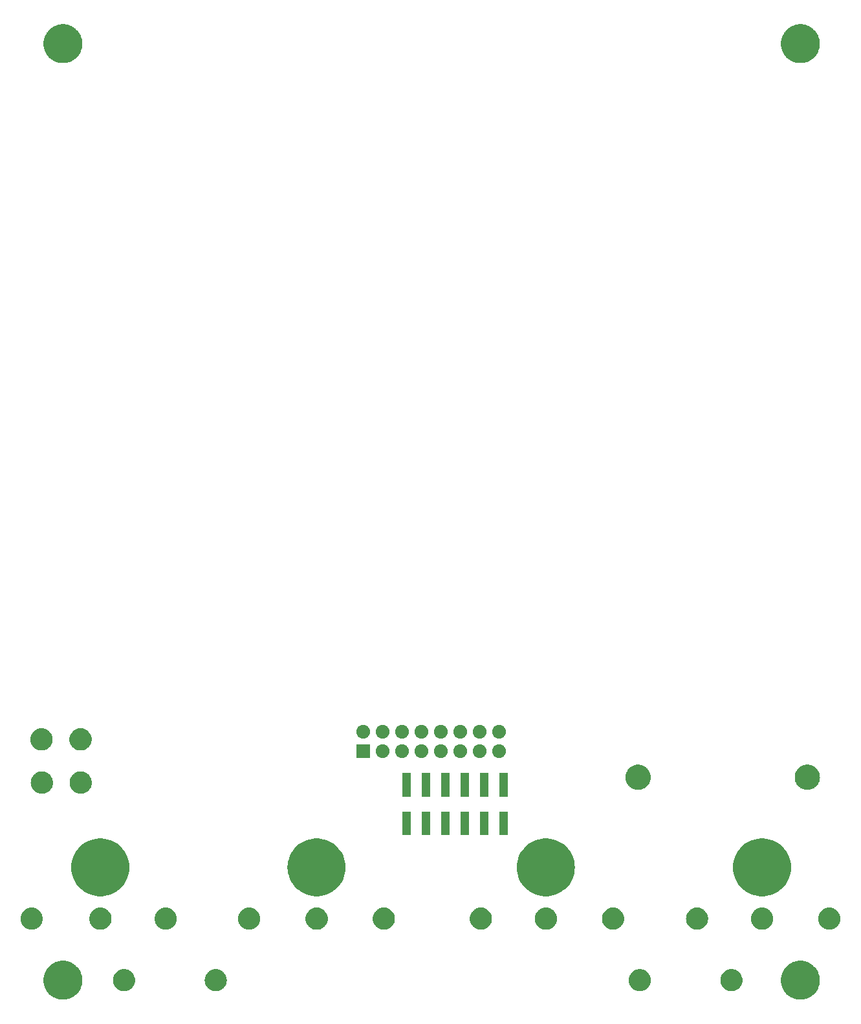
<source format=gbr>
G04 #@! TF.GenerationSoftware,KiCad,Pcbnew,8.0.5*
G04 #@! TF.CreationDate,2025-01-25T12:56:40-08:00*
G04 #@! TF.ProjectId,PBJ_EU,50424a5f-4555-42e6-9b69-6361645f7063,10.3*
G04 #@! TF.SameCoordinates,Original*
G04 #@! TF.FileFunction,Soldermask,Bot*
G04 #@! TF.FilePolarity,Negative*
%FSLAX46Y46*%
G04 Gerber Fmt 4.6, Leading zero omitted, Abs format (unit mm)*
G04 Created by KiCad (PCBNEW 8.0.5) date 2025-01-25 12:56:40*
%MOMM*%
%LPD*%
G01*
G04 APERTURE LIST*
G04 APERTURE END LIST*
G36*
X47579454Y-152954034D02*
G01*
X47660179Y-152954034D01*
X47734342Y-152963402D01*
X47807465Y-152967826D01*
X47892032Y-152983323D01*
X47978010Y-152994185D01*
X48044602Y-153011283D01*
X48110438Y-153023348D01*
X48198652Y-153050836D01*
X48288302Y-153073855D01*
X48346627Y-153096947D01*
X48404518Y-153114987D01*
X48494676Y-153155564D01*
X48586163Y-153191786D01*
X48635845Y-153219098D01*
X48685396Y-153241400D01*
X48775587Y-153295923D01*
X48866894Y-153346119D01*
X48907877Y-153375895D01*
X48949007Y-153400759D01*
X49037204Y-153469857D01*
X49126069Y-153534421D01*
X49158563Y-153564935D01*
X49191469Y-153590715D01*
X49275498Y-153674744D01*
X49359599Y-153753720D01*
X49384144Y-153783390D01*
X49409284Y-153808530D01*
X49486916Y-153907621D01*
X49563802Y-154000560D01*
X49581169Y-154027926D01*
X49599240Y-154050992D01*
X49668190Y-154165049D01*
X49735458Y-154271046D01*
X49746664Y-154294861D01*
X49758599Y-154314603D01*
X49816652Y-154443592D01*
X49871860Y-154560914D01*
X49878105Y-154580134D01*
X49885012Y-154595481D01*
X49929982Y-154739796D01*
X49970856Y-154865592D01*
X49973498Y-154879443D01*
X49976651Y-154889561D01*
X50006514Y-155052518D01*
X50030885Y-155180275D01*
X50031386Y-155188240D01*
X50032173Y-155192534D01*
X50045060Y-155405584D01*
X50051000Y-155500000D01*
X50045059Y-155594423D01*
X50032173Y-155807465D01*
X50031386Y-155811758D01*
X50030885Y-155819725D01*
X50006509Y-155947505D01*
X49976651Y-156110438D01*
X49973498Y-156120553D01*
X49970856Y-156134408D01*
X49929974Y-156260227D01*
X49885012Y-156404518D01*
X49878106Y-156419861D01*
X49871860Y-156439086D01*
X49816642Y-156556429D01*
X49758599Y-156685396D01*
X49746666Y-156705134D01*
X49735458Y-156728954D01*
X49668177Y-156834971D01*
X49599240Y-156949007D01*
X49581172Y-156972068D01*
X49563802Y-156999440D01*
X49486902Y-157092396D01*
X49409284Y-157191469D01*
X49384149Y-157216603D01*
X49359599Y-157246280D01*
X49275481Y-157325271D01*
X49191469Y-157409284D01*
X49158569Y-157435058D01*
X49126069Y-157465579D01*
X49037187Y-157530155D01*
X48949007Y-157599240D01*
X48907885Y-157624099D01*
X48866894Y-157653881D01*
X48775569Y-157704086D01*
X48685396Y-157758599D01*
X48635855Y-157780895D01*
X48586163Y-157808214D01*
X48494658Y-157844443D01*
X48404518Y-157885012D01*
X48346639Y-157903047D01*
X48288302Y-157926145D01*
X48198634Y-157949167D01*
X48110438Y-157976651D01*
X48044616Y-157988713D01*
X47978010Y-158005815D01*
X47892015Y-158016678D01*
X47807465Y-158032173D01*
X47734357Y-158036595D01*
X47660179Y-158045966D01*
X47579437Y-158045966D01*
X47500000Y-158050771D01*
X47420563Y-158045966D01*
X47339821Y-158045966D01*
X47265642Y-158036595D01*
X47192534Y-158032173D01*
X47107981Y-158016678D01*
X47021990Y-158005815D01*
X46955386Y-157988713D01*
X46889561Y-157976651D01*
X46801359Y-157949166D01*
X46711698Y-157926145D01*
X46653364Y-157903049D01*
X46595481Y-157885012D01*
X46505333Y-157844439D01*
X46413837Y-157808214D01*
X46364149Y-157780898D01*
X46314603Y-157758599D01*
X46224419Y-157704080D01*
X46133106Y-157653881D01*
X46092119Y-157624102D01*
X46050992Y-157599240D01*
X45962798Y-157530145D01*
X45873931Y-157465579D01*
X45841435Y-157435063D01*
X45808530Y-157409284D01*
X45724501Y-157325255D01*
X45640401Y-157246280D01*
X45615855Y-157216609D01*
X45590715Y-157191469D01*
X45513079Y-157092373D01*
X45436198Y-156999440D01*
X45418831Y-156972075D01*
X45400759Y-156949007D01*
X45331801Y-156834937D01*
X45264542Y-156728954D01*
X45253336Y-156705141D01*
X45241400Y-156685396D01*
X45183335Y-156556380D01*
X45128140Y-156439086D01*
X45121896Y-156419869D01*
X45114987Y-156404518D01*
X45070000Y-156260152D01*
X45029144Y-156134408D01*
X45026502Y-156120561D01*
X45023348Y-156110438D01*
X44993465Y-155947372D01*
X44969115Y-155819725D01*
X44968614Y-155811766D01*
X44967826Y-155807465D01*
X44954914Y-155594010D01*
X44949000Y-155500000D01*
X44954914Y-155405996D01*
X44967826Y-155192534D01*
X44968614Y-155188231D01*
X44969115Y-155180275D01*
X44993460Y-155052652D01*
X45023348Y-154889561D01*
X45026503Y-154879435D01*
X45029144Y-154865592D01*
X45069993Y-154739871D01*
X45114987Y-154595481D01*
X45121897Y-154580126D01*
X45128140Y-154560914D01*
X45183324Y-154443640D01*
X45241400Y-154314603D01*
X45253338Y-154294853D01*
X45264542Y-154271046D01*
X45331788Y-154165082D01*
X45400759Y-154050992D01*
X45418835Y-154027919D01*
X45436198Y-154000560D01*
X45513064Y-153907644D01*
X45590715Y-153808530D01*
X45615860Y-153783384D01*
X45640401Y-153753720D01*
X45724485Y-153674759D01*
X45808530Y-153590715D01*
X45841441Y-153564930D01*
X45873931Y-153534421D01*
X45962781Y-153469867D01*
X46050992Y-153400759D01*
X46092127Y-153375891D01*
X46133106Y-153346119D01*
X46224401Y-153295929D01*
X46314603Y-153241400D01*
X46364159Y-153219096D01*
X46413837Y-153191786D01*
X46505314Y-153155567D01*
X46595481Y-153114987D01*
X46653376Y-153096946D01*
X46711698Y-153073855D01*
X46801341Y-153050838D01*
X46889561Y-153023348D01*
X46955399Y-153011282D01*
X47021990Y-152994185D01*
X47107964Y-152983324D01*
X47192534Y-152967826D01*
X47265657Y-152963402D01*
X47339821Y-152954034D01*
X47420546Y-152954034D01*
X47500000Y-152949228D01*
X47579454Y-152954034D01*
G37*
G36*
X144099454Y-152954034D02*
G01*
X144180179Y-152954034D01*
X144254342Y-152963402D01*
X144327465Y-152967826D01*
X144412032Y-152983323D01*
X144498010Y-152994185D01*
X144564602Y-153011283D01*
X144630438Y-153023348D01*
X144718652Y-153050836D01*
X144808302Y-153073855D01*
X144866627Y-153096947D01*
X144924518Y-153114987D01*
X145014676Y-153155564D01*
X145106163Y-153191786D01*
X145155845Y-153219098D01*
X145205396Y-153241400D01*
X145295587Y-153295923D01*
X145386894Y-153346119D01*
X145427877Y-153375895D01*
X145469007Y-153400759D01*
X145557204Y-153469857D01*
X145646069Y-153534421D01*
X145678563Y-153564935D01*
X145711469Y-153590715D01*
X145795498Y-153674744D01*
X145879599Y-153753720D01*
X145904144Y-153783390D01*
X145929284Y-153808530D01*
X146006916Y-153907621D01*
X146083802Y-154000560D01*
X146101169Y-154027926D01*
X146119240Y-154050992D01*
X146188190Y-154165049D01*
X146255458Y-154271046D01*
X146266664Y-154294861D01*
X146278599Y-154314603D01*
X146336652Y-154443592D01*
X146391860Y-154560914D01*
X146398105Y-154580134D01*
X146405012Y-154595481D01*
X146449982Y-154739796D01*
X146490856Y-154865592D01*
X146493498Y-154879443D01*
X146496651Y-154889561D01*
X146526514Y-155052518D01*
X146550885Y-155180275D01*
X146551386Y-155188240D01*
X146552173Y-155192534D01*
X146565060Y-155405584D01*
X146571000Y-155500000D01*
X146565059Y-155594423D01*
X146552173Y-155807465D01*
X146551386Y-155811758D01*
X146550885Y-155819725D01*
X146526509Y-155947505D01*
X146496651Y-156110438D01*
X146493498Y-156120553D01*
X146490856Y-156134408D01*
X146449974Y-156260227D01*
X146405012Y-156404518D01*
X146398106Y-156419861D01*
X146391860Y-156439086D01*
X146336642Y-156556429D01*
X146278599Y-156685396D01*
X146266666Y-156705134D01*
X146255458Y-156728954D01*
X146188177Y-156834971D01*
X146119240Y-156949007D01*
X146101172Y-156972068D01*
X146083802Y-156999440D01*
X146006902Y-157092396D01*
X145929284Y-157191469D01*
X145904149Y-157216603D01*
X145879599Y-157246280D01*
X145795481Y-157325271D01*
X145711469Y-157409284D01*
X145678569Y-157435058D01*
X145646069Y-157465579D01*
X145557187Y-157530155D01*
X145469007Y-157599240D01*
X145427885Y-157624099D01*
X145386894Y-157653881D01*
X145295569Y-157704086D01*
X145205396Y-157758599D01*
X145155855Y-157780895D01*
X145106163Y-157808214D01*
X145014658Y-157844443D01*
X144924518Y-157885012D01*
X144866639Y-157903047D01*
X144808302Y-157926145D01*
X144718634Y-157949167D01*
X144630438Y-157976651D01*
X144564616Y-157988713D01*
X144498010Y-158005815D01*
X144412015Y-158016678D01*
X144327465Y-158032173D01*
X144254357Y-158036595D01*
X144180179Y-158045966D01*
X144099437Y-158045966D01*
X144020000Y-158050771D01*
X143940563Y-158045966D01*
X143859821Y-158045966D01*
X143785642Y-158036595D01*
X143712534Y-158032173D01*
X143627981Y-158016678D01*
X143541990Y-158005815D01*
X143475386Y-157988713D01*
X143409561Y-157976651D01*
X143321359Y-157949166D01*
X143231698Y-157926145D01*
X143173364Y-157903049D01*
X143115481Y-157885012D01*
X143025333Y-157844439D01*
X142933837Y-157808214D01*
X142884149Y-157780898D01*
X142834603Y-157758599D01*
X142744419Y-157704080D01*
X142653106Y-157653881D01*
X142612119Y-157624102D01*
X142570992Y-157599240D01*
X142482798Y-157530145D01*
X142393931Y-157465579D01*
X142361435Y-157435063D01*
X142328530Y-157409284D01*
X142244501Y-157325255D01*
X142160401Y-157246280D01*
X142135855Y-157216609D01*
X142110715Y-157191469D01*
X142033079Y-157092373D01*
X141956198Y-156999440D01*
X141938831Y-156972075D01*
X141920759Y-156949007D01*
X141851801Y-156834937D01*
X141784542Y-156728954D01*
X141773336Y-156705141D01*
X141761400Y-156685396D01*
X141703335Y-156556380D01*
X141648140Y-156439086D01*
X141641896Y-156419869D01*
X141634987Y-156404518D01*
X141590000Y-156260152D01*
X141549144Y-156134408D01*
X141546502Y-156120561D01*
X141543348Y-156110438D01*
X141513465Y-155947372D01*
X141489115Y-155819725D01*
X141488614Y-155811766D01*
X141487826Y-155807465D01*
X141474914Y-155594010D01*
X141469000Y-155500000D01*
X141474914Y-155405996D01*
X141487826Y-155192534D01*
X141488614Y-155188231D01*
X141489115Y-155180275D01*
X141513460Y-155052652D01*
X141543348Y-154889561D01*
X141546503Y-154879435D01*
X141549144Y-154865592D01*
X141589993Y-154739871D01*
X141634987Y-154595481D01*
X141641897Y-154580126D01*
X141648140Y-154560914D01*
X141703324Y-154443640D01*
X141761400Y-154314603D01*
X141773338Y-154294853D01*
X141784542Y-154271046D01*
X141851788Y-154165082D01*
X141920759Y-154050992D01*
X141938835Y-154027919D01*
X141956198Y-154000560D01*
X142033064Y-153907644D01*
X142110715Y-153808530D01*
X142135860Y-153783384D01*
X142160401Y-153753720D01*
X142244485Y-153674759D01*
X142328530Y-153590715D01*
X142361441Y-153564930D01*
X142393931Y-153534421D01*
X142482781Y-153469867D01*
X142570992Y-153400759D01*
X142612127Y-153375891D01*
X142653106Y-153346119D01*
X142744401Y-153295929D01*
X142834603Y-153241400D01*
X142884159Y-153219096D01*
X142933837Y-153191786D01*
X143025314Y-153155567D01*
X143115481Y-153114987D01*
X143173376Y-153096946D01*
X143231698Y-153073855D01*
X143321341Y-153050838D01*
X143409561Y-153023348D01*
X143475399Y-153011282D01*
X143541990Y-152994185D01*
X143627964Y-152983324D01*
X143712534Y-152967826D01*
X143785657Y-152963402D01*
X143859821Y-152954034D01*
X143940546Y-152954034D01*
X144020000Y-152949228D01*
X144099454Y-152954034D01*
G37*
G36*
X55558066Y-154053956D02*
G01*
X55619823Y-154053956D01*
X55674950Y-154063155D01*
X55726929Y-154067246D01*
X55789525Y-154082274D01*
X55856199Y-154093400D01*
X55903488Y-154109634D01*
X55948263Y-154120384D01*
X56013437Y-154147380D01*
X56082860Y-154171213D01*
X56121636Y-154192197D01*
X56158565Y-154207494D01*
X56224016Y-154247602D01*
X56293622Y-154285271D01*
X56323740Y-154308713D01*
X56352650Y-154326429D01*
X56415833Y-154380392D01*
X56482736Y-154432465D01*
X56504557Y-154456169D01*
X56525739Y-154474260D01*
X56583899Y-154542357D01*
X56645043Y-154608777D01*
X56659416Y-154630776D01*
X56673570Y-154647349D01*
X56723867Y-154729427D01*
X56776116Y-154809400D01*
X56784280Y-154828012D01*
X56792505Y-154841434D01*
X56832139Y-154937120D01*
X56872381Y-155028861D01*
X56875906Y-155042782D01*
X56879615Y-155051736D01*
X56905924Y-155161323D01*
X56931210Y-155261173D01*
X56931902Y-155269526D01*
X56932753Y-155273070D01*
X56943292Y-155406985D01*
X56951000Y-155500000D01*
X56943291Y-155593022D01*
X56932753Y-155726929D01*
X56931902Y-155730472D01*
X56931210Y-155738827D01*
X56905920Y-155838695D01*
X56879615Y-155948263D01*
X56875907Y-155957214D01*
X56872381Y-155971139D01*
X56832132Y-156062896D01*
X56792505Y-156158565D01*
X56784281Y-156171984D01*
X56776116Y-156190600D01*
X56723857Y-156270587D01*
X56673570Y-156352650D01*
X56659419Y-156369218D01*
X56645043Y-156391223D01*
X56583887Y-156457655D01*
X56525739Y-156525739D01*
X56504561Y-156543825D01*
X56482736Y-156567535D01*
X56415820Y-156619617D01*
X56352650Y-156673570D01*
X56323746Y-156691281D01*
X56293622Y-156714729D01*
X56224003Y-156752404D01*
X56158565Y-156792505D01*
X56121644Y-156807797D01*
X56082860Y-156828787D01*
X56013423Y-156852624D01*
X55948263Y-156879615D01*
X55903497Y-156890362D01*
X55856199Y-156906600D01*
X55789511Y-156917728D01*
X55726929Y-156932753D01*
X55674962Y-156936842D01*
X55619823Y-156946044D01*
X55558054Y-156946044D01*
X55500000Y-156950613D01*
X55441946Y-156946044D01*
X55380177Y-156946044D01*
X55325038Y-156936843D01*
X55273070Y-156932753D01*
X55210484Y-156917727D01*
X55143801Y-156906600D01*
X55096504Y-156890363D01*
X55051736Y-156879615D01*
X54986570Y-156852622D01*
X54917140Y-156828787D01*
X54878358Y-156807799D01*
X54841434Y-156792505D01*
X54775988Y-156752400D01*
X54706378Y-156714729D01*
X54676257Y-156691284D01*
X54647349Y-156673570D01*
X54584168Y-156619608D01*
X54517264Y-156567535D01*
X54495441Y-156543829D01*
X54474260Y-156525739D01*
X54416098Y-156457640D01*
X54354957Y-156391223D01*
X54340584Y-156369223D01*
X54326429Y-156352650D01*
X54276126Y-156270562D01*
X54223884Y-156190600D01*
X54215720Y-156171990D01*
X54207494Y-156158565D01*
X54167850Y-156062856D01*
X54127619Y-155971139D01*
X54124094Y-155957220D01*
X54120384Y-155948263D01*
X54094060Y-155838619D01*
X54068790Y-155738827D01*
X54068098Y-155730478D01*
X54067246Y-155726929D01*
X54056688Y-155592781D01*
X54049000Y-155500000D01*
X54056687Y-155407225D01*
X54067246Y-155273070D01*
X54068098Y-155269519D01*
X54068790Y-155261173D01*
X54094056Y-155161399D01*
X54120384Y-155051736D01*
X54124095Y-155042776D01*
X54127619Y-155028861D01*
X54167842Y-154937160D01*
X54207494Y-154841434D01*
X54215722Y-154828006D01*
X54223884Y-154809400D01*
X54276116Y-154729452D01*
X54326429Y-154647349D01*
X54340587Y-154630771D01*
X54354957Y-154608777D01*
X54416087Y-154542372D01*
X54474260Y-154474260D01*
X54495446Y-154456165D01*
X54517264Y-154432465D01*
X54584155Y-154380401D01*
X54647349Y-154326429D01*
X54676263Y-154308710D01*
X54706378Y-154285271D01*
X54775974Y-154247607D01*
X54841434Y-154207494D01*
X54878366Y-154192196D01*
X54917140Y-154171213D01*
X54986556Y-154147382D01*
X55051736Y-154120384D01*
X55096514Y-154109633D01*
X55143801Y-154093400D01*
X55210471Y-154082274D01*
X55273070Y-154067246D01*
X55325049Y-154063155D01*
X55380177Y-154053956D01*
X55441933Y-154053956D01*
X55500000Y-154049386D01*
X55558066Y-154053956D01*
G37*
G36*
X67558066Y-154053956D02*
G01*
X67619823Y-154053956D01*
X67674950Y-154063155D01*
X67726929Y-154067246D01*
X67789525Y-154082274D01*
X67856199Y-154093400D01*
X67903488Y-154109634D01*
X67948263Y-154120384D01*
X68013437Y-154147380D01*
X68082860Y-154171213D01*
X68121636Y-154192197D01*
X68158565Y-154207494D01*
X68224016Y-154247602D01*
X68293622Y-154285271D01*
X68323740Y-154308713D01*
X68352650Y-154326429D01*
X68415833Y-154380392D01*
X68482736Y-154432465D01*
X68504557Y-154456169D01*
X68525739Y-154474260D01*
X68583899Y-154542357D01*
X68645043Y-154608777D01*
X68659416Y-154630776D01*
X68673570Y-154647349D01*
X68723867Y-154729427D01*
X68776116Y-154809400D01*
X68784280Y-154828012D01*
X68792505Y-154841434D01*
X68832139Y-154937120D01*
X68872381Y-155028861D01*
X68875906Y-155042782D01*
X68879615Y-155051736D01*
X68905924Y-155161323D01*
X68931210Y-155261173D01*
X68931902Y-155269526D01*
X68932753Y-155273070D01*
X68943292Y-155406985D01*
X68951000Y-155500000D01*
X68943291Y-155593022D01*
X68932753Y-155726929D01*
X68931902Y-155730472D01*
X68931210Y-155738827D01*
X68905920Y-155838695D01*
X68879615Y-155948263D01*
X68875907Y-155957214D01*
X68872381Y-155971139D01*
X68832132Y-156062896D01*
X68792505Y-156158565D01*
X68784281Y-156171984D01*
X68776116Y-156190600D01*
X68723857Y-156270587D01*
X68673570Y-156352650D01*
X68659419Y-156369218D01*
X68645043Y-156391223D01*
X68583887Y-156457655D01*
X68525739Y-156525739D01*
X68504561Y-156543825D01*
X68482736Y-156567535D01*
X68415820Y-156619617D01*
X68352650Y-156673570D01*
X68323746Y-156691281D01*
X68293622Y-156714729D01*
X68224003Y-156752404D01*
X68158565Y-156792505D01*
X68121644Y-156807797D01*
X68082860Y-156828787D01*
X68013423Y-156852624D01*
X67948263Y-156879615D01*
X67903497Y-156890362D01*
X67856199Y-156906600D01*
X67789511Y-156917728D01*
X67726929Y-156932753D01*
X67674962Y-156936842D01*
X67619823Y-156946044D01*
X67558054Y-156946044D01*
X67500000Y-156950613D01*
X67441946Y-156946044D01*
X67380177Y-156946044D01*
X67325038Y-156936843D01*
X67273070Y-156932753D01*
X67210484Y-156917727D01*
X67143801Y-156906600D01*
X67096504Y-156890363D01*
X67051736Y-156879615D01*
X66986570Y-156852622D01*
X66917140Y-156828787D01*
X66878358Y-156807799D01*
X66841434Y-156792505D01*
X66775988Y-156752400D01*
X66706378Y-156714729D01*
X66676257Y-156691284D01*
X66647349Y-156673570D01*
X66584168Y-156619608D01*
X66517264Y-156567535D01*
X66495441Y-156543829D01*
X66474260Y-156525739D01*
X66416098Y-156457640D01*
X66354957Y-156391223D01*
X66340584Y-156369223D01*
X66326429Y-156352650D01*
X66276126Y-156270562D01*
X66223884Y-156190600D01*
X66215720Y-156171990D01*
X66207494Y-156158565D01*
X66167850Y-156062856D01*
X66127619Y-155971139D01*
X66124094Y-155957220D01*
X66120384Y-155948263D01*
X66094060Y-155838619D01*
X66068790Y-155738827D01*
X66068098Y-155730478D01*
X66067246Y-155726929D01*
X66056688Y-155592781D01*
X66049000Y-155500000D01*
X66056687Y-155407225D01*
X66067246Y-155273070D01*
X66068098Y-155269519D01*
X66068790Y-155261173D01*
X66094056Y-155161399D01*
X66120384Y-155051736D01*
X66124095Y-155042776D01*
X66127619Y-155028861D01*
X66167842Y-154937160D01*
X66207494Y-154841434D01*
X66215722Y-154828006D01*
X66223884Y-154809400D01*
X66276116Y-154729452D01*
X66326429Y-154647349D01*
X66340587Y-154630771D01*
X66354957Y-154608777D01*
X66416087Y-154542372D01*
X66474260Y-154474260D01*
X66495446Y-154456165D01*
X66517264Y-154432465D01*
X66584155Y-154380401D01*
X66647349Y-154326429D01*
X66676263Y-154308710D01*
X66706378Y-154285271D01*
X66775974Y-154247607D01*
X66841434Y-154207494D01*
X66878366Y-154192196D01*
X66917140Y-154171213D01*
X66986556Y-154147382D01*
X67051736Y-154120384D01*
X67096514Y-154109633D01*
X67143801Y-154093400D01*
X67210471Y-154082274D01*
X67273070Y-154067246D01*
X67325049Y-154063155D01*
X67380177Y-154053956D01*
X67441933Y-154053956D01*
X67500000Y-154049386D01*
X67558066Y-154053956D01*
G37*
G36*
X123058066Y-154053956D02*
G01*
X123119823Y-154053956D01*
X123174950Y-154063155D01*
X123226929Y-154067246D01*
X123289525Y-154082274D01*
X123356199Y-154093400D01*
X123403488Y-154109634D01*
X123448263Y-154120384D01*
X123513437Y-154147380D01*
X123582860Y-154171213D01*
X123621636Y-154192197D01*
X123658565Y-154207494D01*
X123724016Y-154247602D01*
X123793622Y-154285271D01*
X123823740Y-154308713D01*
X123852650Y-154326429D01*
X123915833Y-154380392D01*
X123982736Y-154432465D01*
X124004557Y-154456169D01*
X124025739Y-154474260D01*
X124083899Y-154542357D01*
X124145043Y-154608777D01*
X124159416Y-154630776D01*
X124173570Y-154647349D01*
X124223867Y-154729427D01*
X124276116Y-154809400D01*
X124284280Y-154828012D01*
X124292505Y-154841434D01*
X124332139Y-154937120D01*
X124372381Y-155028861D01*
X124375906Y-155042782D01*
X124379615Y-155051736D01*
X124405924Y-155161323D01*
X124431210Y-155261173D01*
X124431902Y-155269526D01*
X124432753Y-155273070D01*
X124443292Y-155406985D01*
X124451000Y-155500000D01*
X124443291Y-155593022D01*
X124432753Y-155726929D01*
X124431902Y-155730472D01*
X124431210Y-155738827D01*
X124405920Y-155838695D01*
X124379615Y-155948263D01*
X124375907Y-155957214D01*
X124372381Y-155971139D01*
X124332132Y-156062896D01*
X124292505Y-156158565D01*
X124284281Y-156171984D01*
X124276116Y-156190600D01*
X124223857Y-156270587D01*
X124173570Y-156352650D01*
X124159419Y-156369218D01*
X124145043Y-156391223D01*
X124083887Y-156457655D01*
X124025739Y-156525739D01*
X124004561Y-156543825D01*
X123982736Y-156567535D01*
X123915820Y-156619617D01*
X123852650Y-156673570D01*
X123823746Y-156691281D01*
X123793622Y-156714729D01*
X123724003Y-156752404D01*
X123658565Y-156792505D01*
X123621644Y-156807797D01*
X123582860Y-156828787D01*
X123513423Y-156852624D01*
X123448263Y-156879615D01*
X123403497Y-156890362D01*
X123356199Y-156906600D01*
X123289511Y-156917728D01*
X123226929Y-156932753D01*
X123174962Y-156936842D01*
X123119823Y-156946044D01*
X123058054Y-156946044D01*
X123000000Y-156950613D01*
X122941946Y-156946044D01*
X122880177Y-156946044D01*
X122825038Y-156936843D01*
X122773070Y-156932753D01*
X122710484Y-156917727D01*
X122643801Y-156906600D01*
X122596504Y-156890363D01*
X122551736Y-156879615D01*
X122486570Y-156852622D01*
X122417140Y-156828787D01*
X122378358Y-156807799D01*
X122341434Y-156792505D01*
X122275988Y-156752400D01*
X122206378Y-156714729D01*
X122176257Y-156691284D01*
X122147349Y-156673570D01*
X122084168Y-156619608D01*
X122017264Y-156567535D01*
X121995441Y-156543829D01*
X121974260Y-156525739D01*
X121916098Y-156457640D01*
X121854957Y-156391223D01*
X121840584Y-156369223D01*
X121826429Y-156352650D01*
X121776126Y-156270562D01*
X121723884Y-156190600D01*
X121715720Y-156171990D01*
X121707494Y-156158565D01*
X121667850Y-156062856D01*
X121627619Y-155971139D01*
X121624094Y-155957220D01*
X121620384Y-155948263D01*
X121594060Y-155838619D01*
X121568790Y-155738827D01*
X121568098Y-155730478D01*
X121567246Y-155726929D01*
X121556688Y-155592781D01*
X121549000Y-155500000D01*
X121556687Y-155407225D01*
X121567246Y-155273070D01*
X121568098Y-155269519D01*
X121568790Y-155261173D01*
X121594056Y-155161399D01*
X121620384Y-155051736D01*
X121624095Y-155042776D01*
X121627619Y-155028861D01*
X121667842Y-154937160D01*
X121707494Y-154841434D01*
X121715722Y-154828006D01*
X121723884Y-154809400D01*
X121776116Y-154729452D01*
X121826429Y-154647349D01*
X121840587Y-154630771D01*
X121854957Y-154608777D01*
X121916087Y-154542372D01*
X121974260Y-154474260D01*
X121995446Y-154456165D01*
X122017264Y-154432465D01*
X122084155Y-154380401D01*
X122147349Y-154326429D01*
X122176263Y-154308710D01*
X122206378Y-154285271D01*
X122275974Y-154247607D01*
X122341434Y-154207494D01*
X122378366Y-154192196D01*
X122417140Y-154171213D01*
X122486556Y-154147382D01*
X122551736Y-154120384D01*
X122596514Y-154109633D01*
X122643801Y-154093400D01*
X122710471Y-154082274D01*
X122773070Y-154067246D01*
X122825049Y-154063155D01*
X122880177Y-154053956D01*
X122941933Y-154053956D01*
X123000000Y-154049386D01*
X123058066Y-154053956D01*
G37*
G36*
X135058066Y-154053956D02*
G01*
X135119823Y-154053956D01*
X135174950Y-154063155D01*
X135226929Y-154067246D01*
X135289525Y-154082274D01*
X135356199Y-154093400D01*
X135403488Y-154109634D01*
X135448263Y-154120384D01*
X135513437Y-154147380D01*
X135582860Y-154171213D01*
X135621636Y-154192197D01*
X135658565Y-154207494D01*
X135724016Y-154247602D01*
X135793622Y-154285271D01*
X135823740Y-154308713D01*
X135852650Y-154326429D01*
X135915833Y-154380392D01*
X135982736Y-154432465D01*
X136004557Y-154456169D01*
X136025739Y-154474260D01*
X136083899Y-154542357D01*
X136145043Y-154608777D01*
X136159416Y-154630776D01*
X136173570Y-154647349D01*
X136223867Y-154729427D01*
X136276116Y-154809400D01*
X136284280Y-154828012D01*
X136292505Y-154841434D01*
X136332139Y-154937120D01*
X136372381Y-155028861D01*
X136375906Y-155042782D01*
X136379615Y-155051736D01*
X136405924Y-155161323D01*
X136431210Y-155261173D01*
X136431902Y-155269526D01*
X136432753Y-155273070D01*
X136443292Y-155406985D01*
X136451000Y-155500000D01*
X136443291Y-155593022D01*
X136432753Y-155726929D01*
X136431902Y-155730472D01*
X136431210Y-155738827D01*
X136405920Y-155838695D01*
X136379615Y-155948263D01*
X136375907Y-155957214D01*
X136372381Y-155971139D01*
X136332132Y-156062896D01*
X136292505Y-156158565D01*
X136284281Y-156171984D01*
X136276116Y-156190600D01*
X136223857Y-156270587D01*
X136173570Y-156352650D01*
X136159419Y-156369218D01*
X136145043Y-156391223D01*
X136083887Y-156457655D01*
X136025739Y-156525739D01*
X136004561Y-156543825D01*
X135982736Y-156567535D01*
X135915820Y-156619617D01*
X135852650Y-156673570D01*
X135823746Y-156691281D01*
X135793622Y-156714729D01*
X135724003Y-156752404D01*
X135658565Y-156792505D01*
X135621644Y-156807797D01*
X135582860Y-156828787D01*
X135513423Y-156852624D01*
X135448263Y-156879615D01*
X135403497Y-156890362D01*
X135356199Y-156906600D01*
X135289511Y-156917728D01*
X135226929Y-156932753D01*
X135174962Y-156936842D01*
X135119823Y-156946044D01*
X135058054Y-156946044D01*
X135000000Y-156950613D01*
X134941946Y-156946044D01*
X134880177Y-156946044D01*
X134825038Y-156936843D01*
X134773070Y-156932753D01*
X134710484Y-156917727D01*
X134643801Y-156906600D01*
X134596504Y-156890363D01*
X134551736Y-156879615D01*
X134486570Y-156852622D01*
X134417140Y-156828787D01*
X134378358Y-156807799D01*
X134341434Y-156792505D01*
X134275988Y-156752400D01*
X134206378Y-156714729D01*
X134176257Y-156691284D01*
X134147349Y-156673570D01*
X134084168Y-156619608D01*
X134017264Y-156567535D01*
X133995441Y-156543829D01*
X133974260Y-156525739D01*
X133916098Y-156457640D01*
X133854957Y-156391223D01*
X133840584Y-156369223D01*
X133826429Y-156352650D01*
X133776126Y-156270562D01*
X133723884Y-156190600D01*
X133715720Y-156171990D01*
X133707494Y-156158565D01*
X133667850Y-156062856D01*
X133627619Y-155971139D01*
X133624094Y-155957220D01*
X133620384Y-155948263D01*
X133594060Y-155838619D01*
X133568790Y-155738827D01*
X133568098Y-155730478D01*
X133567246Y-155726929D01*
X133556688Y-155592781D01*
X133549000Y-155500000D01*
X133556687Y-155407225D01*
X133567246Y-155273070D01*
X133568098Y-155269519D01*
X133568790Y-155261173D01*
X133594056Y-155161399D01*
X133620384Y-155051736D01*
X133624095Y-155042776D01*
X133627619Y-155028861D01*
X133667842Y-154937160D01*
X133707494Y-154841434D01*
X133715722Y-154828006D01*
X133723884Y-154809400D01*
X133776116Y-154729452D01*
X133826429Y-154647349D01*
X133840587Y-154630771D01*
X133854957Y-154608777D01*
X133916087Y-154542372D01*
X133974260Y-154474260D01*
X133995446Y-154456165D01*
X134017264Y-154432465D01*
X134084155Y-154380401D01*
X134147349Y-154326429D01*
X134176263Y-154308710D01*
X134206378Y-154285271D01*
X134275974Y-154247607D01*
X134341434Y-154207494D01*
X134378366Y-154192196D01*
X134417140Y-154171213D01*
X134486556Y-154147382D01*
X134551736Y-154120384D01*
X134596514Y-154109633D01*
X134643801Y-154093400D01*
X134710471Y-154082274D01*
X134773070Y-154067246D01*
X134825049Y-154063155D01*
X134880177Y-154053956D01*
X134941933Y-154053956D01*
X135000000Y-154049386D01*
X135058066Y-154053956D01*
G37*
G36*
X52468460Y-145994987D02*
G01*
X52530566Y-145994987D01*
X52586006Y-146004238D01*
X52638337Y-146008357D01*
X52701362Y-146023487D01*
X52768409Y-146034676D01*
X52815958Y-146050999D01*
X52861041Y-146061823D01*
X52926659Y-146089003D01*
X52996475Y-146112971D01*
X53035474Y-146134076D01*
X53072652Y-146149476D01*
X53138550Y-146189858D01*
X53208544Y-146227737D01*
X53238829Y-146251309D01*
X53267940Y-146269148D01*
X53331557Y-146323482D01*
X53398831Y-146375843D01*
X53420774Y-146399679D01*
X53442103Y-146417896D01*
X53500666Y-146486466D01*
X53562145Y-146553249D01*
X53576597Y-146575370D01*
X53590851Y-146592059D01*
X53641497Y-146674706D01*
X53694032Y-146755117D01*
X53702241Y-146773832D01*
X53710523Y-146787347D01*
X53750445Y-146883727D01*
X53790893Y-146975939D01*
X53794435Y-146989927D01*
X53798176Y-146998958D01*
X53824694Y-147109416D01*
X53850088Y-147209692D01*
X53850783Y-147218086D01*
X53851642Y-147221662D01*
X53862285Y-147356900D01*
X53870000Y-147450000D01*
X53862285Y-147543107D01*
X53851642Y-147678337D01*
X53850783Y-147681912D01*
X53850088Y-147690308D01*
X53824689Y-147790601D01*
X53798176Y-147901041D01*
X53794436Y-147910069D01*
X53790893Y-147924061D01*
X53750438Y-148016289D01*
X53710523Y-148112652D01*
X53702242Y-148126164D01*
X53694032Y-148144883D01*
X53641487Y-148225308D01*
X53590851Y-148307940D01*
X53576600Y-148324625D01*
X53562145Y-148346751D01*
X53500655Y-148413546D01*
X53442103Y-148482103D01*
X53420778Y-148500315D01*
X53398831Y-148524157D01*
X53331544Y-148576527D01*
X53267940Y-148630851D01*
X53238835Y-148648685D01*
X53208544Y-148672263D01*
X53138536Y-148710149D01*
X53072652Y-148750523D01*
X53035481Y-148765919D01*
X52996475Y-148787029D01*
X52926645Y-148811001D01*
X52861041Y-148838176D01*
X52815968Y-148848996D01*
X52768409Y-148865324D01*
X52701348Y-148876514D01*
X52638337Y-148891642D01*
X52586017Y-148895759D01*
X52530566Y-148905013D01*
X52468447Y-148905013D01*
X52410000Y-148909613D01*
X52351553Y-148905013D01*
X52289434Y-148905013D01*
X52233982Y-148895759D01*
X52181662Y-148891642D01*
X52118648Y-148876513D01*
X52051591Y-148865324D01*
X52004033Y-148848997D01*
X51958958Y-148838176D01*
X51893348Y-148810999D01*
X51823525Y-148787029D01*
X51784521Y-148765921D01*
X51747347Y-148750523D01*
X51681455Y-148710144D01*
X51611456Y-148672263D01*
X51581167Y-148648688D01*
X51552059Y-148630851D01*
X51488444Y-148576519D01*
X51421169Y-148524157D01*
X51399225Y-148500319D01*
X51377896Y-148482103D01*
X51319331Y-148413531D01*
X51257855Y-148346751D01*
X51243403Y-148324630D01*
X51229148Y-148307940D01*
X51178496Y-148225283D01*
X51125968Y-148144883D01*
X51117759Y-148126169D01*
X51109476Y-148112652D01*
X51069543Y-148016248D01*
X51029107Y-147924061D01*
X51025565Y-147910076D01*
X51021823Y-147901041D01*
X50995290Y-147790525D01*
X50969912Y-147690308D01*
X50969216Y-147681918D01*
X50968357Y-147678337D01*
X50957694Y-147542866D01*
X50950000Y-147450000D01*
X50957694Y-147357140D01*
X50968357Y-147221662D01*
X50969216Y-147218079D01*
X50969912Y-147209692D01*
X50995286Y-147109492D01*
X51021823Y-146998958D01*
X51025566Y-146989921D01*
X51029107Y-146975939D01*
X51069536Y-146883768D01*
X51109476Y-146787347D01*
X51117761Y-146773826D01*
X51125968Y-146755117D01*
X51178486Y-146674731D01*
X51229148Y-146592059D01*
X51243405Y-146575365D01*
X51257855Y-146553249D01*
X51319319Y-146486481D01*
X51377896Y-146417896D01*
X51399229Y-146399675D01*
X51421169Y-146375843D01*
X51488430Y-146323491D01*
X51552059Y-146269148D01*
X51581173Y-146251306D01*
X51611456Y-146227737D01*
X51681441Y-146189862D01*
X51747347Y-146149476D01*
X51784529Y-146134074D01*
X51823525Y-146112971D01*
X51893334Y-146089005D01*
X51958958Y-146061823D01*
X52004043Y-146050998D01*
X52051591Y-146034676D01*
X52118634Y-146023488D01*
X52181662Y-146008357D01*
X52233994Y-146004238D01*
X52289434Y-145994987D01*
X52351540Y-145994987D01*
X52410000Y-145990386D01*
X52468460Y-145994987D01*
G37*
G36*
X80768460Y-145994987D02*
G01*
X80830566Y-145994987D01*
X80886006Y-146004238D01*
X80938337Y-146008357D01*
X81001362Y-146023487D01*
X81068409Y-146034676D01*
X81115958Y-146050999D01*
X81161041Y-146061823D01*
X81226659Y-146089003D01*
X81296475Y-146112971D01*
X81335474Y-146134076D01*
X81372652Y-146149476D01*
X81438550Y-146189858D01*
X81508544Y-146227737D01*
X81538829Y-146251309D01*
X81567940Y-146269148D01*
X81631557Y-146323482D01*
X81698831Y-146375843D01*
X81720774Y-146399679D01*
X81742103Y-146417896D01*
X81800666Y-146486466D01*
X81862145Y-146553249D01*
X81876597Y-146575370D01*
X81890851Y-146592059D01*
X81941497Y-146674706D01*
X81994032Y-146755117D01*
X82002241Y-146773832D01*
X82010523Y-146787347D01*
X82050445Y-146883727D01*
X82090893Y-146975939D01*
X82094435Y-146989927D01*
X82098176Y-146998958D01*
X82124694Y-147109416D01*
X82150088Y-147209692D01*
X82150783Y-147218086D01*
X82151642Y-147221662D01*
X82162285Y-147356900D01*
X82170000Y-147450000D01*
X82162285Y-147543107D01*
X82151642Y-147678337D01*
X82150783Y-147681912D01*
X82150088Y-147690308D01*
X82124689Y-147790601D01*
X82098176Y-147901041D01*
X82094436Y-147910069D01*
X82090893Y-147924061D01*
X82050438Y-148016289D01*
X82010523Y-148112652D01*
X82002242Y-148126164D01*
X81994032Y-148144883D01*
X81941487Y-148225308D01*
X81890851Y-148307940D01*
X81876600Y-148324625D01*
X81862145Y-148346751D01*
X81800655Y-148413546D01*
X81742103Y-148482103D01*
X81720778Y-148500315D01*
X81698831Y-148524157D01*
X81631544Y-148576527D01*
X81567940Y-148630851D01*
X81538835Y-148648685D01*
X81508544Y-148672263D01*
X81438536Y-148710149D01*
X81372652Y-148750523D01*
X81335481Y-148765919D01*
X81296475Y-148787029D01*
X81226645Y-148811001D01*
X81161041Y-148838176D01*
X81115968Y-148848996D01*
X81068409Y-148865324D01*
X81001348Y-148876514D01*
X80938337Y-148891642D01*
X80886017Y-148895759D01*
X80830566Y-148905013D01*
X80768447Y-148905013D01*
X80710000Y-148909613D01*
X80651553Y-148905013D01*
X80589434Y-148905013D01*
X80533982Y-148895759D01*
X80481662Y-148891642D01*
X80418648Y-148876513D01*
X80351591Y-148865324D01*
X80304033Y-148848997D01*
X80258958Y-148838176D01*
X80193348Y-148810999D01*
X80123525Y-148787029D01*
X80084521Y-148765921D01*
X80047347Y-148750523D01*
X79981455Y-148710144D01*
X79911456Y-148672263D01*
X79881167Y-148648688D01*
X79852059Y-148630851D01*
X79788444Y-148576519D01*
X79721169Y-148524157D01*
X79699225Y-148500319D01*
X79677896Y-148482103D01*
X79619331Y-148413531D01*
X79557855Y-148346751D01*
X79543403Y-148324630D01*
X79529148Y-148307940D01*
X79478496Y-148225283D01*
X79425968Y-148144883D01*
X79417759Y-148126169D01*
X79409476Y-148112652D01*
X79369543Y-148016248D01*
X79329107Y-147924061D01*
X79325565Y-147910076D01*
X79321823Y-147901041D01*
X79295290Y-147790525D01*
X79269912Y-147690308D01*
X79269216Y-147681918D01*
X79268357Y-147678337D01*
X79257694Y-147542866D01*
X79250000Y-147450000D01*
X79257694Y-147357140D01*
X79268357Y-147221662D01*
X79269216Y-147218079D01*
X79269912Y-147209692D01*
X79295286Y-147109492D01*
X79321823Y-146998958D01*
X79325566Y-146989921D01*
X79329107Y-146975939D01*
X79369536Y-146883768D01*
X79409476Y-146787347D01*
X79417761Y-146773826D01*
X79425968Y-146755117D01*
X79478486Y-146674731D01*
X79529148Y-146592059D01*
X79543405Y-146575365D01*
X79557855Y-146553249D01*
X79619319Y-146486481D01*
X79677896Y-146417896D01*
X79699229Y-146399675D01*
X79721169Y-146375843D01*
X79788430Y-146323491D01*
X79852059Y-146269148D01*
X79881173Y-146251306D01*
X79911456Y-146227737D01*
X79981441Y-146189862D01*
X80047347Y-146149476D01*
X80084529Y-146134074D01*
X80123525Y-146112971D01*
X80193334Y-146089005D01*
X80258958Y-146061823D01*
X80304043Y-146050998D01*
X80351591Y-146034676D01*
X80418634Y-146023488D01*
X80481662Y-146008357D01*
X80533994Y-146004238D01*
X80589434Y-145994987D01*
X80651540Y-145994987D01*
X80710000Y-145990386D01*
X80768460Y-145994987D01*
G37*
G36*
X110768460Y-145994987D02*
G01*
X110830566Y-145994987D01*
X110886006Y-146004238D01*
X110938337Y-146008357D01*
X111001362Y-146023487D01*
X111068409Y-146034676D01*
X111115958Y-146050999D01*
X111161041Y-146061823D01*
X111226659Y-146089003D01*
X111296475Y-146112971D01*
X111335474Y-146134076D01*
X111372652Y-146149476D01*
X111438550Y-146189858D01*
X111508544Y-146227737D01*
X111538829Y-146251309D01*
X111567940Y-146269148D01*
X111631557Y-146323482D01*
X111698831Y-146375843D01*
X111720774Y-146399679D01*
X111742103Y-146417896D01*
X111800666Y-146486466D01*
X111862145Y-146553249D01*
X111876597Y-146575370D01*
X111890851Y-146592059D01*
X111941497Y-146674706D01*
X111994032Y-146755117D01*
X112002241Y-146773832D01*
X112010523Y-146787347D01*
X112050445Y-146883727D01*
X112090893Y-146975939D01*
X112094435Y-146989927D01*
X112098176Y-146998958D01*
X112124694Y-147109416D01*
X112150088Y-147209692D01*
X112150783Y-147218086D01*
X112151642Y-147221662D01*
X112162285Y-147356900D01*
X112170000Y-147450000D01*
X112162285Y-147543107D01*
X112151642Y-147678337D01*
X112150783Y-147681912D01*
X112150088Y-147690308D01*
X112124689Y-147790601D01*
X112098176Y-147901041D01*
X112094436Y-147910069D01*
X112090893Y-147924061D01*
X112050438Y-148016289D01*
X112010523Y-148112652D01*
X112002242Y-148126164D01*
X111994032Y-148144883D01*
X111941487Y-148225308D01*
X111890851Y-148307940D01*
X111876600Y-148324625D01*
X111862145Y-148346751D01*
X111800655Y-148413546D01*
X111742103Y-148482103D01*
X111720778Y-148500315D01*
X111698831Y-148524157D01*
X111631544Y-148576527D01*
X111567940Y-148630851D01*
X111538835Y-148648685D01*
X111508544Y-148672263D01*
X111438536Y-148710149D01*
X111372652Y-148750523D01*
X111335481Y-148765919D01*
X111296475Y-148787029D01*
X111226645Y-148811001D01*
X111161041Y-148838176D01*
X111115968Y-148848996D01*
X111068409Y-148865324D01*
X111001348Y-148876514D01*
X110938337Y-148891642D01*
X110886017Y-148895759D01*
X110830566Y-148905013D01*
X110768447Y-148905013D01*
X110710000Y-148909613D01*
X110651553Y-148905013D01*
X110589434Y-148905013D01*
X110533982Y-148895759D01*
X110481662Y-148891642D01*
X110418648Y-148876513D01*
X110351591Y-148865324D01*
X110304033Y-148848997D01*
X110258958Y-148838176D01*
X110193348Y-148810999D01*
X110123525Y-148787029D01*
X110084521Y-148765921D01*
X110047347Y-148750523D01*
X109981455Y-148710144D01*
X109911456Y-148672263D01*
X109881167Y-148648688D01*
X109852059Y-148630851D01*
X109788444Y-148576519D01*
X109721169Y-148524157D01*
X109699225Y-148500319D01*
X109677896Y-148482103D01*
X109619331Y-148413531D01*
X109557855Y-148346751D01*
X109543403Y-148324630D01*
X109529148Y-148307940D01*
X109478496Y-148225283D01*
X109425968Y-148144883D01*
X109417759Y-148126169D01*
X109409476Y-148112652D01*
X109369543Y-148016248D01*
X109329107Y-147924061D01*
X109325565Y-147910076D01*
X109321823Y-147901041D01*
X109295290Y-147790525D01*
X109269912Y-147690308D01*
X109269216Y-147681918D01*
X109268357Y-147678337D01*
X109257694Y-147542866D01*
X109250000Y-147450000D01*
X109257694Y-147357140D01*
X109268357Y-147221662D01*
X109269216Y-147218079D01*
X109269912Y-147209692D01*
X109295286Y-147109492D01*
X109321823Y-146998958D01*
X109325566Y-146989921D01*
X109329107Y-146975939D01*
X109369536Y-146883768D01*
X109409476Y-146787347D01*
X109417761Y-146773826D01*
X109425968Y-146755117D01*
X109478486Y-146674731D01*
X109529148Y-146592059D01*
X109543405Y-146575365D01*
X109557855Y-146553249D01*
X109619319Y-146486481D01*
X109677896Y-146417896D01*
X109699229Y-146399675D01*
X109721169Y-146375843D01*
X109788430Y-146323491D01*
X109852059Y-146269148D01*
X109881173Y-146251306D01*
X109911456Y-146227737D01*
X109981441Y-146189862D01*
X110047347Y-146149476D01*
X110084529Y-146134074D01*
X110123525Y-146112971D01*
X110193334Y-146089005D01*
X110258958Y-146061823D01*
X110304043Y-146050998D01*
X110351591Y-146034676D01*
X110418634Y-146023488D01*
X110481662Y-146008357D01*
X110533994Y-146004238D01*
X110589434Y-145994987D01*
X110651540Y-145994987D01*
X110710000Y-145990386D01*
X110768460Y-145994987D01*
G37*
G36*
X139068460Y-145994987D02*
G01*
X139130566Y-145994987D01*
X139186006Y-146004238D01*
X139238337Y-146008357D01*
X139301362Y-146023487D01*
X139368409Y-146034676D01*
X139415958Y-146050999D01*
X139461041Y-146061823D01*
X139526659Y-146089003D01*
X139596475Y-146112971D01*
X139635474Y-146134076D01*
X139672652Y-146149476D01*
X139738550Y-146189858D01*
X139808544Y-146227737D01*
X139838829Y-146251309D01*
X139867940Y-146269148D01*
X139931557Y-146323482D01*
X139998831Y-146375843D01*
X140020774Y-146399679D01*
X140042103Y-146417896D01*
X140100666Y-146486466D01*
X140162145Y-146553249D01*
X140176597Y-146575370D01*
X140190851Y-146592059D01*
X140241497Y-146674706D01*
X140294032Y-146755117D01*
X140302241Y-146773832D01*
X140310523Y-146787347D01*
X140350445Y-146883727D01*
X140390893Y-146975939D01*
X140394435Y-146989927D01*
X140398176Y-146998958D01*
X140424694Y-147109416D01*
X140450088Y-147209692D01*
X140450783Y-147218086D01*
X140451642Y-147221662D01*
X140462285Y-147356900D01*
X140470000Y-147450000D01*
X140462285Y-147543107D01*
X140451642Y-147678337D01*
X140450783Y-147681912D01*
X140450088Y-147690308D01*
X140424689Y-147790601D01*
X140398176Y-147901041D01*
X140394436Y-147910069D01*
X140390893Y-147924061D01*
X140350438Y-148016289D01*
X140310523Y-148112652D01*
X140302242Y-148126164D01*
X140294032Y-148144883D01*
X140241487Y-148225308D01*
X140190851Y-148307940D01*
X140176600Y-148324625D01*
X140162145Y-148346751D01*
X140100655Y-148413546D01*
X140042103Y-148482103D01*
X140020778Y-148500315D01*
X139998831Y-148524157D01*
X139931544Y-148576527D01*
X139867940Y-148630851D01*
X139838835Y-148648685D01*
X139808544Y-148672263D01*
X139738536Y-148710149D01*
X139672652Y-148750523D01*
X139635481Y-148765919D01*
X139596475Y-148787029D01*
X139526645Y-148811001D01*
X139461041Y-148838176D01*
X139415968Y-148848996D01*
X139368409Y-148865324D01*
X139301348Y-148876514D01*
X139238337Y-148891642D01*
X139186017Y-148895759D01*
X139130566Y-148905013D01*
X139068447Y-148905013D01*
X139010000Y-148909613D01*
X138951553Y-148905013D01*
X138889434Y-148905013D01*
X138833982Y-148895759D01*
X138781662Y-148891642D01*
X138718648Y-148876513D01*
X138651591Y-148865324D01*
X138604033Y-148848997D01*
X138558958Y-148838176D01*
X138493348Y-148810999D01*
X138423525Y-148787029D01*
X138384521Y-148765921D01*
X138347347Y-148750523D01*
X138281455Y-148710144D01*
X138211456Y-148672263D01*
X138181167Y-148648688D01*
X138152059Y-148630851D01*
X138088444Y-148576519D01*
X138021169Y-148524157D01*
X137999225Y-148500319D01*
X137977896Y-148482103D01*
X137919331Y-148413531D01*
X137857855Y-148346751D01*
X137843403Y-148324630D01*
X137829148Y-148307940D01*
X137778496Y-148225283D01*
X137725968Y-148144883D01*
X137717759Y-148126169D01*
X137709476Y-148112652D01*
X137669543Y-148016248D01*
X137629107Y-147924061D01*
X137625565Y-147910076D01*
X137621823Y-147901041D01*
X137595290Y-147790525D01*
X137569912Y-147690308D01*
X137569216Y-147681918D01*
X137568357Y-147678337D01*
X137557694Y-147542866D01*
X137550000Y-147450000D01*
X137557694Y-147357140D01*
X137568357Y-147221662D01*
X137569216Y-147218079D01*
X137569912Y-147209692D01*
X137595286Y-147109492D01*
X137621823Y-146998958D01*
X137625566Y-146989921D01*
X137629107Y-146975939D01*
X137669536Y-146883768D01*
X137709476Y-146787347D01*
X137717761Y-146773826D01*
X137725968Y-146755117D01*
X137778486Y-146674731D01*
X137829148Y-146592059D01*
X137843405Y-146575365D01*
X137857855Y-146553249D01*
X137919319Y-146486481D01*
X137977896Y-146417896D01*
X137999229Y-146399675D01*
X138021169Y-146375843D01*
X138088430Y-146323491D01*
X138152059Y-146269148D01*
X138181173Y-146251306D01*
X138211456Y-146227737D01*
X138281441Y-146189862D01*
X138347347Y-146149476D01*
X138384529Y-146134074D01*
X138423525Y-146112971D01*
X138493334Y-146089005D01*
X138558958Y-146061823D01*
X138604043Y-146050998D01*
X138651591Y-146034676D01*
X138718634Y-146023488D01*
X138781662Y-146008357D01*
X138833994Y-146004238D01*
X138889434Y-145994987D01*
X138951540Y-145994987D01*
X139010000Y-145990386D01*
X139068460Y-145994987D01*
G37*
G36*
X43458066Y-146003956D02*
G01*
X43519823Y-146003956D01*
X43574950Y-146013155D01*
X43626929Y-146017246D01*
X43689525Y-146032274D01*
X43756199Y-146043400D01*
X43803488Y-146059634D01*
X43848263Y-146070384D01*
X43913437Y-146097380D01*
X43982860Y-146121213D01*
X44021636Y-146142197D01*
X44058565Y-146157494D01*
X44124016Y-146197602D01*
X44193622Y-146235271D01*
X44223740Y-146258713D01*
X44252650Y-146276429D01*
X44315833Y-146330392D01*
X44382736Y-146382465D01*
X44404557Y-146406169D01*
X44425739Y-146424260D01*
X44483899Y-146492357D01*
X44545043Y-146558777D01*
X44559416Y-146580776D01*
X44573570Y-146597349D01*
X44623867Y-146679427D01*
X44676116Y-146759400D01*
X44684280Y-146778012D01*
X44692505Y-146791434D01*
X44732139Y-146887120D01*
X44772381Y-146978861D01*
X44775906Y-146992782D01*
X44779615Y-147001736D01*
X44805924Y-147111323D01*
X44831210Y-147211173D01*
X44831902Y-147219526D01*
X44832753Y-147223070D01*
X44843292Y-147356985D01*
X44851000Y-147450000D01*
X44843291Y-147543022D01*
X44832753Y-147676929D01*
X44831902Y-147680472D01*
X44831210Y-147688827D01*
X44805920Y-147788695D01*
X44779615Y-147898263D01*
X44775907Y-147907214D01*
X44772381Y-147921139D01*
X44732132Y-148012896D01*
X44692505Y-148108565D01*
X44684281Y-148121984D01*
X44676116Y-148140600D01*
X44623857Y-148220587D01*
X44573570Y-148302650D01*
X44559419Y-148319218D01*
X44545043Y-148341223D01*
X44483887Y-148407655D01*
X44425739Y-148475739D01*
X44404561Y-148493825D01*
X44382736Y-148517535D01*
X44315820Y-148569617D01*
X44252650Y-148623570D01*
X44223746Y-148641281D01*
X44193622Y-148664729D01*
X44124003Y-148702404D01*
X44058565Y-148742505D01*
X44021644Y-148757797D01*
X43982860Y-148778787D01*
X43913423Y-148802624D01*
X43848263Y-148829615D01*
X43803497Y-148840362D01*
X43756199Y-148856600D01*
X43689511Y-148867728D01*
X43626929Y-148882753D01*
X43574962Y-148886842D01*
X43519823Y-148896044D01*
X43458054Y-148896044D01*
X43400000Y-148900613D01*
X43341946Y-148896044D01*
X43280177Y-148896044D01*
X43225038Y-148886843D01*
X43173070Y-148882753D01*
X43110484Y-148867727D01*
X43043801Y-148856600D01*
X42996504Y-148840363D01*
X42951736Y-148829615D01*
X42886570Y-148802622D01*
X42817140Y-148778787D01*
X42778358Y-148757799D01*
X42741434Y-148742505D01*
X42675988Y-148702400D01*
X42606378Y-148664729D01*
X42576257Y-148641284D01*
X42547349Y-148623570D01*
X42484168Y-148569608D01*
X42417264Y-148517535D01*
X42395441Y-148493829D01*
X42374260Y-148475739D01*
X42316098Y-148407640D01*
X42254957Y-148341223D01*
X42240584Y-148319223D01*
X42226429Y-148302650D01*
X42176126Y-148220562D01*
X42123884Y-148140600D01*
X42115720Y-148121990D01*
X42107494Y-148108565D01*
X42067850Y-148012856D01*
X42027619Y-147921139D01*
X42024094Y-147907220D01*
X42020384Y-147898263D01*
X41994060Y-147788619D01*
X41968790Y-147688827D01*
X41968098Y-147680478D01*
X41967246Y-147676929D01*
X41956688Y-147542781D01*
X41949000Y-147450000D01*
X41956687Y-147357225D01*
X41967246Y-147223070D01*
X41968098Y-147219519D01*
X41968790Y-147211173D01*
X41994056Y-147111399D01*
X42020384Y-147001736D01*
X42024095Y-146992776D01*
X42027619Y-146978861D01*
X42067842Y-146887160D01*
X42107494Y-146791434D01*
X42115722Y-146778006D01*
X42123884Y-146759400D01*
X42176116Y-146679452D01*
X42226429Y-146597349D01*
X42240587Y-146580771D01*
X42254957Y-146558777D01*
X42316087Y-146492372D01*
X42374260Y-146424260D01*
X42395446Y-146406165D01*
X42417264Y-146382465D01*
X42484155Y-146330401D01*
X42547349Y-146276429D01*
X42576263Y-146258710D01*
X42606378Y-146235271D01*
X42675974Y-146197607D01*
X42741434Y-146157494D01*
X42778366Y-146142196D01*
X42817140Y-146121213D01*
X42886556Y-146097382D01*
X42951736Y-146070384D01*
X42996514Y-146059633D01*
X43043801Y-146043400D01*
X43110471Y-146032274D01*
X43173070Y-146017246D01*
X43225049Y-146013155D01*
X43280177Y-146003956D01*
X43341933Y-146003956D01*
X43400000Y-145999386D01*
X43458066Y-146003956D01*
G37*
G36*
X61008066Y-146003956D02*
G01*
X61069823Y-146003956D01*
X61124950Y-146013155D01*
X61176929Y-146017246D01*
X61239525Y-146032274D01*
X61306199Y-146043400D01*
X61353488Y-146059634D01*
X61398263Y-146070384D01*
X61463437Y-146097380D01*
X61532860Y-146121213D01*
X61571636Y-146142197D01*
X61608565Y-146157494D01*
X61674016Y-146197602D01*
X61743622Y-146235271D01*
X61773740Y-146258713D01*
X61802650Y-146276429D01*
X61865833Y-146330392D01*
X61932736Y-146382465D01*
X61954557Y-146406169D01*
X61975739Y-146424260D01*
X62033899Y-146492357D01*
X62095043Y-146558777D01*
X62109416Y-146580776D01*
X62123570Y-146597349D01*
X62173867Y-146679427D01*
X62226116Y-146759400D01*
X62234280Y-146778012D01*
X62242505Y-146791434D01*
X62282139Y-146887120D01*
X62322381Y-146978861D01*
X62325906Y-146992782D01*
X62329615Y-147001736D01*
X62355924Y-147111323D01*
X62381210Y-147211173D01*
X62381902Y-147219526D01*
X62382753Y-147223070D01*
X62393292Y-147356985D01*
X62401000Y-147450000D01*
X62393291Y-147543022D01*
X62382753Y-147676929D01*
X62381902Y-147680472D01*
X62381210Y-147688827D01*
X62355920Y-147788695D01*
X62329615Y-147898263D01*
X62325907Y-147907214D01*
X62322381Y-147921139D01*
X62282132Y-148012896D01*
X62242505Y-148108565D01*
X62234281Y-148121984D01*
X62226116Y-148140600D01*
X62173857Y-148220587D01*
X62123570Y-148302650D01*
X62109419Y-148319218D01*
X62095043Y-148341223D01*
X62033887Y-148407655D01*
X61975739Y-148475739D01*
X61954561Y-148493825D01*
X61932736Y-148517535D01*
X61865820Y-148569617D01*
X61802650Y-148623570D01*
X61773746Y-148641281D01*
X61743622Y-148664729D01*
X61674003Y-148702404D01*
X61608565Y-148742505D01*
X61571644Y-148757797D01*
X61532860Y-148778787D01*
X61463423Y-148802624D01*
X61398263Y-148829615D01*
X61353497Y-148840362D01*
X61306199Y-148856600D01*
X61239511Y-148867728D01*
X61176929Y-148882753D01*
X61124962Y-148886842D01*
X61069823Y-148896044D01*
X61008054Y-148896044D01*
X60950000Y-148900613D01*
X60891946Y-148896044D01*
X60830177Y-148896044D01*
X60775038Y-148886843D01*
X60723070Y-148882753D01*
X60660484Y-148867727D01*
X60593801Y-148856600D01*
X60546504Y-148840363D01*
X60501736Y-148829615D01*
X60436570Y-148802622D01*
X60367140Y-148778787D01*
X60328358Y-148757799D01*
X60291434Y-148742505D01*
X60225988Y-148702400D01*
X60156378Y-148664729D01*
X60126257Y-148641284D01*
X60097349Y-148623570D01*
X60034168Y-148569608D01*
X59967264Y-148517535D01*
X59945441Y-148493829D01*
X59924260Y-148475739D01*
X59866098Y-148407640D01*
X59804957Y-148341223D01*
X59790584Y-148319223D01*
X59776429Y-148302650D01*
X59726126Y-148220562D01*
X59673884Y-148140600D01*
X59665720Y-148121990D01*
X59657494Y-148108565D01*
X59617850Y-148012856D01*
X59577619Y-147921139D01*
X59574094Y-147907220D01*
X59570384Y-147898263D01*
X59544060Y-147788619D01*
X59518790Y-147688827D01*
X59518098Y-147680478D01*
X59517246Y-147676929D01*
X59506688Y-147542781D01*
X59499000Y-147450000D01*
X59506687Y-147357225D01*
X59517246Y-147223070D01*
X59518098Y-147219519D01*
X59518790Y-147211173D01*
X59544056Y-147111399D01*
X59570384Y-147001736D01*
X59574095Y-146992776D01*
X59577619Y-146978861D01*
X59617842Y-146887160D01*
X59657494Y-146791434D01*
X59665722Y-146778006D01*
X59673884Y-146759400D01*
X59726116Y-146679452D01*
X59776429Y-146597349D01*
X59790587Y-146580771D01*
X59804957Y-146558777D01*
X59866087Y-146492372D01*
X59924260Y-146424260D01*
X59945446Y-146406165D01*
X59967264Y-146382465D01*
X60034155Y-146330401D01*
X60097349Y-146276429D01*
X60126263Y-146258710D01*
X60156378Y-146235271D01*
X60225974Y-146197607D01*
X60291434Y-146157494D01*
X60328366Y-146142196D01*
X60367140Y-146121213D01*
X60436556Y-146097382D01*
X60501736Y-146070384D01*
X60546514Y-146059633D01*
X60593801Y-146043400D01*
X60660471Y-146032274D01*
X60723070Y-146017246D01*
X60775049Y-146013155D01*
X60830177Y-146003956D01*
X60891933Y-146003956D01*
X60950000Y-145999386D01*
X61008066Y-146003956D01*
G37*
G36*
X71928066Y-146003956D02*
G01*
X71989823Y-146003956D01*
X72044950Y-146013155D01*
X72096929Y-146017246D01*
X72159525Y-146032274D01*
X72226199Y-146043400D01*
X72273488Y-146059634D01*
X72318263Y-146070384D01*
X72383437Y-146097380D01*
X72452860Y-146121213D01*
X72491636Y-146142197D01*
X72528565Y-146157494D01*
X72594016Y-146197602D01*
X72663622Y-146235271D01*
X72693740Y-146258713D01*
X72722650Y-146276429D01*
X72785833Y-146330392D01*
X72852736Y-146382465D01*
X72874557Y-146406169D01*
X72895739Y-146424260D01*
X72953899Y-146492357D01*
X73015043Y-146558777D01*
X73029416Y-146580776D01*
X73043570Y-146597349D01*
X73093867Y-146679427D01*
X73146116Y-146759400D01*
X73154280Y-146778012D01*
X73162505Y-146791434D01*
X73202139Y-146887120D01*
X73242381Y-146978861D01*
X73245906Y-146992782D01*
X73249615Y-147001736D01*
X73275924Y-147111323D01*
X73301210Y-147211173D01*
X73301902Y-147219526D01*
X73302753Y-147223070D01*
X73313292Y-147356985D01*
X73321000Y-147450000D01*
X73313291Y-147543022D01*
X73302753Y-147676929D01*
X73301902Y-147680472D01*
X73301210Y-147688827D01*
X73275920Y-147788695D01*
X73249615Y-147898263D01*
X73245907Y-147907214D01*
X73242381Y-147921139D01*
X73202132Y-148012896D01*
X73162505Y-148108565D01*
X73154281Y-148121984D01*
X73146116Y-148140600D01*
X73093857Y-148220587D01*
X73043570Y-148302650D01*
X73029419Y-148319218D01*
X73015043Y-148341223D01*
X72953887Y-148407655D01*
X72895739Y-148475739D01*
X72874561Y-148493825D01*
X72852736Y-148517535D01*
X72785820Y-148569617D01*
X72722650Y-148623570D01*
X72693746Y-148641281D01*
X72663622Y-148664729D01*
X72594003Y-148702404D01*
X72528565Y-148742505D01*
X72491644Y-148757797D01*
X72452860Y-148778787D01*
X72383423Y-148802624D01*
X72318263Y-148829615D01*
X72273497Y-148840362D01*
X72226199Y-148856600D01*
X72159511Y-148867728D01*
X72096929Y-148882753D01*
X72044962Y-148886842D01*
X71989823Y-148896044D01*
X71928054Y-148896044D01*
X71870000Y-148900613D01*
X71811946Y-148896044D01*
X71750177Y-148896044D01*
X71695038Y-148886843D01*
X71643070Y-148882753D01*
X71580484Y-148867727D01*
X71513801Y-148856600D01*
X71466504Y-148840363D01*
X71421736Y-148829615D01*
X71356570Y-148802622D01*
X71287140Y-148778787D01*
X71248358Y-148757799D01*
X71211434Y-148742505D01*
X71145988Y-148702400D01*
X71076378Y-148664729D01*
X71046257Y-148641284D01*
X71017349Y-148623570D01*
X70954168Y-148569608D01*
X70887264Y-148517535D01*
X70865441Y-148493829D01*
X70844260Y-148475739D01*
X70786098Y-148407640D01*
X70724957Y-148341223D01*
X70710584Y-148319223D01*
X70696429Y-148302650D01*
X70646126Y-148220562D01*
X70593884Y-148140600D01*
X70585720Y-148121990D01*
X70577494Y-148108565D01*
X70537850Y-148012856D01*
X70497619Y-147921139D01*
X70494094Y-147907220D01*
X70490384Y-147898263D01*
X70464060Y-147788619D01*
X70438790Y-147688827D01*
X70438098Y-147680478D01*
X70437246Y-147676929D01*
X70426688Y-147542781D01*
X70419000Y-147450000D01*
X70426687Y-147357225D01*
X70437246Y-147223070D01*
X70438098Y-147219519D01*
X70438790Y-147211173D01*
X70464056Y-147111399D01*
X70490384Y-147001736D01*
X70494095Y-146992776D01*
X70497619Y-146978861D01*
X70537842Y-146887160D01*
X70577494Y-146791434D01*
X70585722Y-146778006D01*
X70593884Y-146759400D01*
X70646116Y-146679452D01*
X70696429Y-146597349D01*
X70710587Y-146580771D01*
X70724957Y-146558777D01*
X70786087Y-146492372D01*
X70844260Y-146424260D01*
X70865446Y-146406165D01*
X70887264Y-146382465D01*
X70954155Y-146330401D01*
X71017349Y-146276429D01*
X71046263Y-146258710D01*
X71076378Y-146235271D01*
X71145974Y-146197607D01*
X71211434Y-146157494D01*
X71248366Y-146142196D01*
X71287140Y-146121213D01*
X71356556Y-146097382D01*
X71421736Y-146070384D01*
X71466514Y-146059633D01*
X71513801Y-146043400D01*
X71580471Y-146032274D01*
X71643070Y-146017246D01*
X71695049Y-146013155D01*
X71750177Y-146003956D01*
X71811933Y-146003956D01*
X71870000Y-145999386D01*
X71928066Y-146003956D01*
G37*
G36*
X89558066Y-146003956D02*
G01*
X89619823Y-146003956D01*
X89674950Y-146013155D01*
X89726929Y-146017246D01*
X89789525Y-146032274D01*
X89856199Y-146043400D01*
X89903488Y-146059634D01*
X89948263Y-146070384D01*
X90013437Y-146097380D01*
X90082860Y-146121213D01*
X90121636Y-146142197D01*
X90158565Y-146157494D01*
X90224016Y-146197602D01*
X90293622Y-146235271D01*
X90323740Y-146258713D01*
X90352650Y-146276429D01*
X90415833Y-146330392D01*
X90482736Y-146382465D01*
X90504557Y-146406169D01*
X90525739Y-146424260D01*
X90583899Y-146492357D01*
X90645043Y-146558777D01*
X90659416Y-146580776D01*
X90673570Y-146597349D01*
X90723867Y-146679427D01*
X90776116Y-146759400D01*
X90784280Y-146778012D01*
X90792505Y-146791434D01*
X90832139Y-146887120D01*
X90872381Y-146978861D01*
X90875906Y-146992782D01*
X90879615Y-147001736D01*
X90905924Y-147111323D01*
X90931210Y-147211173D01*
X90931902Y-147219526D01*
X90932753Y-147223070D01*
X90943292Y-147356985D01*
X90951000Y-147450000D01*
X90943291Y-147543022D01*
X90932753Y-147676929D01*
X90931902Y-147680472D01*
X90931210Y-147688827D01*
X90905920Y-147788695D01*
X90879615Y-147898263D01*
X90875907Y-147907214D01*
X90872381Y-147921139D01*
X90832132Y-148012896D01*
X90792505Y-148108565D01*
X90784281Y-148121984D01*
X90776116Y-148140600D01*
X90723857Y-148220587D01*
X90673570Y-148302650D01*
X90659419Y-148319218D01*
X90645043Y-148341223D01*
X90583887Y-148407655D01*
X90525739Y-148475739D01*
X90504561Y-148493825D01*
X90482736Y-148517535D01*
X90415820Y-148569617D01*
X90352650Y-148623570D01*
X90323746Y-148641281D01*
X90293622Y-148664729D01*
X90224003Y-148702404D01*
X90158565Y-148742505D01*
X90121644Y-148757797D01*
X90082860Y-148778787D01*
X90013423Y-148802624D01*
X89948263Y-148829615D01*
X89903497Y-148840362D01*
X89856199Y-148856600D01*
X89789511Y-148867728D01*
X89726929Y-148882753D01*
X89674962Y-148886842D01*
X89619823Y-148896044D01*
X89558054Y-148896044D01*
X89500000Y-148900613D01*
X89441946Y-148896044D01*
X89380177Y-148896044D01*
X89325038Y-148886843D01*
X89273070Y-148882753D01*
X89210484Y-148867727D01*
X89143801Y-148856600D01*
X89096504Y-148840363D01*
X89051736Y-148829615D01*
X88986570Y-148802622D01*
X88917140Y-148778787D01*
X88878358Y-148757799D01*
X88841434Y-148742505D01*
X88775988Y-148702400D01*
X88706378Y-148664729D01*
X88676257Y-148641284D01*
X88647349Y-148623570D01*
X88584168Y-148569608D01*
X88517264Y-148517535D01*
X88495441Y-148493829D01*
X88474260Y-148475739D01*
X88416098Y-148407640D01*
X88354957Y-148341223D01*
X88340584Y-148319223D01*
X88326429Y-148302650D01*
X88276126Y-148220562D01*
X88223884Y-148140600D01*
X88215720Y-148121990D01*
X88207494Y-148108565D01*
X88167850Y-148012856D01*
X88127619Y-147921139D01*
X88124094Y-147907220D01*
X88120384Y-147898263D01*
X88094060Y-147788619D01*
X88068790Y-147688827D01*
X88068098Y-147680478D01*
X88067246Y-147676929D01*
X88056688Y-147542781D01*
X88049000Y-147450000D01*
X88056687Y-147357225D01*
X88067246Y-147223070D01*
X88068098Y-147219519D01*
X88068790Y-147211173D01*
X88094056Y-147111399D01*
X88120384Y-147001736D01*
X88124095Y-146992776D01*
X88127619Y-146978861D01*
X88167842Y-146887160D01*
X88207494Y-146791434D01*
X88215722Y-146778006D01*
X88223884Y-146759400D01*
X88276116Y-146679452D01*
X88326429Y-146597349D01*
X88340587Y-146580771D01*
X88354957Y-146558777D01*
X88416087Y-146492372D01*
X88474260Y-146424260D01*
X88495446Y-146406165D01*
X88517264Y-146382465D01*
X88584155Y-146330401D01*
X88647349Y-146276429D01*
X88676263Y-146258710D01*
X88706378Y-146235271D01*
X88775974Y-146197607D01*
X88841434Y-146157494D01*
X88878366Y-146142196D01*
X88917140Y-146121213D01*
X88986556Y-146097382D01*
X89051736Y-146070384D01*
X89096514Y-146059633D01*
X89143801Y-146043400D01*
X89210471Y-146032274D01*
X89273070Y-146017246D01*
X89325049Y-146013155D01*
X89380177Y-146003956D01*
X89441933Y-146003956D01*
X89500000Y-145999386D01*
X89558066Y-146003956D01*
G37*
G36*
X102258066Y-146003956D02*
G01*
X102319823Y-146003956D01*
X102374950Y-146013155D01*
X102426929Y-146017246D01*
X102489525Y-146032274D01*
X102556199Y-146043400D01*
X102603488Y-146059634D01*
X102648263Y-146070384D01*
X102713437Y-146097380D01*
X102782860Y-146121213D01*
X102821636Y-146142197D01*
X102858565Y-146157494D01*
X102924016Y-146197602D01*
X102993622Y-146235271D01*
X103023740Y-146258713D01*
X103052650Y-146276429D01*
X103115833Y-146330392D01*
X103182736Y-146382465D01*
X103204557Y-146406169D01*
X103225739Y-146424260D01*
X103283899Y-146492357D01*
X103345043Y-146558777D01*
X103359416Y-146580776D01*
X103373570Y-146597349D01*
X103423867Y-146679427D01*
X103476116Y-146759400D01*
X103484280Y-146778012D01*
X103492505Y-146791434D01*
X103532139Y-146887120D01*
X103572381Y-146978861D01*
X103575906Y-146992782D01*
X103579615Y-147001736D01*
X103605924Y-147111323D01*
X103631210Y-147211173D01*
X103631902Y-147219526D01*
X103632753Y-147223070D01*
X103643292Y-147356985D01*
X103651000Y-147450000D01*
X103643291Y-147543022D01*
X103632753Y-147676929D01*
X103631902Y-147680472D01*
X103631210Y-147688827D01*
X103605920Y-147788695D01*
X103579615Y-147898263D01*
X103575907Y-147907214D01*
X103572381Y-147921139D01*
X103532132Y-148012896D01*
X103492505Y-148108565D01*
X103484281Y-148121984D01*
X103476116Y-148140600D01*
X103423857Y-148220587D01*
X103373570Y-148302650D01*
X103359419Y-148319218D01*
X103345043Y-148341223D01*
X103283887Y-148407655D01*
X103225739Y-148475739D01*
X103204561Y-148493825D01*
X103182736Y-148517535D01*
X103115820Y-148569617D01*
X103052650Y-148623570D01*
X103023746Y-148641281D01*
X102993622Y-148664729D01*
X102924003Y-148702404D01*
X102858565Y-148742505D01*
X102821644Y-148757797D01*
X102782860Y-148778787D01*
X102713423Y-148802624D01*
X102648263Y-148829615D01*
X102603497Y-148840362D01*
X102556199Y-148856600D01*
X102489511Y-148867728D01*
X102426929Y-148882753D01*
X102374962Y-148886842D01*
X102319823Y-148896044D01*
X102258054Y-148896044D01*
X102200000Y-148900613D01*
X102141946Y-148896044D01*
X102080177Y-148896044D01*
X102025038Y-148886843D01*
X101973070Y-148882753D01*
X101910484Y-148867727D01*
X101843801Y-148856600D01*
X101796504Y-148840363D01*
X101751736Y-148829615D01*
X101686570Y-148802622D01*
X101617140Y-148778787D01*
X101578358Y-148757799D01*
X101541434Y-148742505D01*
X101475988Y-148702400D01*
X101406378Y-148664729D01*
X101376257Y-148641284D01*
X101347349Y-148623570D01*
X101284168Y-148569608D01*
X101217264Y-148517535D01*
X101195441Y-148493829D01*
X101174260Y-148475739D01*
X101116098Y-148407640D01*
X101054957Y-148341223D01*
X101040584Y-148319223D01*
X101026429Y-148302650D01*
X100976126Y-148220562D01*
X100923884Y-148140600D01*
X100915720Y-148121990D01*
X100907494Y-148108565D01*
X100867850Y-148012856D01*
X100827619Y-147921139D01*
X100824094Y-147907220D01*
X100820384Y-147898263D01*
X100794060Y-147788619D01*
X100768790Y-147688827D01*
X100768098Y-147680478D01*
X100767246Y-147676929D01*
X100756688Y-147542781D01*
X100749000Y-147450000D01*
X100756687Y-147357225D01*
X100767246Y-147223070D01*
X100768098Y-147219519D01*
X100768790Y-147211173D01*
X100794056Y-147111399D01*
X100820384Y-147001736D01*
X100824095Y-146992776D01*
X100827619Y-146978861D01*
X100867842Y-146887160D01*
X100907494Y-146791434D01*
X100915722Y-146778006D01*
X100923884Y-146759400D01*
X100976116Y-146679452D01*
X101026429Y-146597349D01*
X101040587Y-146580771D01*
X101054957Y-146558777D01*
X101116087Y-146492372D01*
X101174260Y-146424260D01*
X101195446Y-146406165D01*
X101217264Y-146382465D01*
X101284155Y-146330401D01*
X101347349Y-146276429D01*
X101376263Y-146258710D01*
X101406378Y-146235271D01*
X101475974Y-146197607D01*
X101541434Y-146157494D01*
X101578366Y-146142196D01*
X101617140Y-146121213D01*
X101686556Y-146097382D01*
X101751736Y-146070384D01*
X101796514Y-146059633D01*
X101843801Y-146043400D01*
X101910471Y-146032274D01*
X101973070Y-146017246D01*
X102025049Y-146013155D01*
X102080177Y-146003956D01*
X102141933Y-146003956D01*
X102200000Y-145999386D01*
X102258066Y-146003956D01*
G37*
G36*
X119558066Y-146003956D02*
G01*
X119619823Y-146003956D01*
X119674950Y-146013155D01*
X119726929Y-146017246D01*
X119789525Y-146032274D01*
X119856199Y-146043400D01*
X119903488Y-146059634D01*
X119948263Y-146070384D01*
X120013437Y-146097380D01*
X120082860Y-146121213D01*
X120121636Y-146142197D01*
X120158565Y-146157494D01*
X120224016Y-146197602D01*
X120293622Y-146235271D01*
X120323740Y-146258713D01*
X120352650Y-146276429D01*
X120415833Y-146330392D01*
X120482736Y-146382465D01*
X120504557Y-146406169D01*
X120525739Y-146424260D01*
X120583899Y-146492357D01*
X120645043Y-146558777D01*
X120659416Y-146580776D01*
X120673570Y-146597349D01*
X120723867Y-146679427D01*
X120776116Y-146759400D01*
X120784280Y-146778012D01*
X120792505Y-146791434D01*
X120832139Y-146887120D01*
X120872381Y-146978861D01*
X120875906Y-146992782D01*
X120879615Y-147001736D01*
X120905924Y-147111323D01*
X120931210Y-147211173D01*
X120931902Y-147219526D01*
X120932753Y-147223070D01*
X120943292Y-147356985D01*
X120951000Y-147450000D01*
X120943291Y-147543022D01*
X120932753Y-147676929D01*
X120931902Y-147680472D01*
X120931210Y-147688827D01*
X120905920Y-147788695D01*
X120879615Y-147898263D01*
X120875907Y-147907214D01*
X120872381Y-147921139D01*
X120832132Y-148012896D01*
X120792505Y-148108565D01*
X120784281Y-148121984D01*
X120776116Y-148140600D01*
X120723857Y-148220587D01*
X120673570Y-148302650D01*
X120659419Y-148319218D01*
X120645043Y-148341223D01*
X120583887Y-148407655D01*
X120525739Y-148475739D01*
X120504561Y-148493825D01*
X120482736Y-148517535D01*
X120415820Y-148569617D01*
X120352650Y-148623570D01*
X120323746Y-148641281D01*
X120293622Y-148664729D01*
X120224003Y-148702404D01*
X120158565Y-148742505D01*
X120121644Y-148757797D01*
X120082860Y-148778787D01*
X120013423Y-148802624D01*
X119948263Y-148829615D01*
X119903497Y-148840362D01*
X119856199Y-148856600D01*
X119789511Y-148867728D01*
X119726929Y-148882753D01*
X119674962Y-148886842D01*
X119619823Y-148896044D01*
X119558054Y-148896044D01*
X119500000Y-148900613D01*
X119441946Y-148896044D01*
X119380177Y-148896044D01*
X119325038Y-148886843D01*
X119273070Y-148882753D01*
X119210484Y-148867727D01*
X119143801Y-148856600D01*
X119096504Y-148840363D01*
X119051736Y-148829615D01*
X118986570Y-148802622D01*
X118917140Y-148778787D01*
X118878358Y-148757799D01*
X118841434Y-148742505D01*
X118775988Y-148702400D01*
X118706378Y-148664729D01*
X118676257Y-148641284D01*
X118647349Y-148623570D01*
X118584168Y-148569608D01*
X118517264Y-148517535D01*
X118495441Y-148493829D01*
X118474260Y-148475739D01*
X118416098Y-148407640D01*
X118354957Y-148341223D01*
X118340584Y-148319223D01*
X118326429Y-148302650D01*
X118276126Y-148220562D01*
X118223884Y-148140600D01*
X118215720Y-148121990D01*
X118207494Y-148108565D01*
X118167850Y-148012856D01*
X118127619Y-147921139D01*
X118124094Y-147907220D01*
X118120384Y-147898263D01*
X118094060Y-147788619D01*
X118068790Y-147688827D01*
X118068098Y-147680478D01*
X118067246Y-147676929D01*
X118056688Y-147542781D01*
X118049000Y-147450000D01*
X118056687Y-147357225D01*
X118067246Y-147223070D01*
X118068098Y-147219519D01*
X118068790Y-147211173D01*
X118094056Y-147111399D01*
X118120384Y-147001736D01*
X118124095Y-146992776D01*
X118127619Y-146978861D01*
X118167842Y-146887160D01*
X118207494Y-146791434D01*
X118215722Y-146778006D01*
X118223884Y-146759400D01*
X118276116Y-146679452D01*
X118326429Y-146597349D01*
X118340587Y-146580771D01*
X118354957Y-146558777D01*
X118416087Y-146492372D01*
X118474260Y-146424260D01*
X118495446Y-146406165D01*
X118517264Y-146382465D01*
X118584155Y-146330401D01*
X118647349Y-146276429D01*
X118676263Y-146258710D01*
X118706378Y-146235271D01*
X118775974Y-146197607D01*
X118841434Y-146157494D01*
X118878366Y-146142196D01*
X118917140Y-146121213D01*
X118986556Y-146097382D01*
X119051736Y-146070384D01*
X119096514Y-146059633D01*
X119143801Y-146043400D01*
X119210471Y-146032274D01*
X119273070Y-146017246D01*
X119325049Y-146013155D01*
X119380177Y-146003956D01*
X119441933Y-146003956D01*
X119500000Y-145999386D01*
X119558066Y-146003956D01*
G37*
G36*
X130558066Y-146003956D02*
G01*
X130619823Y-146003956D01*
X130674950Y-146013155D01*
X130726929Y-146017246D01*
X130789525Y-146032274D01*
X130856199Y-146043400D01*
X130903488Y-146059634D01*
X130948263Y-146070384D01*
X131013437Y-146097380D01*
X131082860Y-146121213D01*
X131121636Y-146142197D01*
X131158565Y-146157494D01*
X131224016Y-146197602D01*
X131293622Y-146235271D01*
X131323740Y-146258713D01*
X131352650Y-146276429D01*
X131415833Y-146330392D01*
X131482736Y-146382465D01*
X131504557Y-146406169D01*
X131525739Y-146424260D01*
X131583899Y-146492357D01*
X131645043Y-146558777D01*
X131659416Y-146580776D01*
X131673570Y-146597349D01*
X131723867Y-146679427D01*
X131776116Y-146759400D01*
X131784280Y-146778012D01*
X131792505Y-146791434D01*
X131832139Y-146887120D01*
X131872381Y-146978861D01*
X131875906Y-146992782D01*
X131879615Y-147001736D01*
X131905924Y-147111323D01*
X131931210Y-147211173D01*
X131931902Y-147219526D01*
X131932753Y-147223070D01*
X131943292Y-147356985D01*
X131951000Y-147450000D01*
X131943291Y-147543022D01*
X131932753Y-147676929D01*
X131931902Y-147680472D01*
X131931210Y-147688827D01*
X131905920Y-147788695D01*
X131879615Y-147898263D01*
X131875907Y-147907214D01*
X131872381Y-147921139D01*
X131832132Y-148012896D01*
X131792505Y-148108565D01*
X131784281Y-148121984D01*
X131776116Y-148140600D01*
X131723857Y-148220587D01*
X131673570Y-148302650D01*
X131659419Y-148319218D01*
X131645043Y-148341223D01*
X131583887Y-148407655D01*
X131525739Y-148475739D01*
X131504561Y-148493825D01*
X131482736Y-148517535D01*
X131415820Y-148569617D01*
X131352650Y-148623570D01*
X131323746Y-148641281D01*
X131293622Y-148664729D01*
X131224003Y-148702404D01*
X131158565Y-148742505D01*
X131121644Y-148757797D01*
X131082860Y-148778787D01*
X131013423Y-148802624D01*
X130948263Y-148829615D01*
X130903497Y-148840362D01*
X130856199Y-148856600D01*
X130789511Y-148867728D01*
X130726929Y-148882753D01*
X130674962Y-148886842D01*
X130619823Y-148896044D01*
X130558054Y-148896044D01*
X130500000Y-148900613D01*
X130441946Y-148896044D01*
X130380177Y-148896044D01*
X130325038Y-148886843D01*
X130273070Y-148882753D01*
X130210484Y-148867727D01*
X130143801Y-148856600D01*
X130096504Y-148840363D01*
X130051736Y-148829615D01*
X129986570Y-148802622D01*
X129917140Y-148778787D01*
X129878358Y-148757799D01*
X129841434Y-148742505D01*
X129775988Y-148702400D01*
X129706378Y-148664729D01*
X129676257Y-148641284D01*
X129647349Y-148623570D01*
X129584168Y-148569608D01*
X129517264Y-148517535D01*
X129495441Y-148493829D01*
X129474260Y-148475739D01*
X129416098Y-148407640D01*
X129354957Y-148341223D01*
X129340584Y-148319223D01*
X129326429Y-148302650D01*
X129276126Y-148220562D01*
X129223884Y-148140600D01*
X129215720Y-148121990D01*
X129207494Y-148108565D01*
X129167850Y-148012856D01*
X129127619Y-147921139D01*
X129124094Y-147907220D01*
X129120384Y-147898263D01*
X129094060Y-147788619D01*
X129068790Y-147688827D01*
X129068098Y-147680478D01*
X129067246Y-147676929D01*
X129056688Y-147542781D01*
X129049000Y-147450000D01*
X129056687Y-147357225D01*
X129067246Y-147223070D01*
X129068098Y-147219519D01*
X129068790Y-147211173D01*
X129094056Y-147111399D01*
X129120384Y-147001736D01*
X129124095Y-146992776D01*
X129127619Y-146978861D01*
X129167842Y-146887160D01*
X129207494Y-146791434D01*
X129215722Y-146778006D01*
X129223884Y-146759400D01*
X129276116Y-146679452D01*
X129326429Y-146597349D01*
X129340587Y-146580771D01*
X129354957Y-146558777D01*
X129416087Y-146492372D01*
X129474260Y-146424260D01*
X129495446Y-146406165D01*
X129517264Y-146382465D01*
X129584155Y-146330401D01*
X129647349Y-146276429D01*
X129676263Y-146258710D01*
X129706378Y-146235271D01*
X129775974Y-146197607D01*
X129841434Y-146157494D01*
X129878366Y-146142196D01*
X129917140Y-146121213D01*
X129986556Y-146097382D01*
X130051736Y-146070384D01*
X130096514Y-146059633D01*
X130143801Y-146043400D01*
X130210471Y-146032274D01*
X130273070Y-146017246D01*
X130325049Y-146013155D01*
X130380177Y-146003956D01*
X130441933Y-146003956D01*
X130500000Y-145999386D01*
X130558066Y-146003956D01*
G37*
G36*
X147858066Y-146003956D02*
G01*
X147919823Y-146003956D01*
X147974950Y-146013155D01*
X148026929Y-146017246D01*
X148089525Y-146032274D01*
X148156199Y-146043400D01*
X148203488Y-146059634D01*
X148248263Y-146070384D01*
X148313437Y-146097380D01*
X148382860Y-146121213D01*
X148421636Y-146142197D01*
X148458565Y-146157494D01*
X148524016Y-146197602D01*
X148593622Y-146235271D01*
X148623740Y-146258713D01*
X148652650Y-146276429D01*
X148715833Y-146330392D01*
X148782736Y-146382465D01*
X148804557Y-146406169D01*
X148825739Y-146424260D01*
X148883899Y-146492357D01*
X148945043Y-146558777D01*
X148959416Y-146580776D01*
X148973570Y-146597349D01*
X149023867Y-146679427D01*
X149076116Y-146759400D01*
X149084280Y-146778012D01*
X149092505Y-146791434D01*
X149132139Y-146887120D01*
X149172381Y-146978861D01*
X149175906Y-146992782D01*
X149179615Y-147001736D01*
X149205924Y-147111323D01*
X149231210Y-147211173D01*
X149231902Y-147219526D01*
X149232753Y-147223070D01*
X149243292Y-147356985D01*
X149251000Y-147450000D01*
X149243291Y-147543022D01*
X149232753Y-147676929D01*
X149231902Y-147680472D01*
X149231210Y-147688827D01*
X149205920Y-147788695D01*
X149179615Y-147898263D01*
X149175907Y-147907214D01*
X149172381Y-147921139D01*
X149132132Y-148012896D01*
X149092505Y-148108565D01*
X149084281Y-148121984D01*
X149076116Y-148140600D01*
X149023857Y-148220587D01*
X148973570Y-148302650D01*
X148959419Y-148319218D01*
X148945043Y-148341223D01*
X148883887Y-148407655D01*
X148825739Y-148475739D01*
X148804561Y-148493825D01*
X148782736Y-148517535D01*
X148715820Y-148569617D01*
X148652650Y-148623570D01*
X148623746Y-148641281D01*
X148593622Y-148664729D01*
X148524003Y-148702404D01*
X148458565Y-148742505D01*
X148421644Y-148757797D01*
X148382860Y-148778787D01*
X148313423Y-148802624D01*
X148248263Y-148829615D01*
X148203497Y-148840362D01*
X148156199Y-148856600D01*
X148089511Y-148867728D01*
X148026929Y-148882753D01*
X147974962Y-148886842D01*
X147919823Y-148896044D01*
X147858054Y-148896044D01*
X147800000Y-148900613D01*
X147741946Y-148896044D01*
X147680177Y-148896044D01*
X147625038Y-148886843D01*
X147573070Y-148882753D01*
X147510484Y-148867727D01*
X147443801Y-148856600D01*
X147396504Y-148840363D01*
X147351736Y-148829615D01*
X147286570Y-148802622D01*
X147217140Y-148778787D01*
X147178358Y-148757799D01*
X147141434Y-148742505D01*
X147075988Y-148702400D01*
X147006378Y-148664729D01*
X146976257Y-148641284D01*
X146947349Y-148623570D01*
X146884168Y-148569608D01*
X146817264Y-148517535D01*
X146795441Y-148493829D01*
X146774260Y-148475739D01*
X146716098Y-148407640D01*
X146654957Y-148341223D01*
X146640584Y-148319223D01*
X146626429Y-148302650D01*
X146576126Y-148220562D01*
X146523884Y-148140600D01*
X146515720Y-148121990D01*
X146507494Y-148108565D01*
X146467850Y-148012856D01*
X146427619Y-147921139D01*
X146424094Y-147907220D01*
X146420384Y-147898263D01*
X146394060Y-147788619D01*
X146368790Y-147688827D01*
X146368098Y-147680478D01*
X146367246Y-147676929D01*
X146356688Y-147542781D01*
X146349000Y-147450000D01*
X146356687Y-147357225D01*
X146367246Y-147223070D01*
X146368098Y-147219519D01*
X146368790Y-147211173D01*
X146394056Y-147111399D01*
X146420384Y-147001736D01*
X146424095Y-146992776D01*
X146427619Y-146978861D01*
X146467842Y-146887160D01*
X146507494Y-146791434D01*
X146515722Y-146778006D01*
X146523884Y-146759400D01*
X146576116Y-146679452D01*
X146626429Y-146597349D01*
X146640587Y-146580771D01*
X146654957Y-146558777D01*
X146716087Y-146492372D01*
X146774260Y-146424260D01*
X146795446Y-146406165D01*
X146817264Y-146382465D01*
X146884155Y-146330401D01*
X146947349Y-146276429D01*
X146976263Y-146258710D01*
X147006378Y-146235271D01*
X147075974Y-146197607D01*
X147141434Y-146157494D01*
X147178366Y-146142196D01*
X147217140Y-146121213D01*
X147286556Y-146097382D01*
X147351736Y-146070384D01*
X147396514Y-146059633D01*
X147443801Y-146043400D01*
X147510471Y-146032274D01*
X147573070Y-146017246D01*
X147625049Y-146013155D01*
X147680177Y-146003956D01*
X147741933Y-146003956D01*
X147800000Y-145999386D01*
X147858066Y-146003956D01*
G37*
G36*
X52975577Y-136992832D02*
G01*
X53352730Y-137070339D01*
X53720107Y-137185604D01*
X54073938Y-137337445D01*
X54410592Y-137524303D01*
X54726615Y-137744261D01*
X55018763Y-137995063D01*
X55284040Y-138274133D01*
X55519722Y-138578610D01*
X55723391Y-138905367D01*
X55892959Y-139251053D01*
X56026683Y-139612121D01*
X56123193Y-139984864D01*
X56181498Y-140365459D01*
X56201000Y-140750000D01*
X56181498Y-141134541D01*
X56123193Y-141515136D01*
X56026683Y-141887879D01*
X55892959Y-142248947D01*
X55723391Y-142594633D01*
X55519722Y-142921390D01*
X55284040Y-143225867D01*
X55018763Y-143504937D01*
X54726615Y-143755739D01*
X54410592Y-143975697D01*
X54073938Y-144162555D01*
X53720107Y-144314396D01*
X53352730Y-144429661D01*
X52975577Y-144507168D01*
X52592517Y-144546121D01*
X52207483Y-144546121D01*
X51824423Y-144507168D01*
X51447270Y-144429661D01*
X51079893Y-144314396D01*
X50726062Y-144162555D01*
X50389408Y-143975697D01*
X50073385Y-143755739D01*
X49781237Y-143504937D01*
X49515960Y-143225867D01*
X49280278Y-142921390D01*
X49076609Y-142594633D01*
X48907041Y-142248947D01*
X48773317Y-141887879D01*
X48676807Y-141515136D01*
X48618502Y-141134541D01*
X48599000Y-140750000D01*
X48618502Y-140365459D01*
X48676807Y-139984864D01*
X48773317Y-139612121D01*
X48907041Y-139251053D01*
X49076609Y-138905367D01*
X49280278Y-138578610D01*
X49515960Y-138274133D01*
X49781237Y-137995063D01*
X50073385Y-137744261D01*
X50389408Y-137524303D01*
X50726062Y-137337445D01*
X51079893Y-137185604D01*
X51447270Y-137070339D01*
X51824423Y-136992832D01*
X52207483Y-136953879D01*
X52592517Y-136953879D01*
X52975577Y-136992832D01*
G37*
G36*
X81275577Y-136992832D02*
G01*
X81652730Y-137070339D01*
X82020107Y-137185604D01*
X82373938Y-137337445D01*
X82710592Y-137524303D01*
X83026615Y-137744261D01*
X83318763Y-137995063D01*
X83584040Y-138274133D01*
X83819722Y-138578610D01*
X84023391Y-138905367D01*
X84192959Y-139251053D01*
X84326683Y-139612121D01*
X84423193Y-139984864D01*
X84481498Y-140365459D01*
X84501000Y-140750000D01*
X84481498Y-141134541D01*
X84423193Y-141515136D01*
X84326683Y-141887879D01*
X84192959Y-142248947D01*
X84023391Y-142594633D01*
X83819722Y-142921390D01*
X83584040Y-143225867D01*
X83318763Y-143504937D01*
X83026615Y-143755739D01*
X82710592Y-143975697D01*
X82373938Y-144162555D01*
X82020107Y-144314396D01*
X81652730Y-144429661D01*
X81275577Y-144507168D01*
X80892517Y-144546121D01*
X80507483Y-144546121D01*
X80124423Y-144507168D01*
X79747270Y-144429661D01*
X79379893Y-144314396D01*
X79026062Y-144162555D01*
X78689408Y-143975697D01*
X78373385Y-143755739D01*
X78081237Y-143504937D01*
X77815960Y-143225867D01*
X77580278Y-142921390D01*
X77376609Y-142594633D01*
X77207041Y-142248947D01*
X77073317Y-141887879D01*
X76976807Y-141515136D01*
X76918502Y-141134541D01*
X76899000Y-140750000D01*
X76918502Y-140365459D01*
X76976807Y-139984864D01*
X77073317Y-139612121D01*
X77207041Y-139251053D01*
X77376609Y-138905367D01*
X77580278Y-138578610D01*
X77815960Y-138274133D01*
X78081237Y-137995063D01*
X78373385Y-137744261D01*
X78689408Y-137524303D01*
X79026062Y-137337445D01*
X79379893Y-137185604D01*
X79747270Y-137070339D01*
X80124423Y-136992832D01*
X80507483Y-136953879D01*
X80892517Y-136953879D01*
X81275577Y-136992832D01*
G37*
G36*
X111275577Y-136992832D02*
G01*
X111652730Y-137070339D01*
X112020107Y-137185604D01*
X112373938Y-137337445D01*
X112710592Y-137524303D01*
X113026615Y-137744261D01*
X113318763Y-137995063D01*
X113584040Y-138274133D01*
X113819722Y-138578610D01*
X114023391Y-138905367D01*
X114192959Y-139251053D01*
X114326683Y-139612121D01*
X114423193Y-139984864D01*
X114481498Y-140365459D01*
X114501000Y-140750000D01*
X114481498Y-141134541D01*
X114423193Y-141515136D01*
X114326683Y-141887879D01*
X114192959Y-142248947D01*
X114023391Y-142594633D01*
X113819722Y-142921390D01*
X113584040Y-143225867D01*
X113318763Y-143504937D01*
X113026615Y-143755739D01*
X112710592Y-143975697D01*
X112373938Y-144162555D01*
X112020107Y-144314396D01*
X111652730Y-144429661D01*
X111275577Y-144507168D01*
X110892517Y-144546121D01*
X110507483Y-144546121D01*
X110124423Y-144507168D01*
X109747270Y-144429661D01*
X109379893Y-144314396D01*
X109026062Y-144162555D01*
X108689408Y-143975697D01*
X108373385Y-143755739D01*
X108081237Y-143504937D01*
X107815960Y-143225867D01*
X107580278Y-142921390D01*
X107376609Y-142594633D01*
X107207041Y-142248947D01*
X107073317Y-141887879D01*
X106976807Y-141515136D01*
X106918502Y-141134541D01*
X106899000Y-140750000D01*
X106918502Y-140365459D01*
X106976807Y-139984864D01*
X107073317Y-139612121D01*
X107207041Y-139251053D01*
X107376609Y-138905367D01*
X107580278Y-138578610D01*
X107815960Y-138274133D01*
X108081237Y-137995063D01*
X108373385Y-137744261D01*
X108689408Y-137524303D01*
X109026062Y-137337445D01*
X109379893Y-137185604D01*
X109747270Y-137070339D01*
X110124423Y-136992832D01*
X110507483Y-136953879D01*
X110892517Y-136953879D01*
X111275577Y-136992832D01*
G37*
G36*
X139575577Y-136992832D02*
G01*
X139952730Y-137070339D01*
X140320107Y-137185604D01*
X140673938Y-137337445D01*
X141010592Y-137524303D01*
X141326615Y-137744261D01*
X141618763Y-137995063D01*
X141884040Y-138274133D01*
X142119722Y-138578610D01*
X142323391Y-138905367D01*
X142492959Y-139251053D01*
X142626683Y-139612121D01*
X142723193Y-139984864D01*
X142781498Y-140365459D01*
X142801000Y-140750000D01*
X142781498Y-141134541D01*
X142723193Y-141515136D01*
X142626683Y-141887879D01*
X142492959Y-142248947D01*
X142323391Y-142594633D01*
X142119722Y-142921390D01*
X141884040Y-143225867D01*
X141618763Y-143504937D01*
X141326615Y-143755739D01*
X141010592Y-143975697D01*
X140673938Y-144162555D01*
X140320107Y-144314396D01*
X139952730Y-144429661D01*
X139575577Y-144507168D01*
X139192517Y-144546121D01*
X138807483Y-144546121D01*
X138424423Y-144507168D01*
X138047270Y-144429661D01*
X137679893Y-144314396D01*
X137326062Y-144162555D01*
X136989408Y-143975697D01*
X136673385Y-143755739D01*
X136381237Y-143504937D01*
X136115960Y-143225867D01*
X135880278Y-142921390D01*
X135676609Y-142594633D01*
X135507041Y-142248947D01*
X135373317Y-141887879D01*
X135276807Y-141515136D01*
X135218502Y-141134541D01*
X135199000Y-140750000D01*
X135218502Y-140365459D01*
X135276807Y-139984864D01*
X135373317Y-139612121D01*
X135507041Y-139251053D01*
X135676609Y-138905367D01*
X135880278Y-138578610D01*
X136115960Y-138274133D01*
X136381237Y-137995063D01*
X136673385Y-137744261D01*
X136989408Y-137524303D01*
X137326062Y-137337445D01*
X137679893Y-137185604D01*
X138047270Y-137070339D01*
X138424423Y-136992832D01*
X138807483Y-136953879D01*
X139192517Y-136953879D01*
X139575577Y-136992832D01*
G37*
G36*
X92959517Y-133442882D02*
G01*
X92976062Y-133453938D01*
X92987118Y-133470483D01*
X92991000Y-133490000D01*
X92991000Y-136490000D01*
X92987118Y-136509517D01*
X92976062Y-136526062D01*
X92959517Y-136537118D01*
X92940000Y-136541000D01*
X91940000Y-136541000D01*
X91920483Y-136537118D01*
X91903938Y-136526062D01*
X91892882Y-136509517D01*
X91889000Y-136490000D01*
X91889000Y-133490000D01*
X91892882Y-133470483D01*
X91903938Y-133453938D01*
X91920483Y-133442882D01*
X91940000Y-133439000D01*
X92940000Y-133439000D01*
X92959517Y-133442882D01*
G37*
G36*
X95499517Y-133442882D02*
G01*
X95516062Y-133453938D01*
X95527118Y-133470483D01*
X95531000Y-133490000D01*
X95531000Y-136490000D01*
X95527118Y-136509517D01*
X95516062Y-136526062D01*
X95499517Y-136537118D01*
X95480000Y-136541000D01*
X94480000Y-136541000D01*
X94460483Y-136537118D01*
X94443938Y-136526062D01*
X94432882Y-136509517D01*
X94429000Y-136490000D01*
X94429000Y-133490000D01*
X94432882Y-133470483D01*
X94443938Y-133453938D01*
X94460483Y-133442882D01*
X94480000Y-133439000D01*
X95480000Y-133439000D01*
X95499517Y-133442882D01*
G37*
G36*
X98039517Y-133442882D02*
G01*
X98056062Y-133453938D01*
X98067118Y-133470483D01*
X98071000Y-133490000D01*
X98071000Y-136490000D01*
X98067118Y-136509517D01*
X98056062Y-136526062D01*
X98039517Y-136537118D01*
X98020000Y-136541000D01*
X97020000Y-136541000D01*
X97000483Y-136537118D01*
X96983938Y-136526062D01*
X96972882Y-136509517D01*
X96969000Y-136490000D01*
X96969000Y-133490000D01*
X96972882Y-133470483D01*
X96983938Y-133453938D01*
X97000483Y-133442882D01*
X97020000Y-133439000D01*
X98020000Y-133439000D01*
X98039517Y-133442882D01*
G37*
G36*
X100579517Y-133442882D02*
G01*
X100596062Y-133453938D01*
X100607118Y-133470483D01*
X100611000Y-133490000D01*
X100611000Y-136490000D01*
X100607118Y-136509517D01*
X100596062Y-136526062D01*
X100579517Y-136537118D01*
X100560000Y-136541000D01*
X99560000Y-136541000D01*
X99540483Y-136537118D01*
X99523938Y-136526062D01*
X99512882Y-136509517D01*
X99509000Y-136490000D01*
X99509000Y-133490000D01*
X99512882Y-133470483D01*
X99523938Y-133453938D01*
X99540483Y-133442882D01*
X99560000Y-133439000D01*
X100560000Y-133439000D01*
X100579517Y-133442882D01*
G37*
G36*
X103119517Y-133442882D02*
G01*
X103136062Y-133453938D01*
X103147118Y-133470483D01*
X103151000Y-133490000D01*
X103151000Y-136490000D01*
X103147118Y-136509517D01*
X103136062Y-136526062D01*
X103119517Y-136537118D01*
X103100000Y-136541000D01*
X102100000Y-136541000D01*
X102080483Y-136537118D01*
X102063938Y-136526062D01*
X102052882Y-136509517D01*
X102049000Y-136490000D01*
X102049000Y-133490000D01*
X102052882Y-133470483D01*
X102063938Y-133453938D01*
X102080483Y-133442882D01*
X102100000Y-133439000D01*
X103100000Y-133439000D01*
X103119517Y-133442882D01*
G37*
G36*
X105659517Y-133442882D02*
G01*
X105676062Y-133453938D01*
X105687118Y-133470483D01*
X105691000Y-133490000D01*
X105691000Y-136490000D01*
X105687118Y-136509517D01*
X105676062Y-136526062D01*
X105659517Y-136537118D01*
X105640000Y-136541000D01*
X104640000Y-136541000D01*
X104620483Y-136537118D01*
X104603938Y-136526062D01*
X104592882Y-136509517D01*
X104589000Y-136490000D01*
X104589000Y-133490000D01*
X104592882Y-133470483D01*
X104603938Y-133453938D01*
X104620483Y-133442882D01*
X104640000Y-133439000D01*
X105640000Y-133439000D01*
X105659517Y-133442882D01*
G37*
G36*
X92959517Y-128402882D02*
G01*
X92976062Y-128413938D01*
X92987118Y-128430483D01*
X92991000Y-128450000D01*
X92991000Y-131450000D01*
X92987118Y-131469517D01*
X92976062Y-131486062D01*
X92959517Y-131497118D01*
X92940000Y-131501000D01*
X91940000Y-131501000D01*
X91920483Y-131497118D01*
X91903938Y-131486062D01*
X91892882Y-131469517D01*
X91889000Y-131450000D01*
X91889000Y-128450000D01*
X91892882Y-128430483D01*
X91903938Y-128413938D01*
X91920483Y-128402882D01*
X91940000Y-128399000D01*
X92940000Y-128399000D01*
X92959517Y-128402882D01*
G37*
G36*
X95499517Y-128402882D02*
G01*
X95516062Y-128413938D01*
X95527118Y-128430483D01*
X95531000Y-128450000D01*
X95531000Y-131450000D01*
X95527118Y-131469517D01*
X95516062Y-131486062D01*
X95499517Y-131497118D01*
X95480000Y-131501000D01*
X94480000Y-131501000D01*
X94460483Y-131497118D01*
X94443938Y-131486062D01*
X94432882Y-131469517D01*
X94429000Y-131450000D01*
X94429000Y-128450000D01*
X94432882Y-128430483D01*
X94443938Y-128413938D01*
X94460483Y-128402882D01*
X94480000Y-128399000D01*
X95480000Y-128399000D01*
X95499517Y-128402882D01*
G37*
G36*
X98039517Y-128402882D02*
G01*
X98056062Y-128413938D01*
X98067118Y-128430483D01*
X98071000Y-128450000D01*
X98071000Y-131450000D01*
X98067118Y-131469517D01*
X98056062Y-131486062D01*
X98039517Y-131497118D01*
X98020000Y-131501000D01*
X97020000Y-131501000D01*
X97000483Y-131497118D01*
X96983938Y-131486062D01*
X96972882Y-131469517D01*
X96969000Y-131450000D01*
X96969000Y-128450000D01*
X96972882Y-128430483D01*
X96983938Y-128413938D01*
X97000483Y-128402882D01*
X97020000Y-128399000D01*
X98020000Y-128399000D01*
X98039517Y-128402882D01*
G37*
G36*
X100579517Y-128402882D02*
G01*
X100596062Y-128413938D01*
X100607118Y-128430483D01*
X100611000Y-128450000D01*
X100611000Y-131450000D01*
X100607118Y-131469517D01*
X100596062Y-131486062D01*
X100579517Y-131497118D01*
X100560000Y-131501000D01*
X99560000Y-131501000D01*
X99540483Y-131497118D01*
X99523938Y-131486062D01*
X99512882Y-131469517D01*
X99509000Y-131450000D01*
X99509000Y-128450000D01*
X99512882Y-128430483D01*
X99523938Y-128413938D01*
X99540483Y-128402882D01*
X99560000Y-128399000D01*
X100560000Y-128399000D01*
X100579517Y-128402882D01*
G37*
G36*
X103119517Y-128402882D02*
G01*
X103136062Y-128413938D01*
X103147118Y-128430483D01*
X103151000Y-128450000D01*
X103151000Y-131450000D01*
X103147118Y-131469517D01*
X103136062Y-131486062D01*
X103119517Y-131497118D01*
X103100000Y-131501000D01*
X102100000Y-131501000D01*
X102080483Y-131497118D01*
X102063938Y-131486062D01*
X102052882Y-131469517D01*
X102049000Y-131450000D01*
X102049000Y-128450000D01*
X102052882Y-128430483D01*
X102063938Y-128413938D01*
X102080483Y-128402882D01*
X102100000Y-128399000D01*
X103100000Y-128399000D01*
X103119517Y-128402882D01*
G37*
G36*
X105659517Y-128402882D02*
G01*
X105676062Y-128413938D01*
X105687118Y-128430483D01*
X105691000Y-128450000D01*
X105691000Y-131450000D01*
X105687118Y-131469517D01*
X105676062Y-131486062D01*
X105659517Y-131497118D01*
X105640000Y-131501000D01*
X104640000Y-131501000D01*
X104620483Y-131497118D01*
X104603938Y-131486062D01*
X104592882Y-131469517D01*
X104589000Y-131450000D01*
X104589000Y-128450000D01*
X104592882Y-128430483D01*
X104603938Y-128413938D01*
X104620483Y-128402882D01*
X104640000Y-128399000D01*
X105640000Y-128399000D01*
X105659517Y-128402882D01*
G37*
G36*
X44803460Y-128194987D02*
G01*
X44865566Y-128194987D01*
X44921006Y-128204238D01*
X44973337Y-128208357D01*
X45036362Y-128223487D01*
X45103409Y-128234676D01*
X45150958Y-128250999D01*
X45196041Y-128261823D01*
X45261659Y-128289003D01*
X45331475Y-128312971D01*
X45370474Y-128334076D01*
X45407652Y-128349476D01*
X45473550Y-128389858D01*
X45543544Y-128427737D01*
X45573829Y-128451309D01*
X45602940Y-128469148D01*
X45666557Y-128523482D01*
X45733831Y-128575843D01*
X45755774Y-128599679D01*
X45777103Y-128617896D01*
X45835666Y-128686466D01*
X45897145Y-128753249D01*
X45911597Y-128775370D01*
X45925851Y-128792059D01*
X45976497Y-128874706D01*
X46029032Y-128955117D01*
X46037241Y-128973832D01*
X46045523Y-128987347D01*
X46085445Y-129083727D01*
X46125893Y-129175939D01*
X46129435Y-129189927D01*
X46133176Y-129198958D01*
X46159694Y-129309416D01*
X46185088Y-129409692D01*
X46185783Y-129418086D01*
X46186642Y-129421662D01*
X46197285Y-129556900D01*
X46205000Y-129650000D01*
X46197285Y-129743107D01*
X46186642Y-129878337D01*
X46185783Y-129881912D01*
X46185088Y-129890308D01*
X46159689Y-129990601D01*
X46133176Y-130101041D01*
X46129436Y-130110069D01*
X46125893Y-130124061D01*
X46085438Y-130216289D01*
X46045523Y-130312652D01*
X46037242Y-130326164D01*
X46029032Y-130344883D01*
X45976487Y-130425308D01*
X45925851Y-130507940D01*
X45911600Y-130524625D01*
X45897145Y-130546751D01*
X45835655Y-130613546D01*
X45777103Y-130682103D01*
X45755778Y-130700315D01*
X45733831Y-130724157D01*
X45666544Y-130776527D01*
X45602940Y-130830851D01*
X45573835Y-130848685D01*
X45543544Y-130872263D01*
X45473536Y-130910149D01*
X45407652Y-130950523D01*
X45370481Y-130965919D01*
X45331475Y-130987029D01*
X45261645Y-131011001D01*
X45196041Y-131038176D01*
X45150968Y-131048996D01*
X45103409Y-131065324D01*
X45036348Y-131076514D01*
X44973337Y-131091642D01*
X44921017Y-131095759D01*
X44865566Y-131105013D01*
X44803447Y-131105013D01*
X44745000Y-131109613D01*
X44686553Y-131105013D01*
X44624434Y-131105013D01*
X44568982Y-131095759D01*
X44516662Y-131091642D01*
X44453648Y-131076513D01*
X44386591Y-131065324D01*
X44339033Y-131048997D01*
X44293958Y-131038176D01*
X44228348Y-131010999D01*
X44158525Y-130987029D01*
X44119521Y-130965921D01*
X44082347Y-130950523D01*
X44016455Y-130910144D01*
X43946456Y-130872263D01*
X43916167Y-130848688D01*
X43887059Y-130830851D01*
X43823444Y-130776519D01*
X43756169Y-130724157D01*
X43734225Y-130700319D01*
X43712896Y-130682103D01*
X43654331Y-130613531D01*
X43592855Y-130546751D01*
X43578403Y-130524630D01*
X43564148Y-130507940D01*
X43513496Y-130425283D01*
X43460968Y-130344883D01*
X43452759Y-130326169D01*
X43444476Y-130312652D01*
X43404543Y-130216248D01*
X43364107Y-130124061D01*
X43360565Y-130110076D01*
X43356823Y-130101041D01*
X43330290Y-129990525D01*
X43304912Y-129890308D01*
X43304216Y-129881918D01*
X43303357Y-129878337D01*
X43292694Y-129742866D01*
X43285000Y-129650000D01*
X43292694Y-129557140D01*
X43303357Y-129421662D01*
X43304216Y-129418079D01*
X43304912Y-129409692D01*
X43330286Y-129309492D01*
X43356823Y-129198958D01*
X43360566Y-129189921D01*
X43364107Y-129175939D01*
X43404536Y-129083768D01*
X43444476Y-128987347D01*
X43452761Y-128973826D01*
X43460968Y-128955117D01*
X43513486Y-128874731D01*
X43564148Y-128792059D01*
X43578405Y-128775365D01*
X43592855Y-128753249D01*
X43654319Y-128686481D01*
X43712896Y-128617896D01*
X43734229Y-128599675D01*
X43756169Y-128575843D01*
X43823430Y-128523491D01*
X43887059Y-128469148D01*
X43916173Y-128451306D01*
X43946456Y-128427737D01*
X44016441Y-128389862D01*
X44082347Y-128349476D01*
X44119529Y-128334074D01*
X44158525Y-128312971D01*
X44228334Y-128289005D01*
X44293958Y-128261823D01*
X44339043Y-128250998D01*
X44386591Y-128234676D01*
X44453634Y-128223488D01*
X44516662Y-128208357D01*
X44568994Y-128204238D01*
X44624434Y-128194987D01*
X44686540Y-128194987D01*
X44745000Y-128190386D01*
X44803460Y-128194987D01*
G37*
G36*
X49888460Y-128194987D02*
G01*
X49950566Y-128194987D01*
X50006006Y-128204238D01*
X50058337Y-128208357D01*
X50121362Y-128223487D01*
X50188409Y-128234676D01*
X50235958Y-128250999D01*
X50281041Y-128261823D01*
X50346659Y-128289003D01*
X50416475Y-128312971D01*
X50455474Y-128334076D01*
X50492652Y-128349476D01*
X50558550Y-128389858D01*
X50628544Y-128427737D01*
X50658829Y-128451309D01*
X50687940Y-128469148D01*
X50751557Y-128523482D01*
X50818831Y-128575843D01*
X50840774Y-128599679D01*
X50862103Y-128617896D01*
X50920666Y-128686466D01*
X50982145Y-128753249D01*
X50996597Y-128775370D01*
X51010851Y-128792059D01*
X51061497Y-128874706D01*
X51114032Y-128955117D01*
X51122241Y-128973832D01*
X51130523Y-128987347D01*
X51170445Y-129083727D01*
X51210893Y-129175939D01*
X51214435Y-129189927D01*
X51218176Y-129198958D01*
X51244694Y-129309416D01*
X51270088Y-129409692D01*
X51270783Y-129418086D01*
X51271642Y-129421662D01*
X51282285Y-129556900D01*
X51290000Y-129650000D01*
X51282285Y-129743107D01*
X51271642Y-129878337D01*
X51270783Y-129881912D01*
X51270088Y-129890308D01*
X51244689Y-129990601D01*
X51218176Y-130101041D01*
X51214436Y-130110069D01*
X51210893Y-130124061D01*
X51170438Y-130216289D01*
X51130523Y-130312652D01*
X51122242Y-130326164D01*
X51114032Y-130344883D01*
X51061487Y-130425308D01*
X51010851Y-130507940D01*
X50996600Y-130524625D01*
X50982145Y-130546751D01*
X50920655Y-130613546D01*
X50862103Y-130682103D01*
X50840778Y-130700315D01*
X50818831Y-130724157D01*
X50751544Y-130776527D01*
X50687940Y-130830851D01*
X50658835Y-130848685D01*
X50628544Y-130872263D01*
X50558536Y-130910149D01*
X50492652Y-130950523D01*
X50455481Y-130965919D01*
X50416475Y-130987029D01*
X50346645Y-131011001D01*
X50281041Y-131038176D01*
X50235968Y-131048996D01*
X50188409Y-131065324D01*
X50121348Y-131076514D01*
X50058337Y-131091642D01*
X50006017Y-131095759D01*
X49950566Y-131105013D01*
X49888447Y-131105013D01*
X49830000Y-131109613D01*
X49771553Y-131105013D01*
X49709434Y-131105013D01*
X49653982Y-131095759D01*
X49601662Y-131091642D01*
X49538648Y-131076513D01*
X49471591Y-131065324D01*
X49424033Y-131048997D01*
X49378958Y-131038176D01*
X49313348Y-131010999D01*
X49243525Y-130987029D01*
X49204521Y-130965921D01*
X49167347Y-130950523D01*
X49101455Y-130910144D01*
X49031456Y-130872263D01*
X49001167Y-130848688D01*
X48972059Y-130830851D01*
X48908444Y-130776519D01*
X48841169Y-130724157D01*
X48819225Y-130700319D01*
X48797896Y-130682103D01*
X48739331Y-130613531D01*
X48677855Y-130546751D01*
X48663403Y-130524630D01*
X48649148Y-130507940D01*
X48598496Y-130425283D01*
X48545968Y-130344883D01*
X48537759Y-130326169D01*
X48529476Y-130312652D01*
X48489543Y-130216248D01*
X48449107Y-130124061D01*
X48445565Y-130110076D01*
X48441823Y-130101041D01*
X48415290Y-129990525D01*
X48389912Y-129890308D01*
X48389216Y-129881918D01*
X48388357Y-129878337D01*
X48377694Y-129742866D01*
X48370000Y-129650000D01*
X48377694Y-129557140D01*
X48388357Y-129421662D01*
X48389216Y-129418079D01*
X48389912Y-129409692D01*
X48415286Y-129309492D01*
X48441823Y-129198958D01*
X48445566Y-129189921D01*
X48449107Y-129175939D01*
X48489536Y-129083768D01*
X48529476Y-128987347D01*
X48537761Y-128973826D01*
X48545968Y-128955117D01*
X48598486Y-128874731D01*
X48649148Y-128792059D01*
X48663405Y-128775365D01*
X48677855Y-128753249D01*
X48739319Y-128686481D01*
X48797896Y-128617896D01*
X48819229Y-128599675D01*
X48841169Y-128575843D01*
X48908430Y-128523491D01*
X48972059Y-128469148D01*
X49001173Y-128451306D01*
X49031456Y-128427737D01*
X49101441Y-128389862D01*
X49167347Y-128349476D01*
X49204529Y-128334074D01*
X49243525Y-128312971D01*
X49313334Y-128289005D01*
X49378958Y-128261823D01*
X49424043Y-128250998D01*
X49471591Y-128234676D01*
X49538634Y-128223488D01*
X49601662Y-128208357D01*
X49653994Y-128204238D01*
X49709434Y-128194987D01*
X49771540Y-128194987D01*
X49830000Y-128190386D01*
X49888460Y-128194987D01*
G37*
G36*
X122844098Y-127308966D02*
G01*
X122904353Y-127308966D01*
X122970199Y-127318890D01*
X123039273Y-127324327D01*
X123094947Y-127337693D01*
X123148302Y-127345735D01*
X123218021Y-127367240D01*
X123291187Y-127384806D01*
X123338495Y-127404401D01*
X123384052Y-127418454D01*
X123455569Y-127452895D01*
X123530538Y-127483948D01*
X123569022Y-127507531D01*
X123606322Y-127525494D01*
X123677271Y-127573866D01*
X123751433Y-127619313D01*
X123781127Y-127644674D01*
X123810162Y-127664470D01*
X123877956Y-127727374D01*
X123948433Y-127787567D01*
X123969834Y-127812625D01*
X123991011Y-127832274D01*
X124052925Y-127909911D01*
X124116687Y-127984567D01*
X124130709Y-128007449D01*
X124144830Y-128025156D01*
X124198087Y-128117399D01*
X124252052Y-128205462D01*
X124259977Y-128224597D01*
X124268185Y-128238812D01*
X124310038Y-128345454D01*
X124351194Y-128444813D01*
X124354597Y-128458991D01*
X124358314Y-128468460D01*
X124386157Y-128590446D01*
X124411673Y-128696727D01*
X124412334Y-128705133D01*
X124413214Y-128708986D01*
X124424683Y-128862031D01*
X124432000Y-128955000D01*
X124424682Y-129047975D01*
X124413214Y-129201013D01*
X124412334Y-129204865D01*
X124411673Y-129213273D01*
X124386152Y-129319573D01*
X124358314Y-129441539D01*
X124354598Y-129451005D01*
X124351194Y-129465187D01*
X124310031Y-129564563D01*
X124268185Y-129671187D01*
X124259979Y-129685399D01*
X124252052Y-129704538D01*
X124198077Y-129792616D01*
X124144830Y-129884843D01*
X124130712Y-129902546D01*
X124116687Y-129925433D01*
X124052913Y-130000102D01*
X123991011Y-130077725D01*
X123969838Y-130097369D01*
X123948433Y-130122433D01*
X123877942Y-130182637D01*
X123810162Y-130245529D01*
X123781133Y-130265320D01*
X123751433Y-130290687D01*
X123677257Y-130336142D01*
X123606322Y-130384505D01*
X123569030Y-130402463D01*
X123530538Y-130426052D01*
X123455554Y-130457110D01*
X123384052Y-130491545D01*
X123338504Y-130505594D01*
X123291187Y-130525194D01*
X123218007Y-130542762D01*
X123148302Y-130564264D01*
X123094955Y-130572304D01*
X123039273Y-130585673D01*
X122970195Y-130591109D01*
X122904353Y-130601034D01*
X122844098Y-130601034D01*
X122781000Y-130606000D01*
X122717902Y-130601034D01*
X122657647Y-130601034D01*
X122591803Y-130591109D01*
X122522727Y-130585673D01*
X122467045Y-130572305D01*
X122413697Y-130564264D01*
X122343988Y-130542761D01*
X122270813Y-130525194D01*
X122223498Y-130505595D01*
X122177947Y-130491545D01*
X122106438Y-130457107D01*
X122031462Y-130426052D01*
X121992972Y-130402465D01*
X121955675Y-130384504D01*
X121884726Y-130336131D01*
X121810567Y-130290687D01*
X121780873Y-130265326D01*
X121751839Y-130245531D01*
X121684043Y-130182625D01*
X121613567Y-130122433D01*
X121592164Y-130097374D01*
X121570988Y-130077725D01*
X121509071Y-130000084D01*
X121445313Y-129925433D01*
X121431291Y-129902551D01*
X121417169Y-129884843D01*
X121363905Y-129792588D01*
X121309948Y-129704538D01*
X121302023Y-129685405D01*
X121293814Y-129671187D01*
X121251949Y-129564517D01*
X121210806Y-129465187D01*
X121207402Y-129451012D01*
X121203685Y-129441539D01*
X121175827Y-129319488D01*
X121150327Y-129213273D01*
X121149665Y-129204871D01*
X121148785Y-129201013D01*
X121137296Y-129047710D01*
X121130000Y-128955000D01*
X121137296Y-128862297D01*
X121148785Y-128708986D01*
X121149665Y-128705126D01*
X121150327Y-128696727D01*
X121175822Y-128590530D01*
X121203685Y-128468460D01*
X121207403Y-128458984D01*
X121210806Y-128444813D01*
X121251942Y-128345500D01*
X121293814Y-128238812D01*
X121302024Y-128224590D01*
X121309948Y-128205462D01*
X121363895Y-128117427D01*
X121417169Y-128025156D01*
X121431293Y-128007443D01*
X121445313Y-127984567D01*
X121509059Y-127909929D01*
X121570988Y-127832274D01*
X121592169Y-127812620D01*
X121613567Y-127787567D01*
X121684029Y-127727386D01*
X121751839Y-127664468D01*
X121780879Y-127644668D01*
X121810567Y-127619313D01*
X121884711Y-127573876D01*
X121955675Y-127525495D01*
X121992980Y-127507529D01*
X122031462Y-127483948D01*
X122106423Y-127452898D01*
X122177947Y-127418454D01*
X122223507Y-127404400D01*
X122270813Y-127384806D01*
X122343973Y-127367241D01*
X122413697Y-127345735D01*
X122467054Y-127337692D01*
X122522727Y-127324327D01*
X122591799Y-127318890D01*
X122657647Y-127308966D01*
X122717902Y-127308966D01*
X122781000Y-127304000D01*
X122844098Y-127308966D01*
G37*
G36*
X144994098Y-127308966D02*
G01*
X145054353Y-127308966D01*
X145120199Y-127318890D01*
X145189273Y-127324327D01*
X145244947Y-127337693D01*
X145298302Y-127345735D01*
X145368021Y-127367240D01*
X145441187Y-127384806D01*
X145488495Y-127404401D01*
X145534052Y-127418454D01*
X145605569Y-127452895D01*
X145680538Y-127483948D01*
X145719022Y-127507531D01*
X145756322Y-127525494D01*
X145827271Y-127573866D01*
X145901433Y-127619313D01*
X145931127Y-127644674D01*
X145960162Y-127664470D01*
X146027956Y-127727374D01*
X146098433Y-127787567D01*
X146119834Y-127812625D01*
X146141011Y-127832274D01*
X146202925Y-127909911D01*
X146266687Y-127984567D01*
X146280709Y-128007449D01*
X146294830Y-128025156D01*
X146348087Y-128117399D01*
X146402052Y-128205462D01*
X146409977Y-128224597D01*
X146418185Y-128238812D01*
X146460038Y-128345454D01*
X146501194Y-128444813D01*
X146504597Y-128458991D01*
X146508314Y-128468460D01*
X146536157Y-128590446D01*
X146561673Y-128696727D01*
X146562334Y-128705133D01*
X146563214Y-128708986D01*
X146574683Y-128862031D01*
X146582000Y-128955000D01*
X146574682Y-129047975D01*
X146563214Y-129201013D01*
X146562334Y-129204865D01*
X146561673Y-129213273D01*
X146536152Y-129319573D01*
X146508314Y-129441539D01*
X146504598Y-129451005D01*
X146501194Y-129465187D01*
X146460031Y-129564563D01*
X146418185Y-129671187D01*
X146409979Y-129685399D01*
X146402052Y-129704538D01*
X146348077Y-129792616D01*
X146294830Y-129884843D01*
X146280712Y-129902546D01*
X146266687Y-129925433D01*
X146202913Y-130000102D01*
X146141011Y-130077725D01*
X146119838Y-130097369D01*
X146098433Y-130122433D01*
X146027942Y-130182637D01*
X145960162Y-130245529D01*
X145931133Y-130265320D01*
X145901433Y-130290687D01*
X145827257Y-130336142D01*
X145756322Y-130384505D01*
X145719030Y-130402463D01*
X145680538Y-130426052D01*
X145605554Y-130457110D01*
X145534052Y-130491545D01*
X145488504Y-130505594D01*
X145441187Y-130525194D01*
X145368007Y-130542762D01*
X145298302Y-130564264D01*
X145244955Y-130572304D01*
X145189273Y-130585673D01*
X145120195Y-130591109D01*
X145054353Y-130601034D01*
X144994098Y-130601034D01*
X144931000Y-130606000D01*
X144867902Y-130601034D01*
X144807647Y-130601034D01*
X144741803Y-130591109D01*
X144672727Y-130585673D01*
X144617045Y-130572305D01*
X144563697Y-130564264D01*
X144493988Y-130542761D01*
X144420813Y-130525194D01*
X144373498Y-130505595D01*
X144327947Y-130491545D01*
X144256438Y-130457107D01*
X144181462Y-130426052D01*
X144142972Y-130402465D01*
X144105675Y-130384504D01*
X144034726Y-130336131D01*
X143960567Y-130290687D01*
X143930873Y-130265326D01*
X143901839Y-130245531D01*
X143834043Y-130182625D01*
X143763567Y-130122433D01*
X143742164Y-130097374D01*
X143720988Y-130077725D01*
X143659071Y-130000084D01*
X143595313Y-129925433D01*
X143581291Y-129902551D01*
X143567169Y-129884843D01*
X143513905Y-129792588D01*
X143459948Y-129704538D01*
X143452023Y-129685405D01*
X143443814Y-129671187D01*
X143401949Y-129564517D01*
X143360806Y-129465187D01*
X143357402Y-129451012D01*
X143353685Y-129441539D01*
X143325827Y-129319488D01*
X143300327Y-129213273D01*
X143299665Y-129204871D01*
X143298785Y-129201013D01*
X143287296Y-129047710D01*
X143280000Y-128955000D01*
X143287296Y-128862297D01*
X143298785Y-128708986D01*
X143299665Y-128705126D01*
X143300327Y-128696727D01*
X143325822Y-128590530D01*
X143353685Y-128468460D01*
X143357403Y-128458984D01*
X143360806Y-128444813D01*
X143401942Y-128345500D01*
X143443814Y-128238812D01*
X143452024Y-128224590D01*
X143459948Y-128205462D01*
X143513895Y-128117427D01*
X143567169Y-128025156D01*
X143581293Y-128007443D01*
X143595313Y-127984567D01*
X143659059Y-127909929D01*
X143720988Y-127832274D01*
X143742169Y-127812620D01*
X143763567Y-127787567D01*
X143834029Y-127727386D01*
X143901839Y-127664468D01*
X143930879Y-127644668D01*
X143960567Y-127619313D01*
X144034711Y-127573876D01*
X144105675Y-127525495D01*
X144142980Y-127507529D01*
X144181462Y-127483948D01*
X144256423Y-127452898D01*
X144327947Y-127418454D01*
X144373507Y-127404400D01*
X144420813Y-127384806D01*
X144493973Y-127367241D01*
X144563697Y-127345735D01*
X144617054Y-127337692D01*
X144672727Y-127324327D01*
X144741799Y-127318890D01*
X144807647Y-127308966D01*
X144867902Y-127308966D01*
X144931000Y-127304000D01*
X144994098Y-127308966D01*
G37*
G36*
X87669517Y-124642882D02*
G01*
X87686062Y-124653938D01*
X87697118Y-124670483D01*
X87701000Y-124690000D01*
X87701000Y-126390000D01*
X87697118Y-126409517D01*
X87686062Y-126426062D01*
X87669517Y-126437118D01*
X87650000Y-126441000D01*
X85950000Y-126441000D01*
X85930483Y-126437118D01*
X85913938Y-126426062D01*
X85902882Y-126409517D01*
X85899000Y-126390000D01*
X85899000Y-124690000D01*
X85902882Y-124670483D01*
X85913938Y-124653938D01*
X85930483Y-124642882D01*
X85950000Y-124639000D01*
X87650000Y-124639000D01*
X87669517Y-124642882D01*
G37*
G36*
X89383983Y-124643936D02*
G01*
X89434180Y-124643936D01*
X89477524Y-124653149D01*
X89515659Y-124656905D01*
X89563566Y-124671437D01*
X89618424Y-124683098D01*
X89653530Y-124698728D01*
X89684566Y-124708143D01*
X89733884Y-124734504D01*
X89790500Y-124759711D01*
X89816822Y-124778835D01*
X89840232Y-124791348D01*
X89887988Y-124830540D01*
X89942887Y-124870427D01*
X89960711Y-124890223D01*
X89976675Y-124903324D01*
X90019572Y-124955594D01*
X90068924Y-125010405D01*
X90079292Y-125028363D01*
X90088651Y-125039767D01*
X90123273Y-125104542D01*
X90163104Y-125173530D01*
X90167685Y-125187630D01*
X90171856Y-125195433D01*
X90194852Y-125271242D01*
X90221311Y-125352672D01*
X90222242Y-125361532D01*
X90223094Y-125364340D01*
X90231384Y-125448513D01*
X90241000Y-125540000D01*
X90231383Y-125631494D01*
X90223094Y-125715659D01*
X90222242Y-125718466D01*
X90221311Y-125727328D01*
X90194848Y-125808771D01*
X90171856Y-125884566D01*
X90167686Y-125892366D01*
X90163104Y-125906470D01*
X90123266Y-125975470D01*
X90088651Y-126040232D01*
X90079294Y-126051633D01*
X90068924Y-126069595D01*
X90019563Y-126124415D01*
X89976675Y-126176675D01*
X89960714Y-126189773D01*
X89942887Y-126209573D01*
X89887977Y-126249467D01*
X89840232Y-126288651D01*
X89816827Y-126301161D01*
X89790500Y-126320289D01*
X89733873Y-126345500D01*
X89684566Y-126371856D01*
X89653537Y-126381268D01*
X89618424Y-126396902D01*
X89563555Y-126408564D01*
X89515659Y-126423094D01*
X89477532Y-126426849D01*
X89434180Y-126436064D01*
X89383973Y-126436064D01*
X89340000Y-126440395D01*
X89296027Y-126436064D01*
X89245820Y-126436064D01*
X89202467Y-126426849D01*
X89164340Y-126423094D01*
X89116441Y-126408563D01*
X89061576Y-126396902D01*
X89026464Y-126381269D01*
X88995433Y-126371856D01*
X88946120Y-126345498D01*
X88889500Y-126320289D01*
X88863175Y-126301163D01*
X88839767Y-126288651D01*
X88792013Y-126249460D01*
X88737113Y-126209573D01*
X88719287Y-126189776D01*
X88703324Y-126176675D01*
X88660425Y-126124402D01*
X88611076Y-126069595D01*
X88600708Y-126051637D01*
X88591348Y-126040232D01*
X88556719Y-125975447D01*
X88516896Y-125906470D01*
X88512315Y-125892371D01*
X88508143Y-125884566D01*
X88485136Y-125808725D01*
X88458689Y-125727328D01*
X88457758Y-125718471D01*
X88456905Y-125715659D01*
X88448600Y-125631342D01*
X88439000Y-125540000D01*
X88448599Y-125448664D01*
X88456905Y-125364340D01*
X88457758Y-125361527D01*
X88458689Y-125352672D01*
X88485132Y-125271288D01*
X88508143Y-125195433D01*
X88512315Y-125187626D01*
X88516896Y-125173530D01*
X88556712Y-125104565D01*
X88591348Y-125039767D01*
X88600710Y-125028359D01*
X88611076Y-125010405D01*
X88660416Y-124955607D01*
X88703324Y-124903324D01*
X88719291Y-124890219D01*
X88737113Y-124870427D01*
X88792002Y-124830546D01*
X88839767Y-124791348D01*
X88863180Y-124778833D01*
X88889500Y-124759711D01*
X88946109Y-124734506D01*
X88995433Y-124708143D01*
X89026471Y-124698727D01*
X89061576Y-124683098D01*
X89116430Y-124671438D01*
X89164340Y-124656905D01*
X89202476Y-124653148D01*
X89245820Y-124643936D01*
X89296016Y-124643936D01*
X89340000Y-124639604D01*
X89383983Y-124643936D01*
G37*
G36*
X91923983Y-124643936D02*
G01*
X91974180Y-124643936D01*
X92017524Y-124653149D01*
X92055659Y-124656905D01*
X92103566Y-124671437D01*
X92158424Y-124683098D01*
X92193530Y-124698728D01*
X92224566Y-124708143D01*
X92273884Y-124734504D01*
X92330500Y-124759711D01*
X92356822Y-124778835D01*
X92380232Y-124791348D01*
X92427988Y-124830540D01*
X92482887Y-124870427D01*
X92500711Y-124890223D01*
X92516675Y-124903324D01*
X92559572Y-124955594D01*
X92608924Y-125010405D01*
X92619292Y-125028363D01*
X92628651Y-125039767D01*
X92663273Y-125104542D01*
X92703104Y-125173530D01*
X92707685Y-125187630D01*
X92711856Y-125195433D01*
X92734852Y-125271242D01*
X92761311Y-125352672D01*
X92762242Y-125361532D01*
X92763094Y-125364340D01*
X92771384Y-125448513D01*
X92781000Y-125540000D01*
X92771383Y-125631494D01*
X92763094Y-125715659D01*
X92762242Y-125718466D01*
X92761311Y-125727328D01*
X92734848Y-125808771D01*
X92711856Y-125884566D01*
X92707686Y-125892366D01*
X92703104Y-125906470D01*
X92663266Y-125975470D01*
X92628651Y-126040232D01*
X92619294Y-126051633D01*
X92608924Y-126069595D01*
X92559563Y-126124415D01*
X92516675Y-126176675D01*
X92500714Y-126189773D01*
X92482887Y-126209573D01*
X92427977Y-126249467D01*
X92380232Y-126288651D01*
X92356827Y-126301161D01*
X92330500Y-126320289D01*
X92273873Y-126345500D01*
X92224566Y-126371856D01*
X92193537Y-126381268D01*
X92158424Y-126396902D01*
X92103555Y-126408564D01*
X92055659Y-126423094D01*
X92017532Y-126426849D01*
X91974180Y-126436064D01*
X91923973Y-126436064D01*
X91880000Y-126440395D01*
X91836027Y-126436064D01*
X91785820Y-126436064D01*
X91742467Y-126426849D01*
X91704340Y-126423094D01*
X91656441Y-126408563D01*
X91601576Y-126396902D01*
X91566464Y-126381269D01*
X91535433Y-126371856D01*
X91486120Y-126345498D01*
X91429500Y-126320289D01*
X91403175Y-126301163D01*
X91379767Y-126288651D01*
X91332013Y-126249460D01*
X91277113Y-126209573D01*
X91259287Y-126189776D01*
X91243324Y-126176675D01*
X91200425Y-126124402D01*
X91151076Y-126069595D01*
X91140708Y-126051637D01*
X91131348Y-126040232D01*
X91096719Y-125975447D01*
X91056896Y-125906470D01*
X91052315Y-125892371D01*
X91048143Y-125884566D01*
X91025136Y-125808725D01*
X90998689Y-125727328D01*
X90997758Y-125718471D01*
X90996905Y-125715659D01*
X90988600Y-125631342D01*
X90979000Y-125540000D01*
X90988599Y-125448664D01*
X90996905Y-125364340D01*
X90997758Y-125361527D01*
X90998689Y-125352672D01*
X91025132Y-125271288D01*
X91048143Y-125195433D01*
X91052315Y-125187626D01*
X91056896Y-125173530D01*
X91096712Y-125104565D01*
X91131348Y-125039767D01*
X91140710Y-125028359D01*
X91151076Y-125010405D01*
X91200416Y-124955607D01*
X91243324Y-124903324D01*
X91259291Y-124890219D01*
X91277113Y-124870427D01*
X91332002Y-124830546D01*
X91379767Y-124791348D01*
X91403180Y-124778833D01*
X91429500Y-124759711D01*
X91486109Y-124734506D01*
X91535433Y-124708143D01*
X91566471Y-124698727D01*
X91601576Y-124683098D01*
X91656430Y-124671438D01*
X91704340Y-124656905D01*
X91742476Y-124653148D01*
X91785820Y-124643936D01*
X91836016Y-124643936D01*
X91880000Y-124639604D01*
X91923983Y-124643936D01*
G37*
G36*
X94463983Y-124643936D02*
G01*
X94514180Y-124643936D01*
X94557524Y-124653149D01*
X94595659Y-124656905D01*
X94643566Y-124671437D01*
X94698424Y-124683098D01*
X94733530Y-124698728D01*
X94764566Y-124708143D01*
X94813884Y-124734504D01*
X94870500Y-124759711D01*
X94896822Y-124778835D01*
X94920232Y-124791348D01*
X94967988Y-124830540D01*
X95022887Y-124870427D01*
X95040711Y-124890223D01*
X95056675Y-124903324D01*
X95099572Y-124955594D01*
X95148924Y-125010405D01*
X95159292Y-125028363D01*
X95168651Y-125039767D01*
X95203273Y-125104542D01*
X95243104Y-125173530D01*
X95247685Y-125187630D01*
X95251856Y-125195433D01*
X95274852Y-125271242D01*
X95301311Y-125352672D01*
X95302242Y-125361532D01*
X95303094Y-125364340D01*
X95311384Y-125448513D01*
X95321000Y-125540000D01*
X95311383Y-125631494D01*
X95303094Y-125715659D01*
X95302242Y-125718466D01*
X95301311Y-125727328D01*
X95274848Y-125808771D01*
X95251856Y-125884566D01*
X95247686Y-125892366D01*
X95243104Y-125906470D01*
X95203266Y-125975470D01*
X95168651Y-126040232D01*
X95159294Y-126051633D01*
X95148924Y-126069595D01*
X95099563Y-126124415D01*
X95056675Y-126176675D01*
X95040714Y-126189773D01*
X95022887Y-126209573D01*
X94967977Y-126249467D01*
X94920232Y-126288651D01*
X94896827Y-126301161D01*
X94870500Y-126320289D01*
X94813873Y-126345500D01*
X94764566Y-126371856D01*
X94733537Y-126381268D01*
X94698424Y-126396902D01*
X94643555Y-126408564D01*
X94595659Y-126423094D01*
X94557532Y-126426849D01*
X94514180Y-126436064D01*
X94463973Y-126436064D01*
X94420000Y-126440395D01*
X94376027Y-126436064D01*
X94325820Y-126436064D01*
X94282467Y-126426849D01*
X94244340Y-126423094D01*
X94196441Y-126408563D01*
X94141576Y-126396902D01*
X94106464Y-126381269D01*
X94075433Y-126371856D01*
X94026120Y-126345498D01*
X93969500Y-126320289D01*
X93943175Y-126301163D01*
X93919767Y-126288651D01*
X93872013Y-126249460D01*
X93817113Y-126209573D01*
X93799287Y-126189776D01*
X93783324Y-126176675D01*
X93740425Y-126124402D01*
X93691076Y-126069595D01*
X93680708Y-126051637D01*
X93671348Y-126040232D01*
X93636719Y-125975447D01*
X93596896Y-125906470D01*
X93592315Y-125892371D01*
X93588143Y-125884566D01*
X93565136Y-125808725D01*
X93538689Y-125727328D01*
X93537758Y-125718471D01*
X93536905Y-125715659D01*
X93528600Y-125631342D01*
X93519000Y-125540000D01*
X93528599Y-125448664D01*
X93536905Y-125364340D01*
X93537758Y-125361527D01*
X93538689Y-125352672D01*
X93565132Y-125271288D01*
X93588143Y-125195433D01*
X93592315Y-125187626D01*
X93596896Y-125173530D01*
X93636712Y-125104565D01*
X93671348Y-125039767D01*
X93680710Y-125028359D01*
X93691076Y-125010405D01*
X93740416Y-124955607D01*
X93783324Y-124903324D01*
X93799291Y-124890219D01*
X93817113Y-124870427D01*
X93872002Y-124830546D01*
X93919767Y-124791348D01*
X93943180Y-124778833D01*
X93969500Y-124759711D01*
X94026109Y-124734506D01*
X94075433Y-124708143D01*
X94106471Y-124698727D01*
X94141576Y-124683098D01*
X94196430Y-124671438D01*
X94244340Y-124656905D01*
X94282476Y-124653148D01*
X94325820Y-124643936D01*
X94376016Y-124643936D01*
X94420000Y-124639604D01*
X94463983Y-124643936D01*
G37*
G36*
X97003983Y-124643936D02*
G01*
X97054180Y-124643936D01*
X97097524Y-124653149D01*
X97135659Y-124656905D01*
X97183566Y-124671437D01*
X97238424Y-124683098D01*
X97273530Y-124698728D01*
X97304566Y-124708143D01*
X97353884Y-124734504D01*
X97410500Y-124759711D01*
X97436822Y-124778835D01*
X97460232Y-124791348D01*
X97507988Y-124830540D01*
X97562887Y-124870427D01*
X97580711Y-124890223D01*
X97596675Y-124903324D01*
X97639572Y-124955594D01*
X97688924Y-125010405D01*
X97699292Y-125028363D01*
X97708651Y-125039767D01*
X97743273Y-125104542D01*
X97783104Y-125173530D01*
X97787685Y-125187630D01*
X97791856Y-125195433D01*
X97814852Y-125271242D01*
X97841311Y-125352672D01*
X97842242Y-125361532D01*
X97843094Y-125364340D01*
X97851384Y-125448513D01*
X97861000Y-125540000D01*
X97851383Y-125631494D01*
X97843094Y-125715659D01*
X97842242Y-125718466D01*
X97841311Y-125727328D01*
X97814848Y-125808771D01*
X97791856Y-125884566D01*
X97787686Y-125892366D01*
X97783104Y-125906470D01*
X97743266Y-125975470D01*
X97708651Y-126040232D01*
X97699294Y-126051633D01*
X97688924Y-126069595D01*
X97639563Y-126124415D01*
X97596675Y-126176675D01*
X97580714Y-126189773D01*
X97562887Y-126209573D01*
X97507977Y-126249467D01*
X97460232Y-126288651D01*
X97436827Y-126301161D01*
X97410500Y-126320289D01*
X97353873Y-126345500D01*
X97304566Y-126371856D01*
X97273537Y-126381268D01*
X97238424Y-126396902D01*
X97183555Y-126408564D01*
X97135659Y-126423094D01*
X97097532Y-126426849D01*
X97054180Y-126436064D01*
X97003973Y-126436064D01*
X96960000Y-126440395D01*
X96916027Y-126436064D01*
X96865820Y-126436064D01*
X96822467Y-126426849D01*
X96784340Y-126423094D01*
X96736441Y-126408563D01*
X96681576Y-126396902D01*
X96646464Y-126381269D01*
X96615433Y-126371856D01*
X96566120Y-126345498D01*
X96509500Y-126320289D01*
X96483175Y-126301163D01*
X96459767Y-126288651D01*
X96412013Y-126249460D01*
X96357113Y-126209573D01*
X96339287Y-126189776D01*
X96323324Y-126176675D01*
X96280425Y-126124402D01*
X96231076Y-126069595D01*
X96220708Y-126051637D01*
X96211348Y-126040232D01*
X96176719Y-125975447D01*
X96136896Y-125906470D01*
X96132315Y-125892371D01*
X96128143Y-125884566D01*
X96105136Y-125808725D01*
X96078689Y-125727328D01*
X96077758Y-125718471D01*
X96076905Y-125715659D01*
X96068600Y-125631342D01*
X96059000Y-125540000D01*
X96068599Y-125448664D01*
X96076905Y-125364340D01*
X96077758Y-125361527D01*
X96078689Y-125352672D01*
X96105132Y-125271288D01*
X96128143Y-125195433D01*
X96132315Y-125187626D01*
X96136896Y-125173530D01*
X96176712Y-125104565D01*
X96211348Y-125039767D01*
X96220710Y-125028359D01*
X96231076Y-125010405D01*
X96280416Y-124955607D01*
X96323324Y-124903324D01*
X96339291Y-124890219D01*
X96357113Y-124870427D01*
X96412002Y-124830546D01*
X96459767Y-124791348D01*
X96483180Y-124778833D01*
X96509500Y-124759711D01*
X96566109Y-124734506D01*
X96615433Y-124708143D01*
X96646471Y-124698727D01*
X96681576Y-124683098D01*
X96736430Y-124671438D01*
X96784340Y-124656905D01*
X96822476Y-124653148D01*
X96865820Y-124643936D01*
X96916016Y-124643936D01*
X96960000Y-124639604D01*
X97003983Y-124643936D01*
G37*
G36*
X99543983Y-124643936D02*
G01*
X99594180Y-124643936D01*
X99637524Y-124653149D01*
X99675659Y-124656905D01*
X99723566Y-124671437D01*
X99778424Y-124683098D01*
X99813530Y-124698728D01*
X99844566Y-124708143D01*
X99893884Y-124734504D01*
X99950500Y-124759711D01*
X99976822Y-124778835D01*
X100000232Y-124791348D01*
X100047988Y-124830540D01*
X100102887Y-124870427D01*
X100120711Y-124890223D01*
X100136675Y-124903324D01*
X100179572Y-124955594D01*
X100228924Y-125010405D01*
X100239292Y-125028363D01*
X100248651Y-125039767D01*
X100283273Y-125104542D01*
X100323104Y-125173530D01*
X100327685Y-125187630D01*
X100331856Y-125195433D01*
X100354852Y-125271242D01*
X100381311Y-125352672D01*
X100382242Y-125361532D01*
X100383094Y-125364340D01*
X100391384Y-125448513D01*
X100401000Y-125540000D01*
X100391383Y-125631494D01*
X100383094Y-125715659D01*
X100382242Y-125718466D01*
X100381311Y-125727328D01*
X100354848Y-125808771D01*
X100331856Y-125884566D01*
X100327686Y-125892366D01*
X100323104Y-125906470D01*
X100283266Y-125975470D01*
X100248651Y-126040232D01*
X100239294Y-126051633D01*
X100228924Y-126069595D01*
X100179563Y-126124415D01*
X100136675Y-126176675D01*
X100120714Y-126189773D01*
X100102887Y-126209573D01*
X100047977Y-126249467D01*
X100000232Y-126288651D01*
X99976827Y-126301161D01*
X99950500Y-126320289D01*
X99893873Y-126345500D01*
X99844566Y-126371856D01*
X99813537Y-126381268D01*
X99778424Y-126396902D01*
X99723555Y-126408564D01*
X99675659Y-126423094D01*
X99637532Y-126426849D01*
X99594180Y-126436064D01*
X99543973Y-126436064D01*
X99500000Y-126440395D01*
X99456027Y-126436064D01*
X99405820Y-126436064D01*
X99362467Y-126426849D01*
X99324340Y-126423094D01*
X99276441Y-126408563D01*
X99221576Y-126396902D01*
X99186464Y-126381269D01*
X99155433Y-126371856D01*
X99106120Y-126345498D01*
X99049500Y-126320289D01*
X99023175Y-126301163D01*
X98999767Y-126288651D01*
X98952013Y-126249460D01*
X98897113Y-126209573D01*
X98879287Y-126189776D01*
X98863324Y-126176675D01*
X98820425Y-126124402D01*
X98771076Y-126069595D01*
X98760708Y-126051637D01*
X98751348Y-126040232D01*
X98716719Y-125975447D01*
X98676896Y-125906470D01*
X98672315Y-125892371D01*
X98668143Y-125884566D01*
X98645136Y-125808725D01*
X98618689Y-125727328D01*
X98617758Y-125718471D01*
X98616905Y-125715659D01*
X98608600Y-125631342D01*
X98599000Y-125540000D01*
X98608599Y-125448664D01*
X98616905Y-125364340D01*
X98617758Y-125361527D01*
X98618689Y-125352672D01*
X98645132Y-125271288D01*
X98668143Y-125195433D01*
X98672315Y-125187626D01*
X98676896Y-125173530D01*
X98716712Y-125104565D01*
X98751348Y-125039767D01*
X98760710Y-125028359D01*
X98771076Y-125010405D01*
X98820416Y-124955607D01*
X98863324Y-124903324D01*
X98879291Y-124890219D01*
X98897113Y-124870427D01*
X98952002Y-124830546D01*
X98999767Y-124791348D01*
X99023180Y-124778833D01*
X99049500Y-124759711D01*
X99106109Y-124734506D01*
X99155433Y-124708143D01*
X99186471Y-124698727D01*
X99221576Y-124683098D01*
X99276430Y-124671438D01*
X99324340Y-124656905D01*
X99362476Y-124653148D01*
X99405820Y-124643936D01*
X99456016Y-124643936D01*
X99500000Y-124639604D01*
X99543983Y-124643936D01*
G37*
G36*
X102083983Y-124643936D02*
G01*
X102134180Y-124643936D01*
X102177524Y-124653149D01*
X102215659Y-124656905D01*
X102263566Y-124671437D01*
X102318424Y-124683098D01*
X102353530Y-124698728D01*
X102384566Y-124708143D01*
X102433884Y-124734504D01*
X102490500Y-124759711D01*
X102516822Y-124778835D01*
X102540232Y-124791348D01*
X102587988Y-124830540D01*
X102642887Y-124870427D01*
X102660711Y-124890223D01*
X102676675Y-124903324D01*
X102719572Y-124955594D01*
X102768924Y-125010405D01*
X102779292Y-125028363D01*
X102788651Y-125039767D01*
X102823273Y-125104542D01*
X102863104Y-125173530D01*
X102867685Y-125187630D01*
X102871856Y-125195433D01*
X102894852Y-125271242D01*
X102921311Y-125352672D01*
X102922242Y-125361532D01*
X102923094Y-125364340D01*
X102931384Y-125448513D01*
X102941000Y-125540000D01*
X102931383Y-125631494D01*
X102923094Y-125715659D01*
X102922242Y-125718466D01*
X102921311Y-125727328D01*
X102894848Y-125808771D01*
X102871856Y-125884566D01*
X102867686Y-125892366D01*
X102863104Y-125906470D01*
X102823266Y-125975470D01*
X102788651Y-126040232D01*
X102779294Y-126051633D01*
X102768924Y-126069595D01*
X102719563Y-126124415D01*
X102676675Y-126176675D01*
X102660714Y-126189773D01*
X102642887Y-126209573D01*
X102587977Y-126249467D01*
X102540232Y-126288651D01*
X102516827Y-126301161D01*
X102490500Y-126320289D01*
X102433873Y-126345500D01*
X102384566Y-126371856D01*
X102353537Y-126381268D01*
X102318424Y-126396902D01*
X102263555Y-126408564D01*
X102215659Y-126423094D01*
X102177532Y-126426849D01*
X102134180Y-126436064D01*
X102083973Y-126436064D01*
X102040000Y-126440395D01*
X101996027Y-126436064D01*
X101945820Y-126436064D01*
X101902467Y-126426849D01*
X101864340Y-126423094D01*
X101816441Y-126408563D01*
X101761576Y-126396902D01*
X101726464Y-126381269D01*
X101695433Y-126371856D01*
X101646120Y-126345498D01*
X101589500Y-126320289D01*
X101563175Y-126301163D01*
X101539767Y-126288651D01*
X101492013Y-126249460D01*
X101437113Y-126209573D01*
X101419287Y-126189776D01*
X101403324Y-126176675D01*
X101360425Y-126124402D01*
X101311076Y-126069595D01*
X101300708Y-126051637D01*
X101291348Y-126040232D01*
X101256719Y-125975447D01*
X101216896Y-125906470D01*
X101212315Y-125892371D01*
X101208143Y-125884566D01*
X101185136Y-125808725D01*
X101158689Y-125727328D01*
X101157758Y-125718471D01*
X101156905Y-125715659D01*
X101148600Y-125631342D01*
X101139000Y-125540000D01*
X101148599Y-125448664D01*
X101156905Y-125364340D01*
X101157758Y-125361527D01*
X101158689Y-125352672D01*
X101185132Y-125271288D01*
X101208143Y-125195433D01*
X101212315Y-125187626D01*
X101216896Y-125173530D01*
X101256712Y-125104565D01*
X101291348Y-125039767D01*
X101300710Y-125028359D01*
X101311076Y-125010405D01*
X101360416Y-124955607D01*
X101403324Y-124903324D01*
X101419291Y-124890219D01*
X101437113Y-124870427D01*
X101492002Y-124830546D01*
X101539767Y-124791348D01*
X101563180Y-124778833D01*
X101589500Y-124759711D01*
X101646109Y-124734506D01*
X101695433Y-124708143D01*
X101726471Y-124698727D01*
X101761576Y-124683098D01*
X101816430Y-124671438D01*
X101864340Y-124656905D01*
X101902476Y-124653148D01*
X101945820Y-124643936D01*
X101996016Y-124643936D01*
X102040000Y-124639604D01*
X102083983Y-124643936D01*
G37*
G36*
X104623983Y-124643936D02*
G01*
X104674180Y-124643936D01*
X104717524Y-124653149D01*
X104755659Y-124656905D01*
X104803566Y-124671437D01*
X104858424Y-124683098D01*
X104893530Y-124698728D01*
X104924566Y-124708143D01*
X104973884Y-124734504D01*
X105030500Y-124759711D01*
X105056822Y-124778835D01*
X105080232Y-124791348D01*
X105127988Y-124830540D01*
X105182887Y-124870427D01*
X105200711Y-124890223D01*
X105216675Y-124903324D01*
X105259572Y-124955594D01*
X105308924Y-125010405D01*
X105319292Y-125028363D01*
X105328651Y-125039767D01*
X105363273Y-125104542D01*
X105403104Y-125173530D01*
X105407685Y-125187630D01*
X105411856Y-125195433D01*
X105434852Y-125271242D01*
X105461311Y-125352672D01*
X105462242Y-125361532D01*
X105463094Y-125364340D01*
X105471384Y-125448513D01*
X105481000Y-125540000D01*
X105471383Y-125631494D01*
X105463094Y-125715659D01*
X105462242Y-125718466D01*
X105461311Y-125727328D01*
X105434848Y-125808771D01*
X105411856Y-125884566D01*
X105407686Y-125892366D01*
X105403104Y-125906470D01*
X105363266Y-125975470D01*
X105328651Y-126040232D01*
X105319294Y-126051633D01*
X105308924Y-126069595D01*
X105259563Y-126124415D01*
X105216675Y-126176675D01*
X105200714Y-126189773D01*
X105182887Y-126209573D01*
X105127977Y-126249467D01*
X105080232Y-126288651D01*
X105056827Y-126301161D01*
X105030500Y-126320289D01*
X104973873Y-126345500D01*
X104924566Y-126371856D01*
X104893537Y-126381268D01*
X104858424Y-126396902D01*
X104803555Y-126408564D01*
X104755659Y-126423094D01*
X104717532Y-126426849D01*
X104674180Y-126436064D01*
X104623973Y-126436064D01*
X104580000Y-126440395D01*
X104536027Y-126436064D01*
X104485820Y-126436064D01*
X104442467Y-126426849D01*
X104404340Y-126423094D01*
X104356441Y-126408563D01*
X104301576Y-126396902D01*
X104266464Y-126381269D01*
X104235433Y-126371856D01*
X104186120Y-126345498D01*
X104129500Y-126320289D01*
X104103175Y-126301163D01*
X104079767Y-126288651D01*
X104032013Y-126249460D01*
X103977113Y-126209573D01*
X103959287Y-126189776D01*
X103943324Y-126176675D01*
X103900425Y-126124402D01*
X103851076Y-126069595D01*
X103840708Y-126051637D01*
X103831348Y-126040232D01*
X103796719Y-125975447D01*
X103756896Y-125906470D01*
X103752315Y-125892371D01*
X103748143Y-125884566D01*
X103725136Y-125808725D01*
X103698689Y-125727328D01*
X103697758Y-125718471D01*
X103696905Y-125715659D01*
X103688600Y-125631342D01*
X103679000Y-125540000D01*
X103688599Y-125448664D01*
X103696905Y-125364340D01*
X103697758Y-125361527D01*
X103698689Y-125352672D01*
X103725132Y-125271288D01*
X103748143Y-125195433D01*
X103752315Y-125187626D01*
X103756896Y-125173530D01*
X103796712Y-125104565D01*
X103831348Y-125039767D01*
X103840710Y-125028359D01*
X103851076Y-125010405D01*
X103900416Y-124955607D01*
X103943324Y-124903324D01*
X103959291Y-124890219D01*
X103977113Y-124870427D01*
X104032002Y-124830546D01*
X104079767Y-124791348D01*
X104103180Y-124778833D01*
X104129500Y-124759711D01*
X104186109Y-124734506D01*
X104235433Y-124708143D01*
X104266471Y-124698727D01*
X104301576Y-124683098D01*
X104356430Y-124671438D01*
X104404340Y-124656905D01*
X104442476Y-124653148D01*
X104485820Y-124643936D01*
X104536016Y-124643936D01*
X104580000Y-124639604D01*
X104623983Y-124643936D01*
G37*
G36*
X44758460Y-122544987D02*
G01*
X44820566Y-122544987D01*
X44876006Y-122554238D01*
X44928337Y-122558357D01*
X44991362Y-122573487D01*
X45058409Y-122584676D01*
X45105958Y-122600999D01*
X45151041Y-122611823D01*
X45216659Y-122639003D01*
X45286475Y-122662971D01*
X45325474Y-122684076D01*
X45362652Y-122699476D01*
X45428550Y-122739858D01*
X45498544Y-122777737D01*
X45528829Y-122801309D01*
X45557940Y-122819148D01*
X45621557Y-122873482D01*
X45688831Y-122925843D01*
X45710774Y-122949679D01*
X45732103Y-122967896D01*
X45790666Y-123036466D01*
X45852145Y-123103249D01*
X45866597Y-123125370D01*
X45880851Y-123142059D01*
X45931497Y-123224706D01*
X45984032Y-123305117D01*
X45992241Y-123323832D01*
X46000523Y-123337347D01*
X46040445Y-123433727D01*
X46080893Y-123525939D01*
X46084435Y-123539927D01*
X46088176Y-123548958D01*
X46114694Y-123659416D01*
X46140088Y-123759692D01*
X46140783Y-123768086D01*
X46141642Y-123771662D01*
X46152285Y-123906900D01*
X46160000Y-124000000D01*
X46152285Y-124093107D01*
X46141642Y-124228337D01*
X46140783Y-124231912D01*
X46140088Y-124240308D01*
X46114689Y-124340601D01*
X46088176Y-124451041D01*
X46084436Y-124460069D01*
X46080893Y-124474061D01*
X46040438Y-124566289D01*
X46000523Y-124662652D01*
X45992242Y-124676164D01*
X45984032Y-124694883D01*
X45931487Y-124775308D01*
X45880851Y-124857940D01*
X45866600Y-124874625D01*
X45852145Y-124896751D01*
X45790655Y-124963546D01*
X45732103Y-125032103D01*
X45710778Y-125050315D01*
X45688831Y-125074157D01*
X45621544Y-125126527D01*
X45557940Y-125180851D01*
X45528835Y-125198685D01*
X45498544Y-125222263D01*
X45428536Y-125260149D01*
X45362652Y-125300523D01*
X45325481Y-125315919D01*
X45286475Y-125337029D01*
X45216645Y-125361001D01*
X45151041Y-125388176D01*
X45105968Y-125398996D01*
X45058409Y-125415324D01*
X44991348Y-125426514D01*
X44928337Y-125441642D01*
X44876017Y-125445759D01*
X44820566Y-125455013D01*
X44758447Y-125455013D01*
X44700000Y-125459613D01*
X44641553Y-125455013D01*
X44579434Y-125455013D01*
X44523982Y-125445759D01*
X44471662Y-125441642D01*
X44408648Y-125426513D01*
X44341591Y-125415324D01*
X44294033Y-125398997D01*
X44248958Y-125388176D01*
X44183348Y-125360999D01*
X44113525Y-125337029D01*
X44074521Y-125315921D01*
X44037347Y-125300523D01*
X43971455Y-125260144D01*
X43901456Y-125222263D01*
X43871167Y-125198688D01*
X43842059Y-125180851D01*
X43778444Y-125126519D01*
X43711169Y-125074157D01*
X43689225Y-125050319D01*
X43667896Y-125032103D01*
X43609331Y-124963531D01*
X43547855Y-124896751D01*
X43533403Y-124874630D01*
X43519148Y-124857940D01*
X43468496Y-124775283D01*
X43415968Y-124694883D01*
X43407759Y-124676169D01*
X43399476Y-124662652D01*
X43359543Y-124566248D01*
X43319107Y-124474061D01*
X43315565Y-124460076D01*
X43311823Y-124451041D01*
X43285290Y-124340525D01*
X43259912Y-124240308D01*
X43259216Y-124231918D01*
X43258357Y-124228337D01*
X43247694Y-124092866D01*
X43240000Y-124000000D01*
X43247694Y-123907140D01*
X43258357Y-123771662D01*
X43259216Y-123768079D01*
X43259912Y-123759692D01*
X43285286Y-123659492D01*
X43311823Y-123548958D01*
X43315566Y-123539921D01*
X43319107Y-123525939D01*
X43359536Y-123433768D01*
X43399476Y-123337347D01*
X43407761Y-123323826D01*
X43415968Y-123305117D01*
X43468486Y-123224731D01*
X43519148Y-123142059D01*
X43533405Y-123125365D01*
X43547855Y-123103249D01*
X43609319Y-123036481D01*
X43667896Y-122967896D01*
X43689229Y-122949675D01*
X43711169Y-122925843D01*
X43778430Y-122873491D01*
X43842059Y-122819148D01*
X43871173Y-122801306D01*
X43901456Y-122777737D01*
X43971441Y-122739862D01*
X44037347Y-122699476D01*
X44074529Y-122684074D01*
X44113525Y-122662971D01*
X44183334Y-122639005D01*
X44248958Y-122611823D01*
X44294043Y-122600998D01*
X44341591Y-122584676D01*
X44408634Y-122573488D01*
X44471662Y-122558357D01*
X44523994Y-122554238D01*
X44579434Y-122544987D01*
X44641540Y-122544987D01*
X44700000Y-122540386D01*
X44758460Y-122544987D01*
G37*
G36*
X49863460Y-122544987D02*
G01*
X49925566Y-122544987D01*
X49981006Y-122554238D01*
X50033337Y-122558357D01*
X50096362Y-122573487D01*
X50163409Y-122584676D01*
X50210958Y-122600999D01*
X50256041Y-122611823D01*
X50321659Y-122639003D01*
X50391475Y-122662971D01*
X50430474Y-122684076D01*
X50467652Y-122699476D01*
X50533550Y-122739858D01*
X50603544Y-122777737D01*
X50633829Y-122801309D01*
X50662940Y-122819148D01*
X50726557Y-122873482D01*
X50793831Y-122925843D01*
X50815774Y-122949679D01*
X50837103Y-122967896D01*
X50895666Y-123036466D01*
X50957145Y-123103249D01*
X50971597Y-123125370D01*
X50985851Y-123142059D01*
X51036497Y-123224706D01*
X51089032Y-123305117D01*
X51097241Y-123323832D01*
X51105523Y-123337347D01*
X51145445Y-123433727D01*
X51185893Y-123525939D01*
X51189435Y-123539927D01*
X51193176Y-123548958D01*
X51219694Y-123659416D01*
X51245088Y-123759692D01*
X51245783Y-123768086D01*
X51246642Y-123771662D01*
X51257285Y-123906900D01*
X51265000Y-124000000D01*
X51257285Y-124093107D01*
X51246642Y-124228337D01*
X51245783Y-124231912D01*
X51245088Y-124240308D01*
X51219689Y-124340601D01*
X51193176Y-124451041D01*
X51189436Y-124460069D01*
X51185893Y-124474061D01*
X51145438Y-124566289D01*
X51105523Y-124662652D01*
X51097242Y-124676164D01*
X51089032Y-124694883D01*
X51036487Y-124775308D01*
X50985851Y-124857940D01*
X50971600Y-124874625D01*
X50957145Y-124896751D01*
X50895655Y-124963546D01*
X50837103Y-125032103D01*
X50815778Y-125050315D01*
X50793831Y-125074157D01*
X50726544Y-125126527D01*
X50662940Y-125180851D01*
X50633835Y-125198685D01*
X50603544Y-125222263D01*
X50533536Y-125260149D01*
X50467652Y-125300523D01*
X50430481Y-125315919D01*
X50391475Y-125337029D01*
X50321645Y-125361001D01*
X50256041Y-125388176D01*
X50210968Y-125398996D01*
X50163409Y-125415324D01*
X50096348Y-125426514D01*
X50033337Y-125441642D01*
X49981017Y-125445759D01*
X49925566Y-125455013D01*
X49863447Y-125455013D01*
X49805000Y-125459613D01*
X49746553Y-125455013D01*
X49684434Y-125455013D01*
X49628982Y-125445759D01*
X49576662Y-125441642D01*
X49513648Y-125426513D01*
X49446591Y-125415324D01*
X49399033Y-125398997D01*
X49353958Y-125388176D01*
X49288348Y-125360999D01*
X49218525Y-125337029D01*
X49179521Y-125315921D01*
X49142347Y-125300523D01*
X49076455Y-125260144D01*
X49006456Y-125222263D01*
X48976167Y-125198688D01*
X48947059Y-125180851D01*
X48883444Y-125126519D01*
X48816169Y-125074157D01*
X48794225Y-125050319D01*
X48772896Y-125032103D01*
X48714331Y-124963531D01*
X48652855Y-124896751D01*
X48638403Y-124874630D01*
X48624148Y-124857940D01*
X48573496Y-124775283D01*
X48520968Y-124694883D01*
X48512759Y-124676169D01*
X48504476Y-124662652D01*
X48464543Y-124566248D01*
X48424107Y-124474061D01*
X48420565Y-124460076D01*
X48416823Y-124451041D01*
X48390290Y-124340525D01*
X48364912Y-124240308D01*
X48364216Y-124231918D01*
X48363357Y-124228337D01*
X48352694Y-124092866D01*
X48345000Y-124000000D01*
X48352694Y-123907140D01*
X48363357Y-123771662D01*
X48364216Y-123768079D01*
X48364912Y-123759692D01*
X48390286Y-123659492D01*
X48416823Y-123548958D01*
X48420566Y-123539921D01*
X48424107Y-123525939D01*
X48464536Y-123433768D01*
X48504476Y-123337347D01*
X48512761Y-123323826D01*
X48520968Y-123305117D01*
X48573486Y-123224731D01*
X48624148Y-123142059D01*
X48638405Y-123125365D01*
X48652855Y-123103249D01*
X48714319Y-123036481D01*
X48772896Y-122967896D01*
X48794229Y-122949675D01*
X48816169Y-122925843D01*
X48883430Y-122873491D01*
X48947059Y-122819148D01*
X48976173Y-122801306D01*
X49006456Y-122777737D01*
X49076441Y-122739862D01*
X49142347Y-122699476D01*
X49179529Y-122684074D01*
X49218525Y-122662971D01*
X49288334Y-122639005D01*
X49353958Y-122611823D01*
X49399043Y-122600998D01*
X49446591Y-122584676D01*
X49513634Y-122573488D01*
X49576662Y-122558357D01*
X49628994Y-122554238D01*
X49684434Y-122544987D01*
X49746540Y-122544987D01*
X49805000Y-122540386D01*
X49863460Y-122544987D01*
G37*
G36*
X86843983Y-122103936D02*
G01*
X86894180Y-122103936D01*
X86937524Y-122113149D01*
X86975659Y-122116905D01*
X87023566Y-122131437D01*
X87078424Y-122143098D01*
X87113530Y-122158728D01*
X87144566Y-122168143D01*
X87193884Y-122194504D01*
X87250500Y-122219711D01*
X87276822Y-122238835D01*
X87300232Y-122251348D01*
X87347988Y-122290540D01*
X87402887Y-122330427D01*
X87420711Y-122350223D01*
X87436675Y-122363324D01*
X87479572Y-122415594D01*
X87528924Y-122470405D01*
X87539292Y-122488363D01*
X87548651Y-122499767D01*
X87583273Y-122564542D01*
X87623104Y-122633530D01*
X87627685Y-122647630D01*
X87631856Y-122655433D01*
X87654852Y-122731242D01*
X87681311Y-122812672D01*
X87682242Y-122821532D01*
X87683094Y-122824340D01*
X87691384Y-122908513D01*
X87701000Y-123000000D01*
X87691383Y-123091494D01*
X87683094Y-123175659D01*
X87682242Y-123178466D01*
X87681311Y-123187328D01*
X87654848Y-123268771D01*
X87631856Y-123344566D01*
X87627686Y-123352366D01*
X87623104Y-123366470D01*
X87583266Y-123435470D01*
X87548651Y-123500232D01*
X87539294Y-123511633D01*
X87528924Y-123529595D01*
X87479563Y-123584415D01*
X87436675Y-123636675D01*
X87420714Y-123649773D01*
X87402887Y-123669573D01*
X87347977Y-123709467D01*
X87300232Y-123748651D01*
X87276827Y-123761161D01*
X87250500Y-123780289D01*
X87193873Y-123805500D01*
X87144566Y-123831856D01*
X87113537Y-123841268D01*
X87078424Y-123856902D01*
X87023555Y-123868564D01*
X86975659Y-123883094D01*
X86937532Y-123886849D01*
X86894180Y-123896064D01*
X86843973Y-123896064D01*
X86800000Y-123900395D01*
X86756027Y-123896064D01*
X86705820Y-123896064D01*
X86662467Y-123886849D01*
X86624340Y-123883094D01*
X86576441Y-123868563D01*
X86521576Y-123856902D01*
X86486464Y-123841269D01*
X86455433Y-123831856D01*
X86406120Y-123805498D01*
X86349500Y-123780289D01*
X86323175Y-123761163D01*
X86299767Y-123748651D01*
X86252013Y-123709460D01*
X86197113Y-123669573D01*
X86179287Y-123649776D01*
X86163324Y-123636675D01*
X86120425Y-123584402D01*
X86071076Y-123529595D01*
X86060708Y-123511637D01*
X86051348Y-123500232D01*
X86016719Y-123435447D01*
X85976896Y-123366470D01*
X85972315Y-123352371D01*
X85968143Y-123344566D01*
X85945136Y-123268725D01*
X85918689Y-123187328D01*
X85917758Y-123178471D01*
X85916905Y-123175659D01*
X85908600Y-123091342D01*
X85899000Y-123000000D01*
X85908599Y-122908664D01*
X85916905Y-122824340D01*
X85917758Y-122821527D01*
X85918689Y-122812672D01*
X85945132Y-122731288D01*
X85968143Y-122655433D01*
X85972315Y-122647626D01*
X85976896Y-122633530D01*
X86016712Y-122564565D01*
X86051348Y-122499767D01*
X86060710Y-122488359D01*
X86071076Y-122470405D01*
X86120416Y-122415607D01*
X86163324Y-122363324D01*
X86179291Y-122350219D01*
X86197113Y-122330427D01*
X86252002Y-122290546D01*
X86299767Y-122251348D01*
X86323180Y-122238833D01*
X86349500Y-122219711D01*
X86406109Y-122194506D01*
X86455433Y-122168143D01*
X86486471Y-122158727D01*
X86521576Y-122143098D01*
X86576430Y-122131438D01*
X86624340Y-122116905D01*
X86662476Y-122113148D01*
X86705820Y-122103936D01*
X86756016Y-122103936D01*
X86800000Y-122099604D01*
X86843983Y-122103936D01*
G37*
G36*
X89383983Y-122103936D02*
G01*
X89434180Y-122103936D01*
X89477524Y-122113149D01*
X89515659Y-122116905D01*
X89563566Y-122131437D01*
X89618424Y-122143098D01*
X89653530Y-122158728D01*
X89684566Y-122168143D01*
X89733884Y-122194504D01*
X89790500Y-122219711D01*
X89816822Y-122238835D01*
X89840232Y-122251348D01*
X89887988Y-122290540D01*
X89942887Y-122330427D01*
X89960711Y-122350223D01*
X89976675Y-122363324D01*
X90019572Y-122415594D01*
X90068924Y-122470405D01*
X90079292Y-122488363D01*
X90088651Y-122499767D01*
X90123273Y-122564542D01*
X90163104Y-122633530D01*
X90167685Y-122647630D01*
X90171856Y-122655433D01*
X90194852Y-122731242D01*
X90221311Y-122812672D01*
X90222242Y-122821532D01*
X90223094Y-122824340D01*
X90231384Y-122908513D01*
X90241000Y-123000000D01*
X90231383Y-123091494D01*
X90223094Y-123175659D01*
X90222242Y-123178466D01*
X90221311Y-123187328D01*
X90194848Y-123268771D01*
X90171856Y-123344566D01*
X90167686Y-123352366D01*
X90163104Y-123366470D01*
X90123266Y-123435470D01*
X90088651Y-123500232D01*
X90079294Y-123511633D01*
X90068924Y-123529595D01*
X90019563Y-123584415D01*
X89976675Y-123636675D01*
X89960714Y-123649773D01*
X89942887Y-123669573D01*
X89887977Y-123709467D01*
X89840232Y-123748651D01*
X89816827Y-123761161D01*
X89790500Y-123780289D01*
X89733873Y-123805500D01*
X89684566Y-123831856D01*
X89653537Y-123841268D01*
X89618424Y-123856902D01*
X89563555Y-123868564D01*
X89515659Y-123883094D01*
X89477532Y-123886849D01*
X89434180Y-123896064D01*
X89383973Y-123896064D01*
X89340000Y-123900395D01*
X89296027Y-123896064D01*
X89245820Y-123896064D01*
X89202467Y-123886849D01*
X89164340Y-123883094D01*
X89116441Y-123868563D01*
X89061576Y-123856902D01*
X89026464Y-123841269D01*
X88995433Y-123831856D01*
X88946120Y-123805498D01*
X88889500Y-123780289D01*
X88863175Y-123761163D01*
X88839767Y-123748651D01*
X88792013Y-123709460D01*
X88737113Y-123669573D01*
X88719287Y-123649776D01*
X88703324Y-123636675D01*
X88660425Y-123584402D01*
X88611076Y-123529595D01*
X88600708Y-123511637D01*
X88591348Y-123500232D01*
X88556719Y-123435447D01*
X88516896Y-123366470D01*
X88512315Y-123352371D01*
X88508143Y-123344566D01*
X88485136Y-123268725D01*
X88458689Y-123187328D01*
X88457758Y-123178471D01*
X88456905Y-123175659D01*
X88448600Y-123091342D01*
X88439000Y-123000000D01*
X88448599Y-122908664D01*
X88456905Y-122824340D01*
X88457758Y-122821527D01*
X88458689Y-122812672D01*
X88485132Y-122731288D01*
X88508143Y-122655433D01*
X88512315Y-122647626D01*
X88516896Y-122633530D01*
X88556712Y-122564565D01*
X88591348Y-122499767D01*
X88600710Y-122488359D01*
X88611076Y-122470405D01*
X88660416Y-122415607D01*
X88703324Y-122363324D01*
X88719291Y-122350219D01*
X88737113Y-122330427D01*
X88792002Y-122290546D01*
X88839767Y-122251348D01*
X88863180Y-122238833D01*
X88889500Y-122219711D01*
X88946109Y-122194506D01*
X88995433Y-122168143D01*
X89026471Y-122158727D01*
X89061576Y-122143098D01*
X89116430Y-122131438D01*
X89164340Y-122116905D01*
X89202476Y-122113148D01*
X89245820Y-122103936D01*
X89296016Y-122103936D01*
X89340000Y-122099604D01*
X89383983Y-122103936D01*
G37*
G36*
X91923983Y-122103936D02*
G01*
X91974180Y-122103936D01*
X92017524Y-122113149D01*
X92055659Y-122116905D01*
X92103566Y-122131437D01*
X92158424Y-122143098D01*
X92193530Y-122158728D01*
X92224566Y-122168143D01*
X92273884Y-122194504D01*
X92330500Y-122219711D01*
X92356822Y-122238835D01*
X92380232Y-122251348D01*
X92427988Y-122290540D01*
X92482887Y-122330427D01*
X92500711Y-122350223D01*
X92516675Y-122363324D01*
X92559572Y-122415594D01*
X92608924Y-122470405D01*
X92619292Y-122488363D01*
X92628651Y-122499767D01*
X92663273Y-122564542D01*
X92703104Y-122633530D01*
X92707685Y-122647630D01*
X92711856Y-122655433D01*
X92734852Y-122731242D01*
X92761311Y-122812672D01*
X92762242Y-122821532D01*
X92763094Y-122824340D01*
X92771384Y-122908513D01*
X92781000Y-123000000D01*
X92771383Y-123091494D01*
X92763094Y-123175659D01*
X92762242Y-123178466D01*
X92761311Y-123187328D01*
X92734848Y-123268771D01*
X92711856Y-123344566D01*
X92707686Y-123352366D01*
X92703104Y-123366470D01*
X92663266Y-123435470D01*
X92628651Y-123500232D01*
X92619294Y-123511633D01*
X92608924Y-123529595D01*
X92559563Y-123584415D01*
X92516675Y-123636675D01*
X92500714Y-123649773D01*
X92482887Y-123669573D01*
X92427977Y-123709467D01*
X92380232Y-123748651D01*
X92356827Y-123761161D01*
X92330500Y-123780289D01*
X92273873Y-123805500D01*
X92224566Y-123831856D01*
X92193537Y-123841268D01*
X92158424Y-123856902D01*
X92103555Y-123868564D01*
X92055659Y-123883094D01*
X92017532Y-123886849D01*
X91974180Y-123896064D01*
X91923973Y-123896064D01*
X91880000Y-123900395D01*
X91836027Y-123896064D01*
X91785820Y-123896064D01*
X91742467Y-123886849D01*
X91704340Y-123883094D01*
X91656441Y-123868563D01*
X91601576Y-123856902D01*
X91566464Y-123841269D01*
X91535433Y-123831856D01*
X91486120Y-123805498D01*
X91429500Y-123780289D01*
X91403175Y-123761163D01*
X91379767Y-123748651D01*
X91332013Y-123709460D01*
X91277113Y-123669573D01*
X91259287Y-123649776D01*
X91243324Y-123636675D01*
X91200425Y-123584402D01*
X91151076Y-123529595D01*
X91140708Y-123511637D01*
X91131348Y-123500232D01*
X91096719Y-123435447D01*
X91056896Y-123366470D01*
X91052315Y-123352371D01*
X91048143Y-123344566D01*
X91025136Y-123268725D01*
X90998689Y-123187328D01*
X90997758Y-123178471D01*
X90996905Y-123175659D01*
X90988600Y-123091342D01*
X90979000Y-123000000D01*
X90988599Y-122908664D01*
X90996905Y-122824340D01*
X90997758Y-122821527D01*
X90998689Y-122812672D01*
X91025132Y-122731288D01*
X91048143Y-122655433D01*
X91052315Y-122647626D01*
X91056896Y-122633530D01*
X91096712Y-122564565D01*
X91131348Y-122499767D01*
X91140710Y-122488359D01*
X91151076Y-122470405D01*
X91200416Y-122415607D01*
X91243324Y-122363324D01*
X91259291Y-122350219D01*
X91277113Y-122330427D01*
X91332002Y-122290546D01*
X91379767Y-122251348D01*
X91403180Y-122238833D01*
X91429500Y-122219711D01*
X91486109Y-122194506D01*
X91535433Y-122168143D01*
X91566471Y-122158727D01*
X91601576Y-122143098D01*
X91656430Y-122131438D01*
X91704340Y-122116905D01*
X91742476Y-122113148D01*
X91785820Y-122103936D01*
X91836016Y-122103936D01*
X91880000Y-122099604D01*
X91923983Y-122103936D01*
G37*
G36*
X94463983Y-122103936D02*
G01*
X94514180Y-122103936D01*
X94557524Y-122113149D01*
X94595659Y-122116905D01*
X94643566Y-122131437D01*
X94698424Y-122143098D01*
X94733530Y-122158728D01*
X94764566Y-122168143D01*
X94813884Y-122194504D01*
X94870500Y-122219711D01*
X94896822Y-122238835D01*
X94920232Y-122251348D01*
X94967988Y-122290540D01*
X95022887Y-122330427D01*
X95040711Y-122350223D01*
X95056675Y-122363324D01*
X95099572Y-122415594D01*
X95148924Y-122470405D01*
X95159292Y-122488363D01*
X95168651Y-122499767D01*
X95203273Y-122564542D01*
X95243104Y-122633530D01*
X95247685Y-122647630D01*
X95251856Y-122655433D01*
X95274852Y-122731242D01*
X95301311Y-122812672D01*
X95302242Y-122821532D01*
X95303094Y-122824340D01*
X95311384Y-122908513D01*
X95321000Y-123000000D01*
X95311383Y-123091494D01*
X95303094Y-123175659D01*
X95302242Y-123178466D01*
X95301311Y-123187328D01*
X95274848Y-123268771D01*
X95251856Y-123344566D01*
X95247686Y-123352366D01*
X95243104Y-123366470D01*
X95203266Y-123435470D01*
X95168651Y-123500232D01*
X95159294Y-123511633D01*
X95148924Y-123529595D01*
X95099563Y-123584415D01*
X95056675Y-123636675D01*
X95040714Y-123649773D01*
X95022887Y-123669573D01*
X94967977Y-123709467D01*
X94920232Y-123748651D01*
X94896827Y-123761161D01*
X94870500Y-123780289D01*
X94813873Y-123805500D01*
X94764566Y-123831856D01*
X94733537Y-123841268D01*
X94698424Y-123856902D01*
X94643555Y-123868564D01*
X94595659Y-123883094D01*
X94557532Y-123886849D01*
X94514180Y-123896064D01*
X94463973Y-123896064D01*
X94420000Y-123900395D01*
X94376027Y-123896064D01*
X94325820Y-123896064D01*
X94282467Y-123886849D01*
X94244340Y-123883094D01*
X94196441Y-123868563D01*
X94141576Y-123856902D01*
X94106464Y-123841269D01*
X94075433Y-123831856D01*
X94026120Y-123805498D01*
X93969500Y-123780289D01*
X93943175Y-123761163D01*
X93919767Y-123748651D01*
X93872013Y-123709460D01*
X93817113Y-123669573D01*
X93799287Y-123649776D01*
X93783324Y-123636675D01*
X93740425Y-123584402D01*
X93691076Y-123529595D01*
X93680708Y-123511637D01*
X93671348Y-123500232D01*
X93636719Y-123435447D01*
X93596896Y-123366470D01*
X93592315Y-123352371D01*
X93588143Y-123344566D01*
X93565136Y-123268725D01*
X93538689Y-123187328D01*
X93537758Y-123178471D01*
X93536905Y-123175659D01*
X93528600Y-123091342D01*
X93519000Y-123000000D01*
X93528599Y-122908664D01*
X93536905Y-122824340D01*
X93537758Y-122821527D01*
X93538689Y-122812672D01*
X93565132Y-122731288D01*
X93588143Y-122655433D01*
X93592315Y-122647626D01*
X93596896Y-122633530D01*
X93636712Y-122564565D01*
X93671348Y-122499767D01*
X93680710Y-122488359D01*
X93691076Y-122470405D01*
X93740416Y-122415607D01*
X93783324Y-122363324D01*
X93799291Y-122350219D01*
X93817113Y-122330427D01*
X93872002Y-122290546D01*
X93919767Y-122251348D01*
X93943180Y-122238833D01*
X93969500Y-122219711D01*
X94026109Y-122194506D01*
X94075433Y-122168143D01*
X94106471Y-122158727D01*
X94141576Y-122143098D01*
X94196430Y-122131438D01*
X94244340Y-122116905D01*
X94282476Y-122113148D01*
X94325820Y-122103936D01*
X94376016Y-122103936D01*
X94420000Y-122099604D01*
X94463983Y-122103936D01*
G37*
G36*
X97003983Y-122103936D02*
G01*
X97054180Y-122103936D01*
X97097524Y-122113149D01*
X97135659Y-122116905D01*
X97183566Y-122131437D01*
X97238424Y-122143098D01*
X97273530Y-122158728D01*
X97304566Y-122168143D01*
X97353884Y-122194504D01*
X97410500Y-122219711D01*
X97436822Y-122238835D01*
X97460232Y-122251348D01*
X97507988Y-122290540D01*
X97562887Y-122330427D01*
X97580711Y-122350223D01*
X97596675Y-122363324D01*
X97639572Y-122415594D01*
X97688924Y-122470405D01*
X97699292Y-122488363D01*
X97708651Y-122499767D01*
X97743273Y-122564542D01*
X97783104Y-122633530D01*
X97787685Y-122647630D01*
X97791856Y-122655433D01*
X97814852Y-122731242D01*
X97841311Y-122812672D01*
X97842242Y-122821532D01*
X97843094Y-122824340D01*
X97851384Y-122908513D01*
X97861000Y-123000000D01*
X97851383Y-123091494D01*
X97843094Y-123175659D01*
X97842242Y-123178466D01*
X97841311Y-123187328D01*
X97814848Y-123268771D01*
X97791856Y-123344566D01*
X97787686Y-123352366D01*
X97783104Y-123366470D01*
X97743266Y-123435470D01*
X97708651Y-123500232D01*
X97699294Y-123511633D01*
X97688924Y-123529595D01*
X97639563Y-123584415D01*
X97596675Y-123636675D01*
X97580714Y-123649773D01*
X97562887Y-123669573D01*
X97507977Y-123709467D01*
X97460232Y-123748651D01*
X97436827Y-123761161D01*
X97410500Y-123780289D01*
X97353873Y-123805500D01*
X97304566Y-123831856D01*
X97273537Y-123841268D01*
X97238424Y-123856902D01*
X97183555Y-123868564D01*
X97135659Y-123883094D01*
X97097532Y-123886849D01*
X97054180Y-123896064D01*
X97003973Y-123896064D01*
X96960000Y-123900395D01*
X96916027Y-123896064D01*
X96865820Y-123896064D01*
X96822467Y-123886849D01*
X96784340Y-123883094D01*
X96736441Y-123868563D01*
X96681576Y-123856902D01*
X96646464Y-123841269D01*
X96615433Y-123831856D01*
X96566120Y-123805498D01*
X96509500Y-123780289D01*
X96483175Y-123761163D01*
X96459767Y-123748651D01*
X96412013Y-123709460D01*
X96357113Y-123669573D01*
X96339287Y-123649776D01*
X96323324Y-123636675D01*
X96280425Y-123584402D01*
X96231076Y-123529595D01*
X96220708Y-123511637D01*
X96211348Y-123500232D01*
X96176719Y-123435447D01*
X96136896Y-123366470D01*
X96132315Y-123352371D01*
X96128143Y-123344566D01*
X96105136Y-123268725D01*
X96078689Y-123187328D01*
X96077758Y-123178471D01*
X96076905Y-123175659D01*
X96068600Y-123091342D01*
X96059000Y-123000000D01*
X96068599Y-122908664D01*
X96076905Y-122824340D01*
X96077758Y-122821527D01*
X96078689Y-122812672D01*
X96105132Y-122731288D01*
X96128143Y-122655433D01*
X96132315Y-122647626D01*
X96136896Y-122633530D01*
X96176712Y-122564565D01*
X96211348Y-122499767D01*
X96220710Y-122488359D01*
X96231076Y-122470405D01*
X96280416Y-122415607D01*
X96323324Y-122363324D01*
X96339291Y-122350219D01*
X96357113Y-122330427D01*
X96412002Y-122290546D01*
X96459767Y-122251348D01*
X96483180Y-122238833D01*
X96509500Y-122219711D01*
X96566109Y-122194506D01*
X96615433Y-122168143D01*
X96646471Y-122158727D01*
X96681576Y-122143098D01*
X96736430Y-122131438D01*
X96784340Y-122116905D01*
X96822476Y-122113148D01*
X96865820Y-122103936D01*
X96916016Y-122103936D01*
X96960000Y-122099604D01*
X97003983Y-122103936D01*
G37*
G36*
X99543983Y-122103936D02*
G01*
X99594180Y-122103936D01*
X99637524Y-122113149D01*
X99675659Y-122116905D01*
X99723566Y-122131437D01*
X99778424Y-122143098D01*
X99813530Y-122158728D01*
X99844566Y-122168143D01*
X99893884Y-122194504D01*
X99950500Y-122219711D01*
X99976822Y-122238835D01*
X100000232Y-122251348D01*
X100047988Y-122290540D01*
X100102887Y-122330427D01*
X100120711Y-122350223D01*
X100136675Y-122363324D01*
X100179572Y-122415594D01*
X100228924Y-122470405D01*
X100239292Y-122488363D01*
X100248651Y-122499767D01*
X100283273Y-122564542D01*
X100323104Y-122633530D01*
X100327685Y-122647630D01*
X100331856Y-122655433D01*
X100354852Y-122731242D01*
X100381311Y-122812672D01*
X100382242Y-122821532D01*
X100383094Y-122824340D01*
X100391384Y-122908513D01*
X100401000Y-123000000D01*
X100391383Y-123091494D01*
X100383094Y-123175659D01*
X100382242Y-123178466D01*
X100381311Y-123187328D01*
X100354848Y-123268771D01*
X100331856Y-123344566D01*
X100327686Y-123352366D01*
X100323104Y-123366470D01*
X100283266Y-123435470D01*
X100248651Y-123500232D01*
X100239294Y-123511633D01*
X100228924Y-123529595D01*
X100179563Y-123584415D01*
X100136675Y-123636675D01*
X100120714Y-123649773D01*
X100102887Y-123669573D01*
X100047977Y-123709467D01*
X100000232Y-123748651D01*
X99976827Y-123761161D01*
X99950500Y-123780289D01*
X99893873Y-123805500D01*
X99844566Y-123831856D01*
X99813537Y-123841268D01*
X99778424Y-123856902D01*
X99723555Y-123868564D01*
X99675659Y-123883094D01*
X99637532Y-123886849D01*
X99594180Y-123896064D01*
X99543973Y-123896064D01*
X99500000Y-123900395D01*
X99456027Y-123896064D01*
X99405820Y-123896064D01*
X99362467Y-123886849D01*
X99324340Y-123883094D01*
X99276441Y-123868563D01*
X99221576Y-123856902D01*
X99186464Y-123841269D01*
X99155433Y-123831856D01*
X99106120Y-123805498D01*
X99049500Y-123780289D01*
X99023175Y-123761163D01*
X98999767Y-123748651D01*
X98952013Y-123709460D01*
X98897113Y-123669573D01*
X98879287Y-123649776D01*
X98863324Y-123636675D01*
X98820425Y-123584402D01*
X98771076Y-123529595D01*
X98760708Y-123511637D01*
X98751348Y-123500232D01*
X98716719Y-123435447D01*
X98676896Y-123366470D01*
X98672315Y-123352371D01*
X98668143Y-123344566D01*
X98645136Y-123268725D01*
X98618689Y-123187328D01*
X98617758Y-123178471D01*
X98616905Y-123175659D01*
X98608600Y-123091342D01*
X98599000Y-123000000D01*
X98608599Y-122908664D01*
X98616905Y-122824340D01*
X98617758Y-122821527D01*
X98618689Y-122812672D01*
X98645132Y-122731288D01*
X98668143Y-122655433D01*
X98672315Y-122647626D01*
X98676896Y-122633530D01*
X98716712Y-122564565D01*
X98751348Y-122499767D01*
X98760710Y-122488359D01*
X98771076Y-122470405D01*
X98820416Y-122415607D01*
X98863324Y-122363324D01*
X98879291Y-122350219D01*
X98897113Y-122330427D01*
X98952002Y-122290546D01*
X98999767Y-122251348D01*
X99023180Y-122238833D01*
X99049500Y-122219711D01*
X99106109Y-122194506D01*
X99155433Y-122168143D01*
X99186471Y-122158727D01*
X99221576Y-122143098D01*
X99276430Y-122131438D01*
X99324340Y-122116905D01*
X99362476Y-122113148D01*
X99405820Y-122103936D01*
X99456016Y-122103936D01*
X99500000Y-122099604D01*
X99543983Y-122103936D01*
G37*
G36*
X102083983Y-122103936D02*
G01*
X102134180Y-122103936D01*
X102177524Y-122113149D01*
X102215659Y-122116905D01*
X102263566Y-122131437D01*
X102318424Y-122143098D01*
X102353530Y-122158728D01*
X102384566Y-122168143D01*
X102433884Y-122194504D01*
X102490500Y-122219711D01*
X102516822Y-122238835D01*
X102540232Y-122251348D01*
X102587988Y-122290540D01*
X102642887Y-122330427D01*
X102660711Y-122350223D01*
X102676675Y-122363324D01*
X102719572Y-122415594D01*
X102768924Y-122470405D01*
X102779292Y-122488363D01*
X102788651Y-122499767D01*
X102823273Y-122564542D01*
X102863104Y-122633530D01*
X102867685Y-122647630D01*
X102871856Y-122655433D01*
X102894852Y-122731242D01*
X102921311Y-122812672D01*
X102922242Y-122821532D01*
X102923094Y-122824340D01*
X102931384Y-122908513D01*
X102941000Y-123000000D01*
X102931383Y-123091494D01*
X102923094Y-123175659D01*
X102922242Y-123178466D01*
X102921311Y-123187328D01*
X102894848Y-123268771D01*
X102871856Y-123344566D01*
X102867686Y-123352366D01*
X102863104Y-123366470D01*
X102823266Y-123435470D01*
X102788651Y-123500232D01*
X102779294Y-123511633D01*
X102768924Y-123529595D01*
X102719563Y-123584415D01*
X102676675Y-123636675D01*
X102660714Y-123649773D01*
X102642887Y-123669573D01*
X102587977Y-123709467D01*
X102540232Y-123748651D01*
X102516827Y-123761161D01*
X102490500Y-123780289D01*
X102433873Y-123805500D01*
X102384566Y-123831856D01*
X102353537Y-123841268D01*
X102318424Y-123856902D01*
X102263555Y-123868564D01*
X102215659Y-123883094D01*
X102177532Y-123886849D01*
X102134180Y-123896064D01*
X102083973Y-123896064D01*
X102040000Y-123900395D01*
X101996027Y-123896064D01*
X101945820Y-123896064D01*
X101902467Y-123886849D01*
X101864340Y-123883094D01*
X101816441Y-123868563D01*
X101761576Y-123856902D01*
X101726464Y-123841269D01*
X101695433Y-123831856D01*
X101646120Y-123805498D01*
X101589500Y-123780289D01*
X101563175Y-123761163D01*
X101539767Y-123748651D01*
X101492013Y-123709460D01*
X101437113Y-123669573D01*
X101419287Y-123649776D01*
X101403324Y-123636675D01*
X101360425Y-123584402D01*
X101311076Y-123529595D01*
X101300708Y-123511637D01*
X101291348Y-123500232D01*
X101256719Y-123435447D01*
X101216896Y-123366470D01*
X101212315Y-123352371D01*
X101208143Y-123344566D01*
X101185136Y-123268725D01*
X101158689Y-123187328D01*
X101157758Y-123178471D01*
X101156905Y-123175659D01*
X101148600Y-123091342D01*
X101139000Y-123000000D01*
X101148599Y-122908664D01*
X101156905Y-122824340D01*
X101157758Y-122821527D01*
X101158689Y-122812672D01*
X101185132Y-122731288D01*
X101208143Y-122655433D01*
X101212315Y-122647626D01*
X101216896Y-122633530D01*
X101256712Y-122564565D01*
X101291348Y-122499767D01*
X101300710Y-122488359D01*
X101311076Y-122470405D01*
X101360416Y-122415607D01*
X101403324Y-122363324D01*
X101419291Y-122350219D01*
X101437113Y-122330427D01*
X101492002Y-122290546D01*
X101539767Y-122251348D01*
X101563180Y-122238833D01*
X101589500Y-122219711D01*
X101646109Y-122194506D01*
X101695433Y-122168143D01*
X101726471Y-122158727D01*
X101761576Y-122143098D01*
X101816430Y-122131438D01*
X101864340Y-122116905D01*
X101902476Y-122113148D01*
X101945820Y-122103936D01*
X101996016Y-122103936D01*
X102040000Y-122099604D01*
X102083983Y-122103936D01*
G37*
G36*
X104623983Y-122103936D02*
G01*
X104674180Y-122103936D01*
X104717524Y-122113149D01*
X104755659Y-122116905D01*
X104803566Y-122131437D01*
X104858424Y-122143098D01*
X104893530Y-122158728D01*
X104924566Y-122168143D01*
X104973884Y-122194504D01*
X105030500Y-122219711D01*
X105056822Y-122238835D01*
X105080232Y-122251348D01*
X105127988Y-122290540D01*
X105182887Y-122330427D01*
X105200711Y-122350223D01*
X105216675Y-122363324D01*
X105259572Y-122415594D01*
X105308924Y-122470405D01*
X105319292Y-122488363D01*
X105328651Y-122499767D01*
X105363273Y-122564542D01*
X105403104Y-122633530D01*
X105407685Y-122647630D01*
X105411856Y-122655433D01*
X105434852Y-122731242D01*
X105461311Y-122812672D01*
X105462242Y-122821532D01*
X105463094Y-122824340D01*
X105471384Y-122908513D01*
X105481000Y-123000000D01*
X105471383Y-123091494D01*
X105463094Y-123175659D01*
X105462242Y-123178466D01*
X105461311Y-123187328D01*
X105434848Y-123268771D01*
X105411856Y-123344566D01*
X105407686Y-123352366D01*
X105403104Y-123366470D01*
X105363266Y-123435470D01*
X105328651Y-123500232D01*
X105319294Y-123511633D01*
X105308924Y-123529595D01*
X105259563Y-123584415D01*
X105216675Y-123636675D01*
X105200714Y-123649773D01*
X105182887Y-123669573D01*
X105127977Y-123709467D01*
X105080232Y-123748651D01*
X105056827Y-123761161D01*
X105030500Y-123780289D01*
X104973873Y-123805500D01*
X104924566Y-123831856D01*
X104893537Y-123841268D01*
X104858424Y-123856902D01*
X104803555Y-123868564D01*
X104755659Y-123883094D01*
X104717532Y-123886849D01*
X104674180Y-123896064D01*
X104623973Y-123896064D01*
X104580000Y-123900395D01*
X104536027Y-123896064D01*
X104485820Y-123896064D01*
X104442467Y-123886849D01*
X104404340Y-123883094D01*
X104356441Y-123868563D01*
X104301576Y-123856902D01*
X104266464Y-123841269D01*
X104235433Y-123831856D01*
X104186120Y-123805498D01*
X104129500Y-123780289D01*
X104103175Y-123761163D01*
X104079767Y-123748651D01*
X104032013Y-123709460D01*
X103977113Y-123669573D01*
X103959287Y-123649776D01*
X103943324Y-123636675D01*
X103900425Y-123584402D01*
X103851076Y-123529595D01*
X103840708Y-123511637D01*
X103831348Y-123500232D01*
X103796719Y-123435447D01*
X103756896Y-123366470D01*
X103752315Y-123352371D01*
X103748143Y-123344566D01*
X103725136Y-123268725D01*
X103698689Y-123187328D01*
X103697758Y-123178471D01*
X103696905Y-123175659D01*
X103688600Y-123091342D01*
X103679000Y-123000000D01*
X103688599Y-122908664D01*
X103696905Y-122824340D01*
X103697758Y-122821527D01*
X103698689Y-122812672D01*
X103725132Y-122731288D01*
X103748143Y-122655433D01*
X103752315Y-122647626D01*
X103756896Y-122633530D01*
X103796712Y-122564565D01*
X103831348Y-122499767D01*
X103840710Y-122488359D01*
X103851076Y-122470405D01*
X103900416Y-122415607D01*
X103943324Y-122363324D01*
X103959291Y-122350219D01*
X103977113Y-122330427D01*
X104032002Y-122290546D01*
X104079767Y-122251348D01*
X104103180Y-122238833D01*
X104129500Y-122219711D01*
X104186109Y-122194506D01*
X104235433Y-122168143D01*
X104266471Y-122158727D01*
X104301576Y-122143098D01*
X104356430Y-122131438D01*
X104404340Y-122116905D01*
X104442476Y-122113148D01*
X104485820Y-122103936D01*
X104536016Y-122103936D01*
X104580000Y-122099604D01*
X104623983Y-122103936D01*
G37*
G36*
X47579454Y-30454034D02*
G01*
X47660179Y-30454034D01*
X47734342Y-30463402D01*
X47807465Y-30467826D01*
X47892032Y-30483323D01*
X47978010Y-30494185D01*
X48044602Y-30511283D01*
X48110438Y-30523348D01*
X48198652Y-30550836D01*
X48288302Y-30573855D01*
X48346627Y-30596947D01*
X48404518Y-30614987D01*
X48494676Y-30655564D01*
X48586163Y-30691786D01*
X48635845Y-30719098D01*
X48685396Y-30741400D01*
X48775587Y-30795923D01*
X48866894Y-30846119D01*
X48907877Y-30875895D01*
X48949007Y-30900759D01*
X49037204Y-30969857D01*
X49126069Y-31034421D01*
X49158563Y-31064935D01*
X49191469Y-31090715D01*
X49275498Y-31174744D01*
X49359599Y-31253720D01*
X49384144Y-31283390D01*
X49409284Y-31308530D01*
X49486916Y-31407621D01*
X49563802Y-31500560D01*
X49581169Y-31527926D01*
X49599240Y-31550992D01*
X49668190Y-31665049D01*
X49735458Y-31771046D01*
X49746664Y-31794861D01*
X49758599Y-31814603D01*
X49816652Y-31943592D01*
X49871860Y-32060914D01*
X49878105Y-32080134D01*
X49885012Y-32095481D01*
X49929982Y-32239796D01*
X49970856Y-32365592D01*
X49973498Y-32379443D01*
X49976651Y-32389561D01*
X50006514Y-32552518D01*
X50030885Y-32680275D01*
X50031386Y-32688240D01*
X50032173Y-32692534D01*
X50045060Y-32905584D01*
X50051000Y-33000000D01*
X50045059Y-33094423D01*
X50032173Y-33307465D01*
X50031386Y-33311758D01*
X50030885Y-33319725D01*
X50006509Y-33447505D01*
X49976651Y-33610438D01*
X49973498Y-33620553D01*
X49970856Y-33634408D01*
X49929974Y-33760227D01*
X49885012Y-33904518D01*
X49878106Y-33919861D01*
X49871860Y-33939086D01*
X49816642Y-34056429D01*
X49758599Y-34185396D01*
X49746666Y-34205134D01*
X49735458Y-34228954D01*
X49668177Y-34334971D01*
X49599240Y-34449007D01*
X49581172Y-34472068D01*
X49563802Y-34499440D01*
X49486902Y-34592396D01*
X49409284Y-34691469D01*
X49384149Y-34716603D01*
X49359599Y-34746280D01*
X49275481Y-34825271D01*
X49191469Y-34909284D01*
X49158569Y-34935058D01*
X49126069Y-34965579D01*
X49037187Y-35030155D01*
X48949007Y-35099240D01*
X48907885Y-35124099D01*
X48866894Y-35153881D01*
X48775569Y-35204086D01*
X48685396Y-35258599D01*
X48635855Y-35280895D01*
X48586163Y-35308214D01*
X48494658Y-35344443D01*
X48404518Y-35385012D01*
X48346639Y-35403047D01*
X48288302Y-35426145D01*
X48198634Y-35449167D01*
X48110438Y-35476651D01*
X48044616Y-35488713D01*
X47978010Y-35505815D01*
X47892015Y-35516678D01*
X47807465Y-35532173D01*
X47734357Y-35536595D01*
X47660179Y-35545966D01*
X47579437Y-35545966D01*
X47500000Y-35550771D01*
X47420563Y-35545966D01*
X47339821Y-35545966D01*
X47265642Y-35536595D01*
X47192534Y-35532173D01*
X47107981Y-35516678D01*
X47021990Y-35505815D01*
X46955386Y-35488713D01*
X46889561Y-35476651D01*
X46801359Y-35449166D01*
X46711698Y-35426145D01*
X46653364Y-35403049D01*
X46595481Y-35385012D01*
X46505333Y-35344439D01*
X46413837Y-35308214D01*
X46364149Y-35280898D01*
X46314603Y-35258599D01*
X46224419Y-35204080D01*
X46133106Y-35153881D01*
X46092119Y-35124102D01*
X46050992Y-35099240D01*
X45962798Y-35030145D01*
X45873931Y-34965579D01*
X45841435Y-34935063D01*
X45808530Y-34909284D01*
X45724501Y-34825255D01*
X45640401Y-34746280D01*
X45615855Y-34716609D01*
X45590715Y-34691469D01*
X45513079Y-34592373D01*
X45436198Y-34499440D01*
X45418831Y-34472075D01*
X45400759Y-34449007D01*
X45331801Y-34334937D01*
X45264542Y-34228954D01*
X45253336Y-34205141D01*
X45241400Y-34185396D01*
X45183335Y-34056380D01*
X45128140Y-33939086D01*
X45121896Y-33919869D01*
X45114987Y-33904518D01*
X45070000Y-33760152D01*
X45029144Y-33634408D01*
X45026502Y-33620561D01*
X45023348Y-33610438D01*
X44993465Y-33447372D01*
X44969115Y-33319725D01*
X44968614Y-33311766D01*
X44967826Y-33307465D01*
X44954914Y-33094010D01*
X44949000Y-33000000D01*
X44954914Y-32905996D01*
X44967826Y-32692534D01*
X44968614Y-32688231D01*
X44969115Y-32680275D01*
X44993460Y-32552652D01*
X45023348Y-32389561D01*
X45026503Y-32379435D01*
X45029144Y-32365592D01*
X45069993Y-32239871D01*
X45114987Y-32095481D01*
X45121897Y-32080126D01*
X45128140Y-32060914D01*
X45183324Y-31943640D01*
X45241400Y-31814603D01*
X45253338Y-31794853D01*
X45264542Y-31771046D01*
X45331788Y-31665082D01*
X45400759Y-31550992D01*
X45418835Y-31527919D01*
X45436198Y-31500560D01*
X45513064Y-31407644D01*
X45590715Y-31308530D01*
X45615860Y-31283384D01*
X45640401Y-31253720D01*
X45724485Y-31174759D01*
X45808530Y-31090715D01*
X45841441Y-31064930D01*
X45873931Y-31034421D01*
X45962781Y-30969867D01*
X46050992Y-30900759D01*
X46092127Y-30875891D01*
X46133106Y-30846119D01*
X46224401Y-30795929D01*
X46314603Y-30741400D01*
X46364159Y-30719096D01*
X46413837Y-30691786D01*
X46505314Y-30655567D01*
X46595481Y-30614987D01*
X46653376Y-30596946D01*
X46711698Y-30573855D01*
X46801341Y-30550838D01*
X46889561Y-30523348D01*
X46955399Y-30511282D01*
X47021990Y-30494185D01*
X47107964Y-30483324D01*
X47192534Y-30467826D01*
X47265657Y-30463402D01*
X47339821Y-30454034D01*
X47420546Y-30454034D01*
X47500000Y-30449228D01*
X47579454Y-30454034D01*
G37*
G36*
X144099454Y-30454034D02*
G01*
X144180179Y-30454034D01*
X144254342Y-30463402D01*
X144327465Y-30467826D01*
X144412032Y-30483323D01*
X144498010Y-30494185D01*
X144564602Y-30511283D01*
X144630438Y-30523348D01*
X144718652Y-30550836D01*
X144808302Y-30573855D01*
X144866627Y-30596947D01*
X144924518Y-30614987D01*
X145014676Y-30655564D01*
X145106163Y-30691786D01*
X145155845Y-30719098D01*
X145205396Y-30741400D01*
X145295587Y-30795923D01*
X145386894Y-30846119D01*
X145427877Y-30875895D01*
X145469007Y-30900759D01*
X145557204Y-30969857D01*
X145646069Y-31034421D01*
X145678563Y-31064935D01*
X145711469Y-31090715D01*
X145795498Y-31174744D01*
X145879599Y-31253720D01*
X145904144Y-31283390D01*
X145929284Y-31308530D01*
X146006916Y-31407621D01*
X146083802Y-31500560D01*
X146101169Y-31527926D01*
X146119240Y-31550992D01*
X146188190Y-31665049D01*
X146255458Y-31771046D01*
X146266664Y-31794861D01*
X146278599Y-31814603D01*
X146336652Y-31943592D01*
X146391860Y-32060914D01*
X146398105Y-32080134D01*
X146405012Y-32095481D01*
X146449982Y-32239796D01*
X146490856Y-32365592D01*
X146493498Y-32379443D01*
X146496651Y-32389561D01*
X146526514Y-32552518D01*
X146550885Y-32680275D01*
X146551386Y-32688240D01*
X146552173Y-32692534D01*
X146565060Y-32905584D01*
X146571000Y-33000000D01*
X146565059Y-33094423D01*
X146552173Y-33307465D01*
X146551386Y-33311758D01*
X146550885Y-33319725D01*
X146526509Y-33447505D01*
X146496651Y-33610438D01*
X146493498Y-33620553D01*
X146490856Y-33634408D01*
X146449974Y-33760227D01*
X146405012Y-33904518D01*
X146398106Y-33919861D01*
X146391860Y-33939086D01*
X146336642Y-34056429D01*
X146278599Y-34185396D01*
X146266666Y-34205134D01*
X146255458Y-34228954D01*
X146188177Y-34334971D01*
X146119240Y-34449007D01*
X146101172Y-34472068D01*
X146083802Y-34499440D01*
X146006902Y-34592396D01*
X145929284Y-34691469D01*
X145904149Y-34716603D01*
X145879599Y-34746280D01*
X145795481Y-34825271D01*
X145711469Y-34909284D01*
X145678569Y-34935058D01*
X145646069Y-34965579D01*
X145557187Y-35030155D01*
X145469007Y-35099240D01*
X145427885Y-35124099D01*
X145386894Y-35153881D01*
X145295569Y-35204086D01*
X145205396Y-35258599D01*
X145155855Y-35280895D01*
X145106163Y-35308214D01*
X145014658Y-35344443D01*
X144924518Y-35385012D01*
X144866639Y-35403047D01*
X144808302Y-35426145D01*
X144718634Y-35449167D01*
X144630438Y-35476651D01*
X144564616Y-35488713D01*
X144498010Y-35505815D01*
X144412015Y-35516678D01*
X144327465Y-35532173D01*
X144254357Y-35536595D01*
X144180179Y-35545966D01*
X144099437Y-35545966D01*
X144020000Y-35550771D01*
X143940563Y-35545966D01*
X143859821Y-35545966D01*
X143785642Y-35536595D01*
X143712534Y-35532173D01*
X143627981Y-35516678D01*
X143541990Y-35505815D01*
X143475386Y-35488713D01*
X143409561Y-35476651D01*
X143321359Y-35449166D01*
X143231698Y-35426145D01*
X143173364Y-35403049D01*
X143115481Y-35385012D01*
X143025333Y-35344439D01*
X142933837Y-35308214D01*
X142884149Y-35280898D01*
X142834603Y-35258599D01*
X142744419Y-35204080D01*
X142653106Y-35153881D01*
X142612119Y-35124102D01*
X142570992Y-35099240D01*
X142482798Y-35030145D01*
X142393931Y-34965579D01*
X142361435Y-34935063D01*
X142328530Y-34909284D01*
X142244501Y-34825255D01*
X142160401Y-34746280D01*
X142135855Y-34716609D01*
X142110715Y-34691469D01*
X142033079Y-34592373D01*
X141956198Y-34499440D01*
X141938831Y-34472075D01*
X141920759Y-34449007D01*
X141851801Y-34334937D01*
X141784542Y-34228954D01*
X141773336Y-34205141D01*
X141761400Y-34185396D01*
X141703335Y-34056380D01*
X141648140Y-33939086D01*
X141641896Y-33919869D01*
X141634987Y-33904518D01*
X141590000Y-33760152D01*
X141549144Y-33634408D01*
X141546502Y-33620561D01*
X141543348Y-33610438D01*
X141513465Y-33447372D01*
X141489115Y-33319725D01*
X141488614Y-33311766D01*
X141487826Y-33307465D01*
X141474914Y-33094010D01*
X141469000Y-33000000D01*
X141474914Y-32905996D01*
X141487826Y-32692534D01*
X141488614Y-32688231D01*
X141489115Y-32680275D01*
X141513460Y-32552652D01*
X141543348Y-32389561D01*
X141546503Y-32379435D01*
X141549144Y-32365592D01*
X141589993Y-32239871D01*
X141634987Y-32095481D01*
X141641897Y-32080126D01*
X141648140Y-32060914D01*
X141703324Y-31943640D01*
X141761400Y-31814603D01*
X141773338Y-31794853D01*
X141784542Y-31771046D01*
X141851788Y-31665082D01*
X141920759Y-31550992D01*
X141938835Y-31527919D01*
X141956198Y-31500560D01*
X142033064Y-31407644D01*
X142110715Y-31308530D01*
X142135860Y-31283384D01*
X142160401Y-31253720D01*
X142244485Y-31174759D01*
X142328530Y-31090715D01*
X142361441Y-31064930D01*
X142393931Y-31034421D01*
X142482781Y-30969867D01*
X142570992Y-30900759D01*
X142612127Y-30875891D01*
X142653106Y-30846119D01*
X142744401Y-30795929D01*
X142834603Y-30741400D01*
X142884159Y-30719096D01*
X142933837Y-30691786D01*
X143025314Y-30655567D01*
X143115481Y-30614987D01*
X143173376Y-30596946D01*
X143231698Y-30573855D01*
X143321341Y-30550838D01*
X143409561Y-30523348D01*
X143475399Y-30511282D01*
X143541990Y-30494185D01*
X143627964Y-30483324D01*
X143712534Y-30467826D01*
X143785657Y-30463402D01*
X143859821Y-30454034D01*
X143940546Y-30454034D01*
X144020000Y-30449228D01*
X144099454Y-30454034D01*
G37*
M02*

</source>
